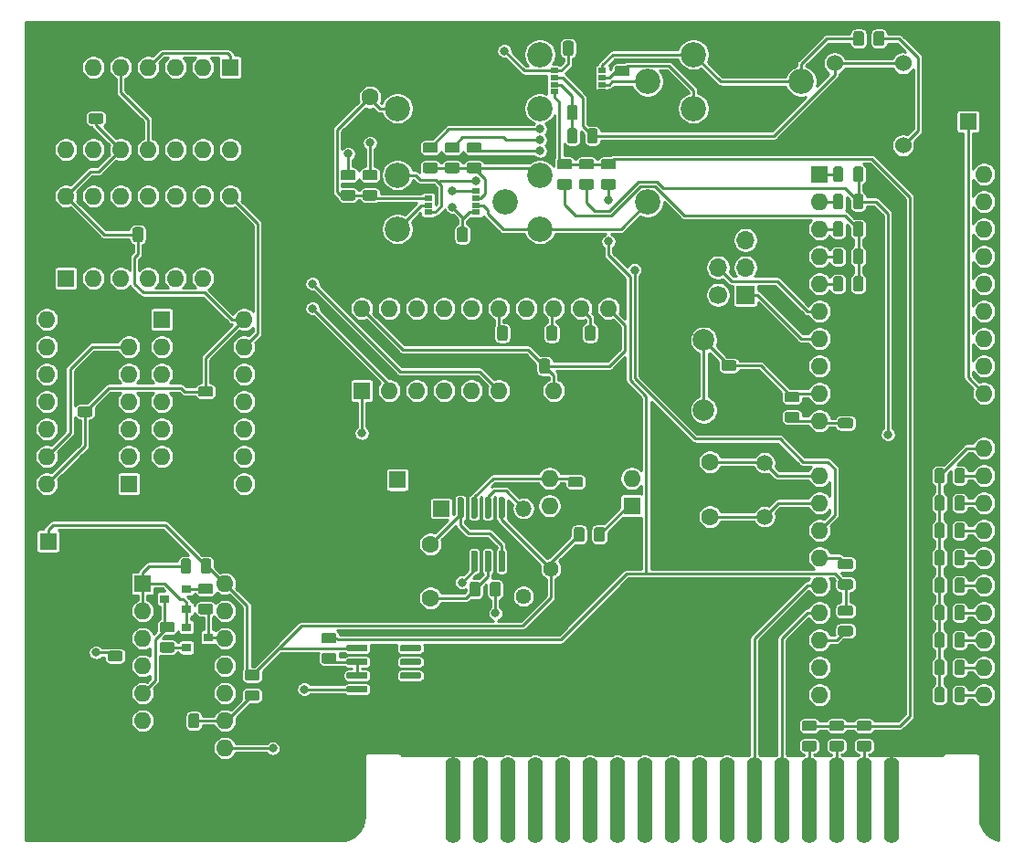
<source format=gbl>
G04 #@! TF.GenerationSoftware,KiCad,Pcbnew,5.1.5+dfsg1-2build2*
G04 #@! TF.CreationDate,2021-07-08T11:40:41+02:00*
G04 #@! TF.ProjectId,GraphixCard,47726170-6869-4784-9361-72642e6b6963,rev?*
G04 #@! TF.SameCoordinates,Original*
G04 #@! TF.FileFunction,Copper,L2,Bot*
G04 #@! TF.FilePolarity,Positive*
%FSLAX46Y46*%
G04 Gerber Fmt 4.6, Leading zero omitted, Abs format (unit mm)*
G04 Created by KiCad (PCBNEW 5.1.5+dfsg1-2build2) date 2021-07-08 11:40:41*
%MOMM*%
%LPD*%
G04 APERTURE LIST*
%ADD10C,1.524000*%
%ADD11C,6.000000*%
%ADD12R,1.600000X1.600000*%
%ADD13O,1.600000X1.600000*%
%ADD14O,1.400000X8.000000*%
%ADD15R,1.500000X1.500000*%
%ADD16O,1.500000X1.500000*%
%ADD17R,0.900000X0.800000*%
%ADD18C,0.100000*%
%ADD19R,0.800000X0.480000*%
%ADD20C,1.500000*%
%ADD21C,2.340000*%
%ADD22C,1.600000*%
%ADD23O,1.700000X1.700000*%
%ADD24R,1.700000X1.700000*%
%ADD25C,1.700000*%
%ADD26C,1.440000*%
%ADD27C,2.000000*%
%ADD28C,0.800000*%
%ADD29C,0.250000*%
%ADD30C,0.254000*%
G04 APERTURE END LIST*
D10*
X136652000Y-59436000D03*
X143002000Y-59436000D03*
X137287000Y-67056000D03*
X143002000Y-67056000D03*
D11*
X148844000Y-58610500D03*
X64706500Y-128460500D03*
D12*
X71247000Y-98425000D03*
D13*
X63627000Y-83185000D03*
X71247000Y-95885000D03*
X63627000Y-85725000D03*
X71247000Y-93345000D03*
X63627000Y-88265000D03*
X71247000Y-90805000D03*
X63627000Y-90805000D03*
X71247000Y-88265000D03*
X63627000Y-93345000D03*
X71247000Y-85725000D03*
X63627000Y-95885000D03*
X71247000Y-83185000D03*
X63627000Y-98425000D03*
D14*
X101282500Y-127762000D03*
X103822500Y-127762000D03*
X106362500Y-127762000D03*
X108902500Y-127762000D03*
X111442500Y-127762000D03*
X113982500Y-127762000D03*
X116522500Y-127762000D03*
X119062500Y-127762000D03*
X121602500Y-127762000D03*
X124142500Y-127762000D03*
X126682500Y-127762000D03*
X129222500Y-127762000D03*
X131762500Y-127762000D03*
X134302500Y-127762000D03*
X136842500Y-127762000D03*
X139382500Y-127762000D03*
X141922500Y-127762000D03*
D12*
X135255000Y-69723000D03*
D13*
X150495000Y-117983000D03*
X135255000Y-72263000D03*
X150495000Y-115443000D03*
X135255000Y-74803000D03*
X150495000Y-112903000D03*
X135255000Y-77343000D03*
X150495000Y-110363000D03*
X135255000Y-79883000D03*
X150495000Y-107823000D03*
X135255000Y-82423000D03*
X150495000Y-105283000D03*
X135255000Y-84963000D03*
X150495000Y-102743000D03*
X135255000Y-87503000D03*
X150495000Y-100203000D03*
X135255000Y-90043000D03*
X150495000Y-97663000D03*
X135255000Y-92583000D03*
X150495000Y-95123000D03*
X135255000Y-95123000D03*
X150495000Y-92583000D03*
X135255000Y-97663000D03*
X150495000Y-90043000D03*
X135255000Y-100203000D03*
X150495000Y-87503000D03*
X135255000Y-102743000D03*
X150495000Y-84963000D03*
X135255000Y-105283000D03*
X150495000Y-82423000D03*
X135255000Y-107823000D03*
X150495000Y-79883000D03*
X135255000Y-110363000D03*
X150495000Y-77343000D03*
X135255000Y-112903000D03*
X150495000Y-74803000D03*
X135255000Y-115443000D03*
X150495000Y-72263000D03*
X135255000Y-117983000D03*
X150495000Y-69723000D03*
D15*
X100203000Y-100711000D03*
D16*
X107823000Y-100711000D03*
D17*
X74565000Y-109093000D03*
X76565000Y-110043000D03*
X76565000Y-108143000D03*
X78597000Y-112649000D03*
X76597000Y-111699000D03*
X76597000Y-113599000D03*
G04 #@! TA.AperFunction,SMDPad,CuDef*
D18*
G36*
X105955703Y-104624722D02*
G01*
X105970264Y-104626882D01*
X105984543Y-104630459D01*
X105998403Y-104635418D01*
X106011710Y-104641712D01*
X106024336Y-104649280D01*
X106036159Y-104658048D01*
X106047066Y-104667934D01*
X106056952Y-104678841D01*
X106065720Y-104690664D01*
X106073288Y-104703290D01*
X106079582Y-104716597D01*
X106084541Y-104730457D01*
X106088118Y-104744736D01*
X106090278Y-104759297D01*
X106091000Y-104774000D01*
X106091000Y-106424000D01*
X106090278Y-106438703D01*
X106088118Y-106453264D01*
X106084541Y-106467543D01*
X106079582Y-106481403D01*
X106073288Y-106494710D01*
X106065720Y-106507336D01*
X106056952Y-106519159D01*
X106047066Y-106530066D01*
X106036159Y-106539952D01*
X106024336Y-106548720D01*
X106011710Y-106556288D01*
X105998403Y-106562582D01*
X105984543Y-106567541D01*
X105970264Y-106571118D01*
X105955703Y-106573278D01*
X105941000Y-106574000D01*
X105641000Y-106574000D01*
X105626297Y-106573278D01*
X105611736Y-106571118D01*
X105597457Y-106567541D01*
X105583597Y-106562582D01*
X105570290Y-106556288D01*
X105557664Y-106548720D01*
X105545841Y-106539952D01*
X105534934Y-106530066D01*
X105525048Y-106519159D01*
X105516280Y-106507336D01*
X105508712Y-106494710D01*
X105502418Y-106481403D01*
X105497459Y-106467543D01*
X105493882Y-106453264D01*
X105491722Y-106438703D01*
X105491000Y-106424000D01*
X105491000Y-104774000D01*
X105491722Y-104759297D01*
X105493882Y-104744736D01*
X105497459Y-104730457D01*
X105502418Y-104716597D01*
X105508712Y-104703290D01*
X105516280Y-104690664D01*
X105525048Y-104678841D01*
X105534934Y-104667934D01*
X105545841Y-104658048D01*
X105557664Y-104649280D01*
X105570290Y-104641712D01*
X105583597Y-104635418D01*
X105597457Y-104630459D01*
X105611736Y-104626882D01*
X105626297Y-104624722D01*
X105641000Y-104624000D01*
X105941000Y-104624000D01*
X105955703Y-104624722D01*
G37*
G04 #@! TD.AperFunction*
G04 #@! TA.AperFunction,SMDPad,CuDef*
G36*
X104685703Y-104624722D02*
G01*
X104700264Y-104626882D01*
X104714543Y-104630459D01*
X104728403Y-104635418D01*
X104741710Y-104641712D01*
X104754336Y-104649280D01*
X104766159Y-104658048D01*
X104777066Y-104667934D01*
X104786952Y-104678841D01*
X104795720Y-104690664D01*
X104803288Y-104703290D01*
X104809582Y-104716597D01*
X104814541Y-104730457D01*
X104818118Y-104744736D01*
X104820278Y-104759297D01*
X104821000Y-104774000D01*
X104821000Y-106424000D01*
X104820278Y-106438703D01*
X104818118Y-106453264D01*
X104814541Y-106467543D01*
X104809582Y-106481403D01*
X104803288Y-106494710D01*
X104795720Y-106507336D01*
X104786952Y-106519159D01*
X104777066Y-106530066D01*
X104766159Y-106539952D01*
X104754336Y-106548720D01*
X104741710Y-106556288D01*
X104728403Y-106562582D01*
X104714543Y-106567541D01*
X104700264Y-106571118D01*
X104685703Y-106573278D01*
X104671000Y-106574000D01*
X104371000Y-106574000D01*
X104356297Y-106573278D01*
X104341736Y-106571118D01*
X104327457Y-106567541D01*
X104313597Y-106562582D01*
X104300290Y-106556288D01*
X104287664Y-106548720D01*
X104275841Y-106539952D01*
X104264934Y-106530066D01*
X104255048Y-106519159D01*
X104246280Y-106507336D01*
X104238712Y-106494710D01*
X104232418Y-106481403D01*
X104227459Y-106467543D01*
X104223882Y-106453264D01*
X104221722Y-106438703D01*
X104221000Y-106424000D01*
X104221000Y-104774000D01*
X104221722Y-104759297D01*
X104223882Y-104744736D01*
X104227459Y-104730457D01*
X104232418Y-104716597D01*
X104238712Y-104703290D01*
X104246280Y-104690664D01*
X104255048Y-104678841D01*
X104264934Y-104667934D01*
X104275841Y-104658048D01*
X104287664Y-104649280D01*
X104300290Y-104641712D01*
X104313597Y-104635418D01*
X104327457Y-104630459D01*
X104341736Y-104626882D01*
X104356297Y-104624722D01*
X104371000Y-104624000D01*
X104671000Y-104624000D01*
X104685703Y-104624722D01*
G37*
G04 #@! TD.AperFunction*
G04 #@! TA.AperFunction,SMDPad,CuDef*
G36*
X103415703Y-104624722D02*
G01*
X103430264Y-104626882D01*
X103444543Y-104630459D01*
X103458403Y-104635418D01*
X103471710Y-104641712D01*
X103484336Y-104649280D01*
X103496159Y-104658048D01*
X103507066Y-104667934D01*
X103516952Y-104678841D01*
X103525720Y-104690664D01*
X103533288Y-104703290D01*
X103539582Y-104716597D01*
X103544541Y-104730457D01*
X103548118Y-104744736D01*
X103550278Y-104759297D01*
X103551000Y-104774000D01*
X103551000Y-106424000D01*
X103550278Y-106438703D01*
X103548118Y-106453264D01*
X103544541Y-106467543D01*
X103539582Y-106481403D01*
X103533288Y-106494710D01*
X103525720Y-106507336D01*
X103516952Y-106519159D01*
X103507066Y-106530066D01*
X103496159Y-106539952D01*
X103484336Y-106548720D01*
X103471710Y-106556288D01*
X103458403Y-106562582D01*
X103444543Y-106567541D01*
X103430264Y-106571118D01*
X103415703Y-106573278D01*
X103401000Y-106574000D01*
X103101000Y-106574000D01*
X103086297Y-106573278D01*
X103071736Y-106571118D01*
X103057457Y-106567541D01*
X103043597Y-106562582D01*
X103030290Y-106556288D01*
X103017664Y-106548720D01*
X103005841Y-106539952D01*
X102994934Y-106530066D01*
X102985048Y-106519159D01*
X102976280Y-106507336D01*
X102968712Y-106494710D01*
X102962418Y-106481403D01*
X102957459Y-106467543D01*
X102953882Y-106453264D01*
X102951722Y-106438703D01*
X102951000Y-106424000D01*
X102951000Y-104774000D01*
X102951722Y-104759297D01*
X102953882Y-104744736D01*
X102957459Y-104730457D01*
X102962418Y-104716597D01*
X102968712Y-104703290D01*
X102976280Y-104690664D01*
X102985048Y-104678841D01*
X102994934Y-104667934D01*
X103005841Y-104658048D01*
X103017664Y-104649280D01*
X103030290Y-104641712D01*
X103043597Y-104635418D01*
X103057457Y-104630459D01*
X103071736Y-104626882D01*
X103086297Y-104624722D01*
X103101000Y-104624000D01*
X103401000Y-104624000D01*
X103415703Y-104624722D01*
G37*
G04 #@! TD.AperFunction*
G04 #@! TA.AperFunction,SMDPad,CuDef*
G36*
X102145703Y-104624722D02*
G01*
X102160264Y-104626882D01*
X102174543Y-104630459D01*
X102188403Y-104635418D01*
X102201710Y-104641712D01*
X102214336Y-104649280D01*
X102226159Y-104658048D01*
X102237066Y-104667934D01*
X102246952Y-104678841D01*
X102255720Y-104690664D01*
X102263288Y-104703290D01*
X102269582Y-104716597D01*
X102274541Y-104730457D01*
X102278118Y-104744736D01*
X102280278Y-104759297D01*
X102281000Y-104774000D01*
X102281000Y-106424000D01*
X102280278Y-106438703D01*
X102278118Y-106453264D01*
X102274541Y-106467543D01*
X102269582Y-106481403D01*
X102263288Y-106494710D01*
X102255720Y-106507336D01*
X102246952Y-106519159D01*
X102237066Y-106530066D01*
X102226159Y-106539952D01*
X102214336Y-106548720D01*
X102201710Y-106556288D01*
X102188403Y-106562582D01*
X102174543Y-106567541D01*
X102160264Y-106571118D01*
X102145703Y-106573278D01*
X102131000Y-106574000D01*
X101831000Y-106574000D01*
X101816297Y-106573278D01*
X101801736Y-106571118D01*
X101787457Y-106567541D01*
X101773597Y-106562582D01*
X101760290Y-106556288D01*
X101747664Y-106548720D01*
X101735841Y-106539952D01*
X101724934Y-106530066D01*
X101715048Y-106519159D01*
X101706280Y-106507336D01*
X101698712Y-106494710D01*
X101692418Y-106481403D01*
X101687459Y-106467543D01*
X101683882Y-106453264D01*
X101681722Y-106438703D01*
X101681000Y-106424000D01*
X101681000Y-104774000D01*
X101681722Y-104759297D01*
X101683882Y-104744736D01*
X101687459Y-104730457D01*
X101692418Y-104716597D01*
X101698712Y-104703290D01*
X101706280Y-104690664D01*
X101715048Y-104678841D01*
X101724934Y-104667934D01*
X101735841Y-104658048D01*
X101747664Y-104649280D01*
X101760290Y-104641712D01*
X101773597Y-104635418D01*
X101787457Y-104630459D01*
X101801736Y-104626882D01*
X101816297Y-104624722D01*
X101831000Y-104624000D01*
X102131000Y-104624000D01*
X102145703Y-104624722D01*
G37*
G04 #@! TD.AperFunction*
G04 #@! TA.AperFunction,SMDPad,CuDef*
G36*
X102145703Y-99674722D02*
G01*
X102160264Y-99676882D01*
X102174543Y-99680459D01*
X102188403Y-99685418D01*
X102201710Y-99691712D01*
X102214336Y-99699280D01*
X102226159Y-99708048D01*
X102237066Y-99717934D01*
X102246952Y-99728841D01*
X102255720Y-99740664D01*
X102263288Y-99753290D01*
X102269582Y-99766597D01*
X102274541Y-99780457D01*
X102278118Y-99794736D01*
X102280278Y-99809297D01*
X102281000Y-99824000D01*
X102281000Y-101474000D01*
X102280278Y-101488703D01*
X102278118Y-101503264D01*
X102274541Y-101517543D01*
X102269582Y-101531403D01*
X102263288Y-101544710D01*
X102255720Y-101557336D01*
X102246952Y-101569159D01*
X102237066Y-101580066D01*
X102226159Y-101589952D01*
X102214336Y-101598720D01*
X102201710Y-101606288D01*
X102188403Y-101612582D01*
X102174543Y-101617541D01*
X102160264Y-101621118D01*
X102145703Y-101623278D01*
X102131000Y-101624000D01*
X101831000Y-101624000D01*
X101816297Y-101623278D01*
X101801736Y-101621118D01*
X101787457Y-101617541D01*
X101773597Y-101612582D01*
X101760290Y-101606288D01*
X101747664Y-101598720D01*
X101735841Y-101589952D01*
X101724934Y-101580066D01*
X101715048Y-101569159D01*
X101706280Y-101557336D01*
X101698712Y-101544710D01*
X101692418Y-101531403D01*
X101687459Y-101517543D01*
X101683882Y-101503264D01*
X101681722Y-101488703D01*
X101681000Y-101474000D01*
X101681000Y-99824000D01*
X101681722Y-99809297D01*
X101683882Y-99794736D01*
X101687459Y-99780457D01*
X101692418Y-99766597D01*
X101698712Y-99753290D01*
X101706280Y-99740664D01*
X101715048Y-99728841D01*
X101724934Y-99717934D01*
X101735841Y-99708048D01*
X101747664Y-99699280D01*
X101760290Y-99691712D01*
X101773597Y-99685418D01*
X101787457Y-99680459D01*
X101801736Y-99676882D01*
X101816297Y-99674722D01*
X101831000Y-99674000D01*
X102131000Y-99674000D01*
X102145703Y-99674722D01*
G37*
G04 #@! TD.AperFunction*
G04 #@! TA.AperFunction,SMDPad,CuDef*
G36*
X103415703Y-99674722D02*
G01*
X103430264Y-99676882D01*
X103444543Y-99680459D01*
X103458403Y-99685418D01*
X103471710Y-99691712D01*
X103484336Y-99699280D01*
X103496159Y-99708048D01*
X103507066Y-99717934D01*
X103516952Y-99728841D01*
X103525720Y-99740664D01*
X103533288Y-99753290D01*
X103539582Y-99766597D01*
X103544541Y-99780457D01*
X103548118Y-99794736D01*
X103550278Y-99809297D01*
X103551000Y-99824000D01*
X103551000Y-101474000D01*
X103550278Y-101488703D01*
X103548118Y-101503264D01*
X103544541Y-101517543D01*
X103539582Y-101531403D01*
X103533288Y-101544710D01*
X103525720Y-101557336D01*
X103516952Y-101569159D01*
X103507066Y-101580066D01*
X103496159Y-101589952D01*
X103484336Y-101598720D01*
X103471710Y-101606288D01*
X103458403Y-101612582D01*
X103444543Y-101617541D01*
X103430264Y-101621118D01*
X103415703Y-101623278D01*
X103401000Y-101624000D01*
X103101000Y-101624000D01*
X103086297Y-101623278D01*
X103071736Y-101621118D01*
X103057457Y-101617541D01*
X103043597Y-101612582D01*
X103030290Y-101606288D01*
X103017664Y-101598720D01*
X103005841Y-101589952D01*
X102994934Y-101580066D01*
X102985048Y-101569159D01*
X102976280Y-101557336D01*
X102968712Y-101544710D01*
X102962418Y-101531403D01*
X102957459Y-101517543D01*
X102953882Y-101503264D01*
X102951722Y-101488703D01*
X102951000Y-101474000D01*
X102951000Y-99824000D01*
X102951722Y-99809297D01*
X102953882Y-99794736D01*
X102957459Y-99780457D01*
X102962418Y-99766597D01*
X102968712Y-99753290D01*
X102976280Y-99740664D01*
X102985048Y-99728841D01*
X102994934Y-99717934D01*
X103005841Y-99708048D01*
X103017664Y-99699280D01*
X103030290Y-99691712D01*
X103043597Y-99685418D01*
X103057457Y-99680459D01*
X103071736Y-99676882D01*
X103086297Y-99674722D01*
X103101000Y-99674000D01*
X103401000Y-99674000D01*
X103415703Y-99674722D01*
G37*
G04 #@! TD.AperFunction*
G04 #@! TA.AperFunction,SMDPad,CuDef*
G36*
X104685703Y-99674722D02*
G01*
X104700264Y-99676882D01*
X104714543Y-99680459D01*
X104728403Y-99685418D01*
X104741710Y-99691712D01*
X104754336Y-99699280D01*
X104766159Y-99708048D01*
X104777066Y-99717934D01*
X104786952Y-99728841D01*
X104795720Y-99740664D01*
X104803288Y-99753290D01*
X104809582Y-99766597D01*
X104814541Y-99780457D01*
X104818118Y-99794736D01*
X104820278Y-99809297D01*
X104821000Y-99824000D01*
X104821000Y-101474000D01*
X104820278Y-101488703D01*
X104818118Y-101503264D01*
X104814541Y-101517543D01*
X104809582Y-101531403D01*
X104803288Y-101544710D01*
X104795720Y-101557336D01*
X104786952Y-101569159D01*
X104777066Y-101580066D01*
X104766159Y-101589952D01*
X104754336Y-101598720D01*
X104741710Y-101606288D01*
X104728403Y-101612582D01*
X104714543Y-101617541D01*
X104700264Y-101621118D01*
X104685703Y-101623278D01*
X104671000Y-101624000D01*
X104371000Y-101624000D01*
X104356297Y-101623278D01*
X104341736Y-101621118D01*
X104327457Y-101617541D01*
X104313597Y-101612582D01*
X104300290Y-101606288D01*
X104287664Y-101598720D01*
X104275841Y-101589952D01*
X104264934Y-101580066D01*
X104255048Y-101569159D01*
X104246280Y-101557336D01*
X104238712Y-101544710D01*
X104232418Y-101531403D01*
X104227459Y-101517543D01*
X104223882Y-101503264D01*
X104221722Y-101488703D01*
X104221000Y-101474000D01*
X104221000Y-99824000D01*
X104221722Y-99809297D01*
X104223882Y-99794736D01*
X104227459Y-99780457D01*
X104232418Y-99766597D01*
X104238712Y-99753290D01*
X104246280Y-99740664D01*
X104255048Y-99728841D01*
X104264934Y-99717934D01*
X104275841Y-99708048D01*
X104287664Y-99699280D01*
X104300290Y-99691712D01*
X104313597Y-99685418D01*
X104327457Y-99680459D01*
X104341736Y-99676882D01*
X104356297Y-99674722D01*
X104371000Y-99674000D01*
X104671000Y-99674000D01*
X104685703Y-99674722D01*
G37*
G04 #@! TD.AperFunction*
G04 #@! TA.AperFunction,SMDPad,CuDef*
G36*
X105955703Y-99674722D02*
G01*
X105970264Y-99676882D01*
X105984543Y-99680459D01*
X105998403Y-99685418D01*
X106011710Y-99691712D01*
X106024336Y-99699280D01*
X106036159Y-99708048D01*
X106047066Y-99717934D01*
X106056952Y-99728841D01*
X106065720Y-99740664D01*
X106073288Y-99753290D01*
X106079582Y-99766597D01*
X106084541Y-99780457D01*
X106088118Y-99794736D01*
X106090278Y-99809297D01*
X106091000Y-99824000D01*
X106091000Y-101474000D01*
X106090278Y-101488703D01*
X106088118Y-101503264D01*
X106084541Y-101517543D01*
X106079582Y-101531403D01*
X106073288Y-101544710D01*
X106065720Y-101557336D01*
X106056952Y-101569159D01*
X106047066Y-101580066D01*
X106036159Y-101589952D01*
X106024336Y-101598720D01*
X106011710Y-101606288D01*
X105998403Y-101612582D01*
X105984543Y-101617541D01*
X105970264Y-101621118D01*
X105955703Y-101623278D01*
X105941000Y-101624000D01*
X105641000Y-101624000D01*
X105626297Y-101623278D01*
X105611736Y-101621118D01*
X105597457Y-101617541D01*
X105583597Y-101612582D01*
X105570290Y-101606288D01*
X105557664Y-101598720D01*
X105545841Y-101589952D01*
X105534934Y-101580066D01*
X105525048Y-101569159D01*
X105516280Y-101557336D01*
X105508712Y-101544710D01*
X105502418Y-101531403D01*
X105497459Y-101517543D01*
X105493882Y-101503264D01*
X105491722Y-101488703D01*
X105491000Y-101474000D01*
X105491000Y-99824000D01*
X105491722Y-99809297D01*
X105493882Y-99794736D01*
X105497459Y-99780457D01*
X105502418Y-99766597D01*
X105508712Y-99753290D01*
X105516280Y-99740664D01*
X105525048Y-99728841D01*
X105534934Y-99717934D01*
X105545841Y-99708048D01*
X105557664Y-99699280D01*
X105570290Y-99691712D01*
X105583597Y-99685418D01*
X105597457Y-99680459D01*
X105611736Y-99676882D01*
X105626297Y-99674722D01*
X105641000Y-99674000D01*
X105941000Y-99674000D01*
X105955703Y-99674722D01*
G37*
G04 #@! TD.AperFunction*
G04 #@! TA.AperFunction,SMDPad,CuDef*
G36*
X93233703Y-113365722D02*
G01*
X93248264Y-113367882D01*
X93262543Y-113371459D01*
X93276403Y-113376418D01*
X93289710Y-113382712D01*
X93302336Y-113390280D01*
X93314159Y-113399048D01*
X93325066Y-113408934D01*
X93334952Y-113419841D01*
X93343720Y-113431664D01*
X93351288Y-113444290D01*
X93357582Y-113457597D01*
X93362541Y-113471457D01*
X93366118Y-113485736D01*
X93368278Y-113500297D01*
X93369000Y-113515000D01*
X93369000Y-113815000D01*
X93368278Y-113829703D01*
X93366118Y-113844264D01*
X93362541Y-113858543D01*
X93357582Y-113872403D01*
X93351288Y-113885710D01*
X93343720Y-113898336D01*
X93334952Y-113910159D01*
X93325066Y-113921066D01*
X93314159Y-113930952D01*
X93302336Y-113939720D01*
X93289710Y-113947288D01*
X93276403Y-113953582D01*
X93262543Y-113958541D01*
X93248264Y-113962118D01*
X93233703Y-113964278D01*
X93219000Y-113965000D01*
X91569000Y-113965000D01*
X91554297Y-113964278D01*
X91539736Y-113962118D01*
X91525457Y-113958541D01*
X91511597Y-113953582D01*
X91498290Y-113947288D01*
X91485664Y-113939720D01*
X91473841Y-113930952D01*
X91462934Y-113921066D01*
X91453048Y-113910159D01*
X91444280Y-113898336D01*
X91436712Y-113885710D01*
X91430418Y-113872403D01*
X91425459Y-113858543D01*
X91421882Y-113844264D01*
X91419722Y-113829703D01*
X91419000Y-113815000D01*
X91419000Y-113515000D01*
X91419722Y-113500297D01*
X91421882Y-113485736D01*
X91425459Y-113471457D01*
X91430418Y-113457597D01*
X91436712Y-113444290D01*
X91444280Y-113431664D01*
X91453048Y-113419841D01*
X91462934Y-113408934D01*
X91473841Y-113399048D01*
X91485664Y-113390280D01*
X91498290Y-113382712D01*
X91511597Y-113376418D01*
X91525457Y-113371459D01*
X91539736Y-113367882D01*
X91554297Y-113365722D01*
X91569000Y-113365000D01*
X93219000Y-113365000D01*
X93233703Y-113365722D01*
G37*
G04 #@! TD.AperFunction*
G04 #@! TA.AperFunction,SMDPad,CuDef*
G36*
X93233703Y-114635722D02*
G01*
X93248264Y-114637882D01*
X93262543Y-114641459D01*
X93276403Y-114646418D01*
X93289710Y-114652712D01*
X93302336Y-114660280D01*
X93314159Y-114669048D01*
X93325066Y-114678934D01*
X93334952Y-114689841D01*
X93343720Y-114701664D01*
X93351288Y-114714290D01*
X93357582Y-114727597D01*
X93362541Y-114741457D01*
X93366118Y-114755736D01*
X93368278Y-114770297D01*
X93369000Y-114785000D01*
X93369000Y-115085000D01*
X93368278Y-115099703D01*
X93366118Y-115114264D01*
X93362541Y-115128543D01*
X93357582Y-115142403D01*
X93351288Y-115155710D01*
X93343720Y-115168336D01*
X93334952Y-115180159D01*
X93325066Y-115191066D01*
X93314159Y-115200952D01*
X93302336Y-115209720D01*
X93289710Y-115217288D01*
X93276403Y-115223582D01*
X93262543Y-115228541D01*
X93248264Y-115232118D01*
X93233703Y-115234278D01*
X93219000Y-115235000D01*
X91569000Y-115235000D01*
X91554297Y-115234278D01*
X91539736Y-115232118D01*
X91525457Y-115228541D01*
X91511597Y-115223582D01*
X91498290Y-115217288D01*
X91485664Y-115209720D01*
X91473841Y-115200952D01*
X91462934Y-115191066D01*
X91453048Y-115180159D01*
X91444280Y-115168336D01*
X91436712Y-115155710D01*
X91430418Y-115142403D01*
X91425459Y-115128543D01*
X91421882Y-115114264D01*
X91419722Y-115099703D01*
X91419000Y-115085000D01*
X91419000Y-114785000D01*
X91419722Y-114770297D01*
X91421882Y-114755736D01*
X91425459Y-114741457D01*
X91430418Y-114727597D01*
X91436712Y-114714290D01*
X91444280Y-114701664D01*
X91453048Y-114689841D01*
X91462934Y-114678934D01*
X91473841Y-114669048D01*
X91485664Y-114660280D01*
X91498290Y-114652712D01*
X91511597Y-114646418D01*
X91525457Y-114641459D01*
X91539736Y-114637882D01*
X91554297Y-114635722D01*
X91569000Y-114635000D01*
X93219000Y-114635000D01*
X93233703Y-114635722D01*
G37*
G04 #@! TD.AperFunction*
G04 #@! TA.AperFunction,SMDPad,CuDef*
G36*
X93233703Y-115905722D02*
G01*
X93248264Y-115907882D01*
X93262543Y-115911459D01*
X93276403Y-115916418D01*
X93289710Y-115922712D01*
X93302336Y-115930280D01*
X93314159Y-115939048D01*
X93325066Y-115948934D01*
X93334952Y-115959841D01*
X93343720Y-115971664D01*
X93351288Y-115984290D01*
X93357582Y-115997597D01*
X93362541Y-116011457D01*
X93366118Y-116025736D01*
X93368278Y-116040297D01*
X93369000Y-116055000D01*
X93369000Y-116355000D01*
X93368278Y-116369703D01*
X93366118Y-116384264D01*
X93362541Y-116398543D01*
X93357582Y-116412403D01*
X93351288Y-116425710D01*
X93343720Y-116438336D01*
X93334952Y-116450159D01*
X93325066Y-116461066D01*
X93314159Y-116470952D01*
X93302336Y-116479720D01*
X93289710Y-116487288D01*
X93276403Y-116493582D01*
X93262543Y-116498541D01*
X93248264Y-116502118D01*
X93233703Y-116504278D01*
X93219000Y-116505000D01*
X91569000Y-116505000D01*
X91554297Y-116504278D01*
X91539736Y-116502118D01*
X91525457Y-116498541D01*
X91511597Y-116493582D01*
X91498290Y-116487288D01*
X91485664Y-116479720D01*
X91473841Y-116470952D01*
X91462934Y-116461066D01*
X91453048Y-116450159D01*
X91444280Y-116438336D01*
X91436712Y-116425710D01*
X91430418Y-116412403D01*
X91425459Y-116398543D01*
X91421882Y-116384264D01*
X91419722Y-116369703D01*
X91419000Y-116355000D01*
X91419000Y-116055000D01*
X91419722Y-116040297D01*
X91421882Y-116025736D01*
X91425459Y-116011457D01*
X91430418Y-115997597D01*
X91436712Y-115984290D01*
X91444280Y-115971664D01*
X91453048Y-115959841D01*
X91462934Y-115948934D01*
X91473841Y-115939048D01*
X91485664Y-115930280D01*
X91498290Y-115922712D01*
X91511597Y-115916418D01*
X91525457Y-115911459D01*
X91539736Y-115907882D01*
X91554297Y-115905722D01*
X91569000Y-115905000D01*
X93219000Y-115905000D01*
X93233703Y-115905722D01*
G37*
G04 #@! TD.AperFunction*
G04 #@! TA.AperFunction,SMDPad,CuDef*
G36*
X93233703Y-117175722D02*
G01*
X93248264Y-117177882D01*
X93262543Y-117181459D01*
X93276403Y-117186418D01*
X93289710Y-117192712D01*
X93302336Y-117200280D01*
X93314159Y-117209048D01*
X93325066Y-117218934D01*
X93334952Y-117229841D01*
X93343720Y-117241664D01*
X93351288Y-117254290D01*
X93357582Y-117267597D01*
X93362541Y-117281457D01*
X93366118Y-117295736D01*
X93368278Y-117310297D01*
X93369000Y-117325000D01*
X93369000Y-117625000D01*
X93368278Y-117639703D01*
X93366118Y-117654264D01*
X93362541Y-117668543D01*
X93357582Y-117682403D01*
X93351288Y-117695710D01*
X93343720Y-117708336D01*
X93334952Y-117720159D01*
X93325066Y-117731066D01*
X93314159Y-117740952D01*
X93302336Y-117749720D01*
X93289710Y-117757288D01*
X93276403Y-117763582D01*
X93262543Y-117768541D01*
X93248264Y-117772118D01*
X93233703Y-117774278D01*
X93219000Y-117775000D01*
X91569000Y-117775000D01*
X91554297Y-117774278D01*
X91539736Y-117772118D01*
X91525457Y-117768541D01*
X91511597Y-117763582D01*
X91498290Y-117757288D01*
X91485664Y-117749720D01*
X91473841Y-117740952D01*
X91462934Y-117731066D01*
X91453048Y-117720159D01*
X91444280Y-117708336D01*
X91436712Y-117695710D01*
X91430418Y-117682403D01*
X91425459Y-117668543D01*
X91421882Y-117654264D01*
X91419722Y-117639703D01*
X91419000Y-117625000D01*
X91419000Y-117325000D01*
X91419722Y-117310297D01*
X91421882Y-117295736D01*
X91425459Y-117281457D01*
X91430418Y-117267597D01*
X91436712Y-117254290D01*
X91444280Y-117241664D01*
X91453048Y-117229841D01*
X91462934Y-117218934D01*
X91473841Y-117209048D01*
X91485664Y-117200280D01*
X91498290Y-117192712D01*
X91511597Y-117186418D01*
X91525457Y-117181459D01*
X91539736Y-117177882D01*
X91554297Y-117175722D01*
X91569000Y-117175000D01*
X93219000Y-117175000D01*
X93233703Y-117175722D01*
G37*
G04 #@! TD.AperFunction*
G04 #@! TA.AperFunction,SMDPad,CuDef*
G36*
X98183703Y-117175722D02*
G01*
X98198264Y-117177882D01*
X98212543Y-117181459D01*
X98226403Y-117186418D01*
X98239710Y-117192712D01*
X98252336Y-117200280D01*
X98264159Y-117209048D01*
X98275066Y-117218934D01*
X98284952Y-117229841D01*
X98293720Y-117241664D01*
X98301288Y-117254290D01*
X98307582Y-117267597D01*
X98312541Y-117281457D01*
X98316118Y-117295736D01*
X98318278Y-117310297D01*
X98319000Y-117325000D01*
X98319000Y-117625000D01*
X98318278Y-117639703D01*
X98316118Y-117654264D01*
X98312541Y-117668543D01*
X98307582Y-117682403D01*
X98301288Y-117695710D01*
X98293720Y-117708336D01*
X98284952Y-117720159D01*
X98275066Y-117731066D01*
X98264159Y-117740952D01*
X98252336Y-117749720D01*
X98239710Y-117757288D01*
X98226403Y-117763582D01*
X98212543Y-117768541D01*
X98198264Y-117772118D01*
X98183703Y-117774278D01*
X98169000Y-117775000D01*
X96519000Y-117775000D01*
X96504297Y-117774278D01*
X96489736Y-117772118D01*
X96475457Y-117768541D01*
X96461597Y-117763582D01*
X96448290Y-117757288D01*
X96435664Y-117749720D01*
X96423841Y-117740952D01*
X96412934Y-117731066D01*
X96403048Y-117720159D01*
X96394280Y-117708336D01*
X96386712Y-117695710D01*
X96380418Y-117682403D01*
X96375459Y-117668543D01*
X96371882Y-117654264D01*
X96369722Y-117639703D01*
X96369000Y-117625000D01*
X96369000Y-117325000D01*
X96369722Y-117310297D01*
X96371882Y-117295736D01*
X96375459Y-117281457D01*
X96380418Y-117267597D01*
X96386712Y-117254290D01*
X96394280Y-117241664D01*
X96403048Y-117229841D01*
X96412934Y-117218934D01*
X96423841Y-117209048D01*
X96435664Y-117200280D01*
X96448290Y-117192712D01*
X96461597Y-117186418D01*
X96475457Y-117181459D01*
X96489736Y-117177882D01*
X96504297Y-117175722D01*
X96519000Y-117175000D01*
X98169000Y-117175000D01*
X98183703Y-117175722D01*
G37*
G04 #@! TD.AperFunction*
G04 #@! TA.AperFunction,SMDPad,CuDef*
G36*
X98183703Y-115905722D02*
G01*
X98198264Y-115907882D01*
X98212543Y-115911459D01*
X98226403Y-115916418D01*
X98239710Y-115922712D01*
X98252336Y-115930280D01*
X98264159Y-115939048D01*
X98275066Y-115948934D01*
X98284952Y-115959841D01*
X98293720Y-115971664D01*
X98301288Y-115984290D01*
X98307582Y-115997597D01*
X98312541Y-116011457D01*
X98316118Y-116025736D01*
X98318278Y-116040297D01*
X98319000Y-116055000D01*
X98319000Y-116355000D01*
X98318278Y-116369703D01*
X98316118Y-116384264D01*
X98312541Y-116398543D01*
X98307582Y-116412403D01*
X98301288Y-116425710D01*
X98293720Y-116438336D01*
X98284952Y-116450159D01*
X98275066Y-116461066D01*
X98264159Y-116470952D01*
X98252336Y-116479720D01*
X98239710Y-116487288D01*
X98226403Y-116493582D01*
X98212543Y-116498541D01*
X98198264Y-116502118D01*
X98183703Y-116504278D01*
X98169000Y-116505000D01*
X96519000Y-116505000D01*
X96504297Y-116504278D01*
X96489736Y-116502118D01*
X96475457Y-116498541D01*
X96461597Y-116493582D01*
X96448290Y-116487288D01*
X96435664Y-116479720D01*
X96423841Y-116470952D01*
X96412934Y-116461066D01*
X96403048Y-116450159D01*
X96394280Y-116438336D01*
X96386712Y-116425710D01*
X96380418Y-116412403D01*
X96375459Y-116398543D01*
X96371882Y-116384264D01*
X96369722Y-116369703D01*
X96369000Y-116355000D01*
X96369000Y-116055000D01*
X96369722Y-116040297D01*
X96371882Y-116025736D01*
X96375459Y-116011457D01*
X96380418Y-115997597D01*
X96386712Y-115984290D01*
X96394280Y-115971664D01*
X96403048Y-115959841D01*
X96412934Y-115948934D01*
X96423841Y-115939048D01*
X96435664Y-115930280D01*
X96448290Y-115922712D01*
X96461597Y-115916418D01*
X96475457Y-115911459D01*
X96489736Y-115907882D01*
X96504297Y-115905722D01*
X96519000Y-115905000D01*
X98169000Y-115905000D01*
X98183703Y-115905722D01*
G37*
G04 #@! TD.AperFunction*
G04 #@! TA.AperFunction,SMDPad,CuDef*
G36*
X98183703Y-114635722D02*
G01*
X98198264Y-114637882D01*
X98212543Y-114641459D01*
X98226403Y-114646418D01*
X98239710Y-114652712D01*
X98252336Y-114660280D01*
X98264159Y-114669048D01*
X98275066Y-114678934D01*
X98284952Y-114689841D01*
X98293720Y-114701664D01*
X98301288Y-114714290D01*
X98307582Y-114727597D01*
X98312541Y-114741457D01*
X98316118Y-114755736D01*
X98318278Y-114770297D01*
X98319000Y-114785000D01*
X98319000Y-115085000D01*
X98318278Y-115099703D01*
X98316118Y-115114264D01*
X98312541Y-115128543D01*
X98307582Y-115142403D01*
X98301288Y-115155710D01*
X98293720Y-115168336D01*
X98284952Y-115180159D01*
X98275066Y-115191066D01*
X98264159Y-115200952D01*
X98252336Y-115209720D01*
X98239710Y-115217288D01*
X98226403Y-115223582D01*
X98212543Y-115228541D01*
X98198264Y-115232118D01*
X98183703Y-115234278D01*
X98169000Y-115235000D01*
X96519000Y-115235000D01*
X96504297Y-115234278D01*
X96489736Y-115232118D01*
X96475457Y-115228541D01*
X96461597Y-115223582D01*
X96448290Y-115217288D01*
X96435664Y-115209720D01*
X96423841Y-115200952D01*
X96412934Y-115191066D01*
X96403048Y-115180159D01*
X96394280Y-115168336D01*
X96386712Y-115155710D01*
X96380418Y-115142403D01*
X96375459Y-115128543D01*
X96371882Y-115114264D01*
X96369722Y-115099703D01*
X96369000Y-115085000D01*
X96369000Y-114785000D01*
X96369722Y-114770297D01*
X96371882Y-114755736D01*
X96375459Y-114741457D01*
X96380418Y-114727597D01*
X96386712Y-114714290D01*
X96394280Y-114701664D01*
X96403048Y-114689841D01*
X96412934Y-114678934D01*
X96423841Y-114669048D01*
X96435664Y-114660280D01*
X96448290Y-114652712D01*
X96461597Y-114646418D01*
X96475457Y-114641459D01*
X96489736Y-114637882D01*
X96504297Y-114635722D01*
X96519000Y-114635000D01*
X98169000Y-114635000D01*
X98183703Y-114635722D01*
G37*
G04 #@! TD.AperFunction*
G04 #@! TA.AperFunction,SMDPad,CuDef*
G36*
X98183703Y-113365722D02*
G01*
X98198264Y-113367882D01*
X98212543Y-113371459D01*
X98226403Y-113376418D01*
X98239710Y-113382712D01*
X98252336Y-113390280D01*
X98264159Y-113399048D01*
X98275066Y-113408934D01*
X98284952Y-113419841D01*
X98293720Y-113431664D01*
X98301288Y-113444290D01*
X98307582Y-113457597D01*
X98312541Y-113471457D01*
X98316118Y-113485736D01*
X98318278Y-113500297D01*
X98319000Y-113515000D01*
X98319000Y-113815000D01*
X98318278Y-113829703D01*
X98316118Y-113844264D01*
X98312541Y-113858543D01*
X98307582Y-113872403D01*
X98301288Y-113885710D01*
X98293720Y-113898336D01*
X98284952Y-113910159D01*
X98275066Y-113921066D01*
X98264159Y-113930952D01*
X98252336Y-113939720D01*
X98239710Y-113947288D01*
X98226403Y-113953582D01*
X98212543Y-113958541D01*
X98198264Y-113962118D01*
X98183703Y-113964278D01*
X98169000Y-113965000D01*
X96519000Y-113965000D01*
X96504297Y-113964278D01*
X96489736Y-113962118D01*
X96475457Y-113958541D01*
X96461597Y-113953582D01*
X96448290Y-113947288D01*
X96435664Y-113939720D01*
X96423841Y-113930952D01*
X96412934Y-113921066D01*
X96403048Y-113910159D01*
X96394280Y-113898336D01*
X96386712Y-113885710D01*
X96380418Y-113872403D01*
X96375459Y-113858543D01*
X96371882Y-113844264D01*
X96369722Y-113829703D01*
X96369000Y-113815000D01*
X96369000Y-113515000D01*
X96369722Y-113500297D01*
X96371882Y-113485736D01*
X96375459Y-113471457D01*
X96380418Y-113457597D01*
X96386712Y-113444290D01*
X96394280Y-113431664D01*
X96403048Y-113419841D01*
X96412934Y-113408934D01*
X96423841Y-113399048D01*
X96435664Y-113390280D01*
X96448290Y-113382712D01*
X96461597Y-113376418D01*
X96475457Y-113371459D01*
X96489736Y-113367882D01*
X96504297Y-113365722D01*
X96519000Y-113365000D01*
X98169000Y-113365000D01*
X98183703Y-113365722D01*
G37*
G04 #@! TD.AperFunction*
G04 #@! TA.AperFunction,SMDPad,CuDef*
G36*
X148525142Y-107124174D02*
G01*
X148548803Y-107127684D01*
X148572007Y-107133496D01*
X148594529Y-107141554D01*
X148616153Y-107151782D01*
X148636670Y-107164079D01*
X148655883Y-107178329D01*
X148673607Y-107194393D01*
X148689671Y-107212117D01*
X148703921Y-107231330D01*
X148716218Y-107251847D01*
X148726446Y-107273471D01*
X148734504Y-107295993D01*
X148740316Y-107319197D01*
X148743826Y-107342858D01*
X148745000Y-107366750D01*
X148745000Y-108279250D01*
X148743826Y-108303142D01*
X148740316Y-108326803D01*
X148734504Y-108350007D01*
X148726446Y-108372529D01*
X148716218Y-108394153D01*
X148703921Y-108414670D01*
X148689671Y-108433883D01*
X148673607Y-108451607D01*
X148655883Y-108467671D01*
X148636670Y-108481921D01*
X148616153Y-108494218D01*
X148594529Y-108504446D01*
X148572007Y-108512504D01*
X148548803Y-108518316D01*
X148525142Y-108521826D01*
X148501250Y-108523000D01*
X148013750Y-108523000D01*
X147989858Y-108521826D01*
X147966197Y-108518316D01*
X147942993Y-108512504D01*
X147920471Y-108504446D01*
X147898847Y-108494218D01*
X147878330Y-108481921D01*
X147859117Y-108467671D01*
X147841393Y-108451607D01*
X147825329Y-108433883D01*
X147811079Y-108414670D01*
X147798782Y-108394153D01*
X147788554Y-108372529D01*
X147780496Y-108350007D01*
X147774684Y-108326803D01*
X147771174Y-108303142D01*
X147770000Y-108279250D01*
X147770000Y-107366750D01*
X147771174Y-107342858D01*
X147774684Y-107319197D01*
X147780496Y-107295993D01*
X147788554Y-107273471D01*
X147798782Y-107251847D01*
X147811079Y-107231330D01*
X147825329Y-107212117D01*
X147841393Y-107194393D01*
X147859117Y-107178329D01*
X147878330Y-107164079D01*
X147898847Y-107151782D01*
X147920471Y-107141554D01*
X147942993Y-107133496D01*
X147966197Y-107127684D01*
X147989858Y-107124174D01*
X148013750Y-107123000D01*
X148501250Y-107123000D01*
X148525142Y-107124174D01*
G37*
G04 #@! TD.AperFunction*
G04 #@! TA.AperFunction,SMDPad,CuDef*
G36*
X146650142Y-107124174D02*
G01*
X146673803Y-107127684D01*
X146697007Y-107133496D01*
X146719529Y-107141554D01*
X146741153Y-107151782D01*
X146761670Y-107164079D01*
X146780883Y-107178329D01*
X146798607Y-107194393D01*
X146814671Y-107212117D01*
X146828921Y-107231330D01*
X146841218Y-107251847D01*
X146851446Y-107273471D01*
X146859504Y-107295993D01*
X146865316Y-107319197D01*
X146868826Y-107342858D01*
X146870000Y-107366750D01*
X146870000Y-108279250D01*
X146868826Y-108303142D01*
X146865316Y-108326803D01*
X146859504Y-108350007D01*
X146851446Y-108372529D01*
X146841218Y-108394153D01*
X146828921Y-108414670D01*
X146814671Y-108433883D01*
X146798607Y-108451607D01*
X146780883Y-108467671D01*
X146761670Y-108481921D01*
X146741153Y-108494218D01*
X146719529Y-108504446D01*
X146697007Y-108512504D01*
X146673803Y-108518316D01*
X146650142Y-108521826D01*
X146626250Y-108523000D01*
X146138750Y-108523000D01*
X146114858Y-108521826D01*
X146091197Y-108518316D01*
X146067993Y-108512504D01*
X146045471Y-108504446D01*
X146023847Y-108494218D01*
X146003330Y-108481921D01*
X145984117Y-108467671D01*
X145966393Y-108451607D01*
X145950329Y-108433883D01*
X145936079Y-108414670D01*
X145923782Y-108394153D01*
X145913554Y-108372529D01*
X145905496Y-108350007D01*
X145899684Y-108326803D01*
X145896174Y-108303142D01*
X145895000Y-108279250D01*
X145895000Y-107366750D01*
X145896174Y-107342858D01*
X145899684Y-107319197D01*
X145905496Y-107295993D01*
X145913554Y-107273471D01*
X145923782Y-107251847D01*
X145936079Y-107231330D01*
X145950329Y-107212117D01*
X145966393Y-107194393D01*
X145984117Y-107178329D01*
X146003330Y-107164079D01*
X146023847Y-107151782D01*
X146045471Y-107141554D01*
X146067993Y-107133496D01*
X146091197Y-107127684D01*
X146114858Y-107124174D01*
X146138750Y-107123000D01*
X146626250Y-107123000D01*
X146650142Y-107124174D01*
G37*
G04 #@! TD.AperFunction*
G04 #@! TA.AperFunction,SMDPad,CuDef*
G36*
X148525142Y-109664174D02*
G01*
X148548803Y-109667684D01*
X148572007Y-109673496D01*
X148594529Y-109681554D01*
X148616153Y-109691782D01*
X148636670Y-109704079D01*
X148655883Y-109718329D01*
X148673607Y-109734393D01*
X148689671Y-109752117D01*
X148703921Y-109771330D01*
X148716218Y-109791847D01*
X148726446Y-109813471D01*
X148734504Y-109835993D01*
X148740316Y-109859197D01*
X148743826Y-109882858D01*
X148745000Y-109906750D01*
X148745000Y-110819250D01*
X148743826Y-110843142D01*
X148740316Y-110866803D01*
X148734504Y-110890007D01*
X148726446Y-110912529D01*
X148716218Y-110934153D01*
X148703921Y-110954670D01*
X148689671Y-110973883D01*
X148673607Y-110991607D01*
X148655883Y-111007671D01*
X148636670Y-111021921D01*
X148616153Y-111034218D01*
X148594529Y-111044446D01*
X148572007Y-111052504D01*
X148548803Y-111058316D01*
X148525142Y-111061826D01*
X148501250Y-111063000D01*
X148013750Y-111063000D01*
X147989858Y-111061826D01*
X147966197Y-111058316D01*
X147942993Y-111052504D01*
X147920471Y-111044446D01*
X147898847Y-111034218D01*
X147878330Y-111021921D01*
X147859117Y-111007671D01*
X147841393Y-110991607D01*
X147825329Y-110973883D01*
X147811079Y-110954670D01*
X147798782Y-110934153D01*
X147788554Y-110912529D01*
X147780496Y-110890007D01*
X147774684Y-110866803D01*
X147771174Y-110843142D01*
X147770000Y-110819250D01*
X147770000Y-109906750D01*
X147771174Y-109882858D01*
X147774684Y-109859197D01*
X147780496Y-109835993D01*
X147788554Y-109813471D01*
X147798782Y-109791847D01*
X147811079Y-109771330D01*
X147825329Y-109752117D01*
X147841393Y-109734393D01*
X147859117Y-109718329D01*
X147878330Y-109704079D01*
X147898847Y-109691782D01*
X147920471Y-109681554D01*
X147942993Y-109673496D01*
X147966197Y-109667684D01*
X147989858Y-109664174D01*
X148013750Y-109663000D01*
X148501250Y-109663000D01*
X148525142Y-109664174D01*
G37*
G04 #@! TD.AperFunction*
G04 #@! TA.AperFunction,SMDPad,CuDef*
G36*
X146650142Y-109664174D02*
G01*
X146673803Y-109667684D01*
X146697007Y-109673496D01*
X146719529Y-109681554D01*
X146741153Y-109691782D01*
X146761670Y-109704079D01*
X146780883Y-109718329D01*
X146798607Y-109734393D01*
X146814671Y-109752117D01*
X146828921Y-109771330D01*
X146841218Y-109791847D01*
X146851446Y-109813471D01*
X146859504Y-109835993D01*
X146865316Y-109859197D01*
X146868826Y-109882858D01*
X146870000Y-109906750D01*
X146870000Y-110819250D01*
X146868826Y-110843142D01*
X146865316Y-110866803D01*
X146859504Y-110890007D01*
X146851446Y-110912529D01*
X146841218Y-110934153D01*
X146828921Y-110954670D01*
X146814671Y-110973883D01*
X146798607Y-110991607D01*
X146780883Y-111007671D01*
X146761670Y-111021921D01*
X146741153Y-111034218D01*
X146719529Y-111044446D01*
X146697007Y-111052504D01*
X146673803Y-111058316D01*
X146650142Y-111061826D01*
X146626250Y-111063000D01*
X146138750Y-111063000D01*
X146114858Y-111061826D01*
X146091197Y-111058316D01*
X146067993Y-111052504D01*
X146045471Y-111044446D01*
X146023847Y-111034218D01*
X146003330Y-111021921D01*
X145984117Y-111007671D01*
X145966393Y-110991607D01*
X145950329Y-110973883D01*
X145936079Y-110954670D01*
X145923782Y-110934153D01*
X145913554Y-110912529D01*
X145905496Y-110890007D01*
X145899684Y-110866803D01*
X145896174Y-110843142D01*
X145895000Y-110819250D01*
X145895000Y-109906750D01*
X145896174Y-109882858D01*
X145899684Y-109859197D01*
X145905496Y-109835993D01*
X145913554Y-109813471D01*
X145923782Y-109791847D01*
X145936079Y-109771330D01*
X145950329Y-109752117D01*
X145966393Y-109734393D01*
X145984117Y-109718329D01*
X146003330Y-109704079D01*
X146023847Y-109691782D01*
X146045471Y-109681554D01*
X146067993Y-109673496D01*
X146091197Y-109667684D01*
X146114858Y-109664174D01*
X146138750Y-109663000D01*
X146626250Y-109663000D01*
X146650142Y-109664174D01*
G37*
G04 #@! TD.AperFunction*
G04 #@! TA.AperFunction,SMDPad,CuDef*
G36*
X138148142Y-107258174D02*
G01*
X138171803Y-107261684D01*
X138195007Y-107267496D01*
X138217529Y-107275554D01*
X138239153Y-107285782D01*
X138259670Y-107298079D01*
X138278883Y-107312329D01*
X138296607Y-107328393D01*
X138312671Y-107346117D01*
X138326921Y-107365330D01*
X138339218Y-107385847D01*
X138349446Y-107407471D01*
X138357504Y-107429993D01*
X138363316Y-107453197D01*
X138366826Y-107476858D01*
X138368000Y-107500750D01*
X138368000Y-107988250D01*
X138366826Y-108012142D01*
X138363316Y-108035803D01*
X138357504Y-108059007D01*
X138349446Y-108081529D01*
X138339218Y-108103153D01*
X138326921Y-108123670D01*
X138312671Y-108142883D01*
X138296607Y-108160607D01*
X138278883Y-108176671D01*
X138259670Y-108190921D01*
X138239153Y-108203218D01*
X138217529Y-108213446D01*
X138195007Y-108221504D01*
X138171803Y-108227316D01*
X138148142Y-108230826D01*
X138124250Y-108232000D01*
X137211750Y-108232000D01*
X137187858Y-108230826D01*
X137164197Y-108227316D01*
X137140993Y-108221504D01*
X137118471Y-108213446D01*
X137096847Y-108203218D01*
X137076330Y-108190921D01*
X137057117Y-108176671D01*
X137039393Y-108160607D01*
X137023329Y-108142883D01*
X137009079Y-108123670D01*
X136996782Y-108103153D01*
X136986554Y-108081529D01*
X136978496Y-108059007D01*
X136972684Y-108035803D01*
X136969174Y-108012142D01*
X136968000Y-107988250D01*
X136968000Y-107500750D01*
X136969174Y-107476858D01*
X136972684Y-107453197D01*
X136978496Y-107429993D01*
X136986554Y-107407471D01*
X136996782Y-107385847D01*
X137009079Y-107365330D01*
X137023329Y-107346117D01*
X137039393Y-107328393D01*
X137057117Y-107312329D01*
X137076330Y-107298079D01*
X137096847Y-107285782D01*
X137118471Y-107275554D01*
X137140993Y-107267496D01*
X137164197Y-107261684D01*
X137187858Y-107258174D01*
X137211750Y-107257000D01*
X138124250Y-107257000D01*
X138148142Y-107258174D01*
G37*
G04 #@! TD.AperFunction*
G04 #@! TA.AperFunction,SMDPad,CuDef*
G36*
X138148142Y-105383174D02*
G01*
X138171803Y-105386684D01*
X138195007Y-105392496D01*
X138217529Y-105400554D01*
X138239153Y-105410782D01*
X138259670Y-105423079D01*
X138278883Y-105437329D01*
X138296607Y-105453393D01*
X138312671Y-105471117D01*
X138326921Y-105490330D01*
X138339218Y-105510847D01*
X138349446Y-105532471D01*
X138357504Y-105554993D01*
X138363316Y-105578197D01*
X138366826Y-105601858D01*
X138368000Y-105625750D01*
X138368000Y-106113250D01*
X138366826Y-106137142D01*
X138363316Y-106160803D01*
X138357504Y-106184007D01*
X138349446Y-106206529D01*
X138339218Y-106228153D01*
X138326921Y-106248670D01*
X138312671Y-106267883D01*
X138296607Y-106285607D01*
X138278883Y-106301671D01*
X138259670Y-106315921D01*
X138239153Y-106328218D01*
X138217529Y-106338446D01*
X138195007Y-106346504D01*
X138171803Y-106352316D01*
X138148142Y-106355826D01*
X138124250Y-106357000D01*
X137211750Y-106357000D01*
X137187858Y-106355826D01*
X137164197Y-106352316D01*
X137140993Y-106346504D01*
X137118471Y-106338446D01*
X137096847Y-106328218D01*
X137076330Y-106315921D01*
X137057117Y-106301671D01*
X137039393Y-106285607D01*
X137023329Y-106267883D01*
X137009079Y-106248670D01*
X136996782Y-106228153D01*
X136986554Y-106206529D01*
X136978496Y-106184007D01*
X136972684Y-106160803D01*
X136969174Y-106137142D01*
X136968000Y-106113250D01*
X136968000Y-105625750D01*
X136969174Y-105601858D01*
X136972684Y-105578197D01*
X136978496Y-105554993D01*
X136986554Y-105532471D01*
X136996782Y-105510847D01*
X137009079Y-105490330D01*
X137023329Y-105471117D01*
X137039393Y-105453393D01*
X137057117Y-105437329D01*
X137076330Y-105423079D01*
X137096847Y-105410782D01*
X137118471Y-105400554D01*
X137140993Y-105392496D01*
X137164197Y-105386684D01*
X137187858Y-105383174D01*
X137211750Y-105382000D01*
X138124250Y-105382000D01*
X138148142Y-105383174D01*
G37*
G04 #@! TD.AperFunction*
G04 #@! TA.AperFunction,SMDPad,CuDef*
G36*
X137252142Y-76644174D02*
G01*
X137275803Y-76647684D01*
X137299007Y-76653496D01*
X137321529Y-76661554D01*
X137343153Y-76671782D01*
X137363670Y-76684079D01*
X137382883Y-76698329D01*
X137400607Y-76714393D01*
X137416671Y-76732117D01*
X137430921Y-76751330D01*
X137443218Y-76771847D01*
X137453446Y-76793471D01*
X137461504Y-76815993D01*
X137467316Y-76839197D01*
X137470826Y-76862858D01*
X137472000Y-76886750D01*
X137472000Y-77799250D01*
X137470826Y-77823142D01*
X137467316Y-77846803D01*
X137461504Y-77870007D01*
X137453446Y-77892529D01*
X137443218Y-77914153D01*
X137430921Y-77934670D01*
X137416671Y-77953883D01*
X137400607Y-77971607D01*
X137382883Y-77987671D01*
X137363670Y-78001921D01*
X137343153Y-78014218D01*
X137321529Y-78024446D01*
X137299007Y-78032504D01*
X137275803Y-78038316D01*
X137252142Y-78041826D01*
X137228250Y-78043000D01*
X136740750Y-78043000D01*
X136716858Y-78041826D01*
X136693197Y-78038316D01*
X136669993Y-78032504D01*
X136647471Y-78024446D01*
X136625847Y-78014218D01*
X136605330Y-78001921D01*
X136586117Y-77987671D01*
X136568393Y-77971607D01*
X136552329Y-77953883D01*
X136538079Y-77934670D01*
X136525782Y-77914153D01*
X136515554Y-77892529D01*
X136507496Y-77870007D01*
X136501684Y-77846803D01*
X136498174Y-77823142D01*
X136497000Y-77799250D01*
X136497000Y-76886750D01*
X136498174Y-76862858D01*
X136501684Y-76839197D01*
X136507496Y-76815993D01*
X136515554Y-76793471D01*
X136525782Y-76771847D01*
X136538079Y-76751330D01*
X136552329Y-76732117D01*
X136568393Y-76714393D01*
X136586117Y-76698329D01*
X136605330Y-76684079D01*
X136625847Y-76671782D01*
X136647471Y-76661554D01*
X136669993Y-76653496D01*
X136693197Y-76647684D01*
X136716858Y-76644174D01*
X136740750Y-76643000D01*
X137228250Y-76643000D01*
X137252142Y-76644174D01*
G37*
G04 #@! TD.AperFunction*
G04 #@! TA.AperFunction,SMDPad,CuDef*
G36*
X139127142Y-76644174D02*
G01*
X139150803Y-76647684D01*
X139174007Y-76653496D01*
X139196529Y-76661554D01*
X139218153Y-76671782D01*
X139238670Y-76684079D01*
X139257883Y-76698329D01*
X139275607Y-76714393D01*
X139291671Y-76732117D01*
X139305921Y-76751330D01*
X139318218Y-76771847D01*
X139328446Y-76793471D01*
X139336504Y-76815993D01*
X139342316Y-76839197D01*
X139345826Y-76862858D01*
X139347000Y-76886750D01*
X139347000Y-77799250D01*
X139345826Y-77823142D01*
X139342316Y-77846803D01*
X139336504Y-77870007D01*
X139328446Y-77892529D01*
X139318218Y-77914153D01*
X139305921Y-77934670D01*
X139291671Y-77953883D01*
X139275607Y-77971607D01*
X139257883Y-77987671D01*
X139238670Y-78001921D01*
X139218153Y-78014218D01*
X139196529Y-78024446D01*
X139174007Y-78032504D01*
X139150803Y-78038316D01*
X139127142Y-78041826D01*
X139103250Y-78043000D01*
X138615750Y-78043000D01*
X138591858Y-78041826D01*
X138568197Y-78038316D01*
X138544993Y-78032504D01*
X138522471Y-78024446D01*
X138500847Y-78014218D01*
X138480330Y-78001921D01*
X138461117Y-77987671D01*
X138443393Y-77971607D01*
X138427329Y-77953883D01*
X138413079Y-77934670D01*
X138400782Y-77914153D01*
X138390554Y-77892529D01*
X138382496Y-77870007D01*
X138376684Y-77846803D01*
X138373174Y-77823142D01*
X138372000Y-77799250D01*
X138372000Y-76886750D01*
X138373174Y-76862858D01*
X138376684Y-76839197D01*
X138382496Y-76815993D01*
X138390554Y-76793471D01*
X138400782Y-76771847D01*
X138413079Y-76751330D01*
X138427329Y-76732117D01*
X138443393Y-76714393D01*
X138461117Y-76698329D01*
X138480330Y-76684079D01*
X138500847Y-76671782D01*
X138522471Y-76661554D01*
X138544993Y-76653496D01*
X138568197Y-76647684D01*
X138591858Y-76644174D01*
X138615750Y-76643000D01*
X139103250Y-76643000D01*
X139127142Y-76644174D01*
G37*
G04 #@! TD.AperFunction*
G04 #@! TA.AperFunction,SMDPad,CuDef*
G36*
X78675142Y-105346174D02*
G01*
X78698803Y-105349684D01*
X78722007Y-105355496D01*
X78744529Y-105363554D01*
X78766153Y-105373782D01*
X78786670Y-105386079D01*
X78805883Y-105400329D01*
X78823607Y-105416393D01*
X78839671Y-105434117D01*
X78853921Y-105453330D01*
X78866218Y-105473847D01*
X78876446Y-105495471D01*
X78884504Y-105517993D01*
X78890316Y-105541197D01*
X78893826Y-105564858D01*
X78895000Y-105588750D01*
X78895000Y-106501250D01*
X78893826Y-106525142D01*
X78890316Y-106548803D01*
X78884504Y-106572007D01*
X78876446Y-106594529D01*
X78866218Y-106616153D01*
X78853921Y-106636670D01*
X78839671Y-106655883D01*
X78823607Y-106673607D01*
X78805883Y-106689671D01*
X78786670Y-106703921D01*
X78766153Y-106716218D01*
X78744529Y-106726446D01*
X78722007Y-106734504D01*
X78698803Y-106740316D01*
X78675142Y-106743826D01*
X78651250Y-106745000D01*
X78163750Y-106745000D01*
X78139858Y-106743826D01*
X78116197Y-106740316D01*
X78092993Y-106734504D01*
X78070471Y-106726446D01*
X78048847Y-106716218D01*
X78028330Y-106703921D01*
X78009117Y-106689671D01*
X77991393Y-106673607D01*
X77975329Y-106655883D01*
X77961079Y-106636670D01*
X77948782Y-106616153D01*
X77938554Y-106594529D01*
X77930496Y-106572007D01*
X77924684Y-106548803D01*
X77921174Y-106525142D01*
X77920000Y-106501250D01*
X77920000Y-105588750D01*
X77921174Y-105564858D01*
X77924684Y-105541197D01*
X77930496Y-105517993D01*
X77938554Y-105495471D01*
X77948782Y-105473847D01*
X77961079Y-105453330D01*
X77975329Y-105434117D01*
X77991393Y-105416393D01*
X78009117Y-105400329D01*
X78028330Y-105386079D01*
X78048847Y-105373782D01*
X78070471Y-105363554D01*
X78092993Y-105355496D01*
X78116197Y-105349684D01*
X78139858Y-105346174D01*
X78163750Y-105345000D01*
X78651250Y-105345000D01*
X78675142Y-105346174D01*
G37*
G04 #@! TD.AperFunction*
G04 #@! TA.AperFunction,SMDPad,CuDef*
G36*
X76800142Y-105346174D02*
G01*
X76823803Y-105349684D01*
X76847007Y-105355496D01*
X76869529Y-105363554D01*
X76891153Y-105373782D01*
X76911670Y-105386079D01*
X76930883Y-105400329D01*
X76948607Y-105416393D01*
X76964671Y-105434117D01*
X76978921Y-105453330D01*
X76991218Y-105473847D01*
X77001446Y-105495471D01*
X77009504Y-105517993D01*
X77015316Y-105541197D01*
X77018826Y-105564858D01*
X77020000Y-105588750D01*
X77020000Y-106501250D01*
X77018826Y-106525142D01*
X77015316Y-106548803D01*
X77009504Y-106572007D01*
X77001446Y-106594529D01*
X76991218Y-106616153D01*
X76978921Y-106636670D01*
X76964671Y-106655883D01*
X76948607Y-106673607D01*
X76930883Y-106689671D01*
X76911670Y-106703921D01*
X76891153Y-106716218D01*
X76869529Y-106726446D01*
X76847007Y-106734504D01*
X76823803Y-106740316D01*
X76800142Y-106743826D01*
X76776250Y-106745000D01*
X76288750Y-106745000D01*
X76264858Y-106743826D01*
X76241197Y-106740316D01*
X76217993Y-106734504D01*
X76195471Y-106726446D01*
X76173847Y-106716218D01*
X76153330Y-106703921D01*
X76134117Y-106689671D01*
X76116393Y-106673607D01*
X76100329Y-106655883D01*
X76086079Y-106636670D01*
X76073782Y-106616153D01*
X76063554Y-106594529D01*
X76055496Y-106572007D01*
X76049684Y-106548803D01*
X76046174Y-106525142D01*
X76045000Y-106501250D01*
X76045000Y-105588750D01*
X76046174Y-105564858D01*
X76049684Y-105541197D01*
X76055496Y-105517993D01*
X76063554Y-105495471D01*
X76073782Y-105473847D01*
X76086079Y-105453330D01*
X76100329Y-105434117D01*
X76116393Y-105416393D01*
X76134117Y-105400329D01*
X76153330Y-105386079D01*
X76173847Y-105373782D01*
X76195471Y-105363554D01*
X76217993Y-105355496D01*
X76241197Y-105349684D01*
X76264858Y-105346174D01*
X76288750Y-105345000D01*
X76776250Y-105345000D01*
X76800142Y-105346174D01*
G37*
G04 #@! TD.AperFunction*
G04 #@! TA.AperFunction,SMDPad,CuDef*
G36*
X78839142Y-89381174D02*
G01*
X78862803Y-89384684D01*
X78886007Y-89390496D01*
X78908529Y-89398554D01*
X78930153Y-89408782D01*
X78950670Y-89421079D01*
X78969883Y-89435329D01*
X78987607Y-89451393D01*
X79003671Y-89469117D01*
X79017921Y-89488330D01*
X79030218Y-89508847D01*
X79040446Y-89530471D01*
X79048504Y-89552993D01*
X79054316Y-89576197D01*
X79057826Y-89599858D01*
X79059000Y-89623750D01*
X79059000Y-90111250D01*
X79057826Y-90135142D01*
X79054316Y-90158803D01*
X79048504Y-90182007D01*
X79040446Y-90204529D01*
X79030218Y-90226153D01*
X79017921Y-90246670D01*
X79003671Y-90265883D01*
X78987607Y-90283607D01*
X78969883Y-90299671D01*
X78950670Y-90313921D01*
X78930153Y-90326218D01*
X78908529Y-90336446D01*
X78886007Y-90344504D01*
X78862803Y-90350316D01*
X78839142Y-90353826D01*
X78815250Y-90355000D01*
X77902750Y-90355000D01*
X77878858Y-90353826D01*
X77855197Y-90350316D01*
X77831993Y-90344504D01*
X77809471Y-90336446D01*
X77787847Y-90326218D01*
X77767330Y-90313921D01*
X77748117Y-90299671D01*
X77730393Y-90283607D01*
X77714329Y-90265883D01*
X77700079Y-90246670D01*
X77687782Y-90226153D01*
X77677554Y-90204529D01*
X77669496Y-90182007D01*
X77663684Y-90158803D01*
X77660174Y-90135142D01*
X77659000Y-90111250D01*
X77659000Y-89623750D01*
X77660174Y-89599858D01*
X77663684Y-89576197D01*
X77669496Y-89552993D01*
X77677554Y-89530471D01*
X77687782Y-89508847D01*
X77700079Y-89488330D01*
X77714329Y-89469117D01*
X77730393Y-89451393D01*
X77748117Y-89435329D01*
X77767330Y-89421079D01*
X77787847Y-89408782D01*
X77809471Y-89398554D01*
X77831993Y-89390496D01*
X77855197Y-89384684D01*
X77878858Y-89381174D01*
X77902750Y-89380000D01*
X78815250Y-89380000D01*
X78839142Y-89381174D01*
G37*
G04 #@! TD.AperFunction*
G04 #@! TA.AperFunction,SMDPad,CuDef*
G36*
X78839142Y-91256174D02*
G01*
X78862803Y-91259684D01*
X78886007Y-91265496D01*
X78908529Y-91273554D01*
X78930153Y-91283782D01*
X78950670Y-91296079D01*
X78969883Y-91310329D01*
X78987607Y-91326393D01*
X79003671Y-91344117D01*
X79017921Y-91363330D01*
X79030218Y-91383847D01*
X79040446Y-91405471D01*
X79048504Y-91427993D01*
X79054316Y-91451197D01*
X79057826Y-91474858D01*
X79059000Y-91498750D01*
X79059000Y-91986250D01*
X79057826Y-92010142D01*
X79054316Y-92033803D01*
X79048504Y-92057007D01*
X79040446Y-92079529D01*
X79030218Y-92101153D01*
X79017921Y-92121670D01*
X79003671Y-92140883D01*
X78987607Y-92158607D01*
X78969883Y-92174671D01*
X78950670Y-92188921D01*
X78930153Y-92201218D01*
X78908529Y-92211446D01*
X78886007Y-92219504D01*
X78862803Y-92225316D01*
X78839142Y-92228826D01*
X78815250Y-92230000D01*
X77902750Y-92230000D01*
X77878858Y-92228826D01*
X77855197Y-92225316D01*
X77831993Y-92219504D01*
X77809471Y-92211446D01*
X77787847Y-92201218D01*
X77767330Y-92188921D01*
X77748117Y-92174671D01*
X77730393Y-92158607D01*
X77714329Y-92140883D01*
X77700079Y-92121670D01*
X77687782Y-92101153D01*
X77677554Y-92079529D01*
X77669496Y-92057007D01*
X77663684Y-92033803D01*
X77660174Y-92010142D01*
X77659000Y-91986250D01*
X77659000Y-91498750D01*
X77660174Y-91474858D01*
X77663684Y-91451197D01*
X77669496Y-91427993D01*
X77677554Y-91405471D01*
X77687782Y-91383847D01*
X77700079Y-91363330D01*
X77714329Y-91344117D01*
X77730393Y-91326393D01*
X77748117Y-91310329D01*
X77767330Y-91296079D01*
X77787847Y-91283782D01*
X77809471Y-91273554D01*
X77831993Y-91265496D01*
X77855197Y-91259684D01*
X77878858Y-91256174D01*
X77902750Y-91255000D01*
X78815250Y-91255000D01*
X78839142Y-91256174D01*
G37*
G04 #@! TD.AperFunction*
G04 #@! TA.AperFunction,SMDPad,CuDef*
G36*
X139127142Y-79184174D02*
G01*
X139150803Y-79187684D01*
X139174007Y-79193496D01*
X139196529Y-79201554D01*
X139218153Y-79211782D01*
X139238670Y-79224079D01*
X139257883Y-79238329D01*
X139275607Y-79254393D01*
X139291671Y-79272117D01*
X139305921Y-79291330D01*
X139318218Y-79311847D01*
X139328446Y-79333471D01*
X139336504Y-79355993D01*
X139342316Y-79379197D01*
X139345826Y-79402858D01*
X139347000Y-79426750D01*
X139347000Y-80339250D01*
X139345826Y-80363142D01*
X139342316Y-80386803D01*
X139336504Y-80410007D01*
X139328446Y-80432529D01*
X139318218Y-80454153D01*
X139305921Y-80474670D01*
X139291671Y-80493883D01*
X139275607Y-80511607D01*
X139257883Y-80527671D01*
X139238670Y-80541921D01*
X139218153Y-80554218D01*
X139196529Y-80564446D01*
X139174007Y-80572504D01*
X139150803Y-80578316D01*
X139127142Y-80581826D01*
X139103250Y-80583000D01*
X138615750Y-80583000D01*
X138591858Y-80581826D01*
X138568197Y-80578316D01*
X138544993Y-80572504D01*
X138522471Y-80564446D01*
X138500847Y-80554218D01*
X138480330Y-80541921D01*
X138461117Y-80527671D01*
X138443393Y-80511607D01*
X138427329Y-80493883D01*
X138413079Y-80474670D01*
X138400782Y-80454153D01*
X138390554Y-80432529D01*
X138382496Y-80410007D01*
X138376684Y-80386803D01*
X138373174Y-80363142D01*
X138372000Y-80339250D01*
X138372000Y-79426750D01*
X138373174Y-79402858D01*
X138376684Y-79379197D01*
X138382496Y-79355993D01*
X138390554Y-79333471D01*
X138400782Y-79311847D01*
X138413079Y-79291330D01*
X138427329Y-79272117D01*
X138443393Y-79254393D01*
X138461117Y-79238329D01*
X138480330Y-79224079D01*
X138500847Y-79211782D01*
X138522471Y-79201554D01*
X138544993Y-79193496D01*
X138568197Y-79187684D01*
X138591858Y-79184174D01*
X138615750Y-79183000D01*
X139103250Y-79183000D01*
X139127142Y-79184174D01*
G37*
G04 #@! TD.AperFunction*
G04 #@! TA.AperFunction,SMDPad,CuDef*
G36*
X137252142Y-79184174D02*
G01*
X137275803Y-79187684D01*
X137299007Y-79193496D01*
X137321529Y-79201554D01*
X137343153Y-79211782D01*
X137363670Y-79224079D01*
X137382883Y-79238329D01*
X137400607Y-79254393D01*
X137416671Y-79272117D01*
X137430921Y-79291330D01*
X137443218Y-79311847D01*
X137453446Y-79333471D01*
X137461504Y-79355993D01*
X137467316Y-79379197D01*
X137470826Y-79402858D01*
X137472000Y-79426750D01*
X137472000Y-80339250D01*
X137470826Y-80363142D01*
X137467316Y-80386803D01*
X137461504Y-80410007D01*
X137453446Y-80432529D01*
X137443218Y-80454153D01*
X137430921Y-80474670D01*
X137416671Y-80493883D01*
X137400607Y-80511607D01*
X137382883Y-80527671D01*
X137363670Y-80541921D01*
X137343153Y-80554218D01*
X137321529Y-80564446D01*
X137299007Y-80572504D01*
X137275803Y-80578316D01*
X137252142Y-80581826D01*
X137228250Y-80583000D01*
X136740750Y-80583000D01*
X136716858Y-80581826D01*
X136693197Y-80578316D01*
X136669993Y-80572504D01*
X136647471Y-80564446D01*
X136625847Y-80554218D01*
X136605330Y-80541921D01*
X136586117Y-80527671D01*
X136568393Y-80511607D01*
X136552329Y-80493883D01*
X136538079Y-80474670D01*
X136525782Y-80454153D01*
X136515554Y-80432529D01*
X136507496Y-80410007D01*
X136501684Y-80386803D01*
X136498174Y-80363142D01*
X136497000Y-80339250D01*
X136497000Y-79426750D01*
X136498174Y-79402858D01*
X136501684Y-79379197D01*
X136507496Y-79355993D01*
X136515554Y-79333471D01*
X136525782Y-79311847D01*
X136538079Y-79291330D01*
X136552329Y-79272117D01*
X136568393Y-79254393D01*
X136586117Y-79238329D01*
X136605330Y-79224079D01*
X136625847Y-79211782D01*
X136647471Y-79201554D01*
X136669993Y-79193496D01*
X136693197Y-79187684D01*
X136716858Y-79184174D01*
X136740750Y-79183000D01*
X137228250Y-79183000D01*
X137252142Y-79184174D01*
G37*
G04 #@! TD.AperFunction*
G04 #@! TA.AperFunction,SMDPad,CuDef*
G36*
X133195142Y-89889174D02*
G01*
X133218803Y-89892684D01*
X133242007Y-89898496D01*
X133264529Y-89906554D01*
X133286153Y-89916782D01*
X133306670Y-89929079D01*
X133325883Y-89943329D01*
X133343607Y-89959393D01*
X133359671Y-89977117D01*
X133373921Y-89996330D01*
X133386218Y-90016847D01*
X133396446Y-90038471D01*
X133404504Y-90060993D01*
X133410316Y-90084197D01*
X133413826Y-90107858D01*
X133415000Y-90131750D01*
X133415000Y-90619250D01*
X133413826Y-90643142D01*
X133410316Y-90666803D01*
X133404504Y-90690007D01*
X133396446Y-90712529D01*
X133386218Y-90734153D01*
X133373921Y-90754670D01*
X133359671Y-90773883D01*
X133343607Y-90791607D01*
X133325883Y-90807671D01*
X133306670Y-90821921D01*
X133286153Y-90834218D01*
X133264529Y-90844446D01*
X133242007Y-90852504D01*
X133218803Y-90858316D01*
X133195142Y-90861826D01*
X133171250Y-90863000D01*
X132258750Y-90863000D01*
X132234858Y-90861826D01*
X132211197Y-90858316D01*
X132187993Y-90852504D01*
X132165471Y-90844446D01*
X132143847Y-90834218D01*
X132123330Y-90821921D01*
X132104117Y-90807671D01*
X132086393Y-90791607D01*
X132070329Y-90773883D01*
X132056079Y-90754670D01*
X132043782Y-90734153D01*
X132033554Y-90712529D01*
X132025496Y-90690007D01*
X132019684Y-90666803D01*
X132016174Y-90643142D01*
X132015000Y-90619250D01*
X132015000Y-90131750D01*
X132016174Y-90107858D01*
X132019684Y-90084197D01*
X132025496Y-90060993D01*
X132033554Y-90038471D01*
X132043782Y-90016847D01*
X132056079Y-89996330D01*
X132070329Y-89977117D01*
X132086393Y-89959393D01*
X132104117Y-89943329D01*
X132123330Y-89929079D01*
X132143847Y-89916782D01*
X132165471Y-89906554D01*
X132187993Y-89898496D01*
X132211197Y-89892684D01*
X132234858Y-89889174D01*
X132258750Y-89888000D01*
X133171250Y-89888000D01*
X133195142Y-89889174D01*
G37*
G04 #@! TD.AperFunction*
G04 #@! TA.AperFunction,SMDPad,CuDef*
G36*
X133195142Y-91764174D02*
G01*
X133218803Y-91767684D01*
X133242007Y-91773496D01*
X133264529Y-91781554D01*
X133286153Y-91791782D01*
X133306670Y-91804079D01*
X133325883Y-91818329D01*
X133343607Y-91834393D01*
X133359671Y-91852117D01*
X133373921Y-91871330D01*
X133386218Y-91891847D01*
X133396446Y-91913471D01*
X133404504Y-91935993D01*
X133410316Y-91959197D01*
X133413826Y-91982858D01*
X133415000Y-92006750D01*
X133415000Y-92494250D01*
X133413826Y-92518142D01*
X133410316Y-92541803D01*
X133404504Y-92565007D01*
X133396446Y-92587529D01*
X133386218Y-92609153D01*
X133373921Y-92629670D01*
X133359671Y-92648883D01*
X133343607Y-92666607D01*
X133325883Y-92682671D01*
X133306670Y-92696921D01*
X133286153Y-92709218D01*
X133264529Y-92719446D01*
X133242007Y-92727504D01*
X133218803Y-92733316D01*
X133195142Y-92736826D01*
X133171250Y-92738000D01*
X132258750Y-92738000D01*
X132234858Y-92736826D01*
X132211197Y-92733316D01*
X132187993Y-92727504D01*
X132165471Y-92719446D01*
X132143847Y-92709218D01*
X132123330Y-92696921D01*
X132104117Y-92682671D01*
X132086393Y-92666607D01*
X132070329Y-92648883D01*
X132056079Y-92629670D01*
X132043782Y-92609153D01*
X132033554Y-92587529D01*
X132025496Y-92565007D01*
X132019684Y-92541803D01*
X132016174Y-92518142D01*
X132015000Y-92494250D01*
X132015000Y-92006750D01*
X132016174Y-91982858D01*
X132019684Y-91959197D01*
X132025496Y-91935993D01*
X132033554Y-91913471D01*
X132043782Y-91891847D01*
X132056079Y-91871330D01*
X132070329Y-91852117D01*
X132086393Y-91834393D01*
X132104117Y-91818329D01*
X132123330Y-91804079D01*
X132143847Y-91791782D01*
X132165471Y-91781554D01*
X132187993Y-91773496D01*
X132211197Y-91767684D01*
X132234858Y-91764174D01*
X132258750Y-91763000D01*
X133171250Y-91763000D01*
X133195142Y-91764174D01*
G37*
G04 #@! TD.AperFunction*
G04 #@! TA.AperFunction,SMDPad,CuDef*
G36*
X139127142Y-69024174D02*
G01*
X139150803Y-69027684D01*
X139174007Y-69033496D01*
X139196529Y-69041554D01*
X139218153Y-69051782D01*
X139238670Y-69064079D01*
X139257883Y-69078329D01*
X139275607Y-69094393D01*
X139291671Y-69112117D01*
X139305921Y-69131330D01*
X139318218Y-69151847D01*
X139328446Y-69173471D01*
X139336504Y-69195993D01*
X139342316Y-69219197D01*
X139345826Y-69242858D01*
X139347000Y-69266750D01*
X139347000Y-70179250D01*
X139345826Y-70203142D01*
X139342316Y-70226803D01*
X139336504Y-70250007D01*
X139328446Y-70272529D01*
X139318218Y-70294153D01*
X139305921Y-70314670D01*
X139291671Y-70333883D01*
X139275607Y-70351607D01*
X139257883Y-70367671D01*
X139238670Y-70381921D01*
X139218153Y-70394218D01*
X139196529Y-70404446D01*
X139174007Y-70412504D01*
X139150803Y-70418316D01*
X139127142Y-70421826D01*
X139103250Y-70423000D01*
X138615750Y-70423000D01*
X138591858Y-70421826D01*
X138568197Y-70418316D01*
X138544993Y-70412504D01*
X138522471Y-70404446D01*
X138500847Y-70394218D01*
X138480330Y-70381921D01*
X138461117Y-70367671D01*
X138443393Y-70351607D01*
X138427329Y-70333883D01*
X138413079Y-70314670D01*
X138400782Y-70294153D01*
X138390554Y-70272529D01*
X138382496Y-70250007D01*
X138376684Y-70226803D01*
X138373174Y-70203142D01*
X138372000Y-70179250D01*
X138372000Y-69266750D01*
X138373174Y-69242858D01*
X138376684Y-69219197D01*
X138382496Y-69195993D01*
X138390554Y-69173471D01*
X138400782Y-69151847D01*
X138413079Y-69131330D01*
X138427329Y-69112117D01*
X138443393Y-69094393D01*
X138461117Y-69078329D01*
X138480330Y-69064079D01*
X138500847Y-69051782D01*
X138522471Y-69041554D01*
X138544993Y-69033496D01*
X138568197Y-69027684D01*
X138591858Y-69024174D01*
X138615750Y-69023000D01*
X139103250Y-69023000D01*
X139127142Y-69024174D01*
G37*
G04 #@! TD.AperFunction*
G04 #@! TA.AperFunction,SMDPad,CuDef*
G36*
X137252142Y-69024174D02*
G01*
X137275803Y-69027684D01*
X137299007Y-69033496D01*
X137321529Y-69041554D01*
X137343153Y-69051782D01*
X137363670Y-69064079D01*
X137382883Y-69078329D01*
X137400607Y-69094393D01*
X137416671Y-69112117D01*
X137430921Y-69131330D01*
X137443218Y-69151847D01*
X137453446Y-69173471D01*
X137461504Y-69195993D01*
X137467316Y-69219197D01*
X137470826Y-69242858D01*
X137472000Y-69266750D01*
X137472000Y-70179250D01*
X137470826Y-70203142D01*
X137467316Y-70226803D01*
X137461504Y-70250007D01*
X137453446Y-70272529D01*
X137443218Y-70294153D01*
X137430921Y-70314670D01*
X137416671Y-70333883D01*
X137400607Y-70351607D01*
X137382883Y-70367671D01*
X137363670Y-70381921D01*
X137343153Y-70394218D01*
X137321529Y-70404446D01*
X137299007Y-70412504D01*
X137275803Y-70418316D01*
X137252142Y-70421826D01*
X137228250Y-70423000D01*
X136740750Y-70423000D01*
X136716858Y-70421826D01*
X136693197Y-70418316D01*
X136669993Y-70412504D01*
X136647471Y-70404446D01*
X136625847Y-70394218D01*
X136605330Y-70381921D01*
X136586117Y-70367671D01*
X136568393Y-70351607D01*
X136552329Y-70333883D01*
X136538079Y-70314670D01*
X136525782Y-70294153D01*
X136515554Y-70272529D01*
X136507496Y-70250007D01*
X136501684Y-70226803D01*
X136498174Y-70203142D01*
X136497000Y-70179250D01*
X136497000Y-69266750D01*
X136498174Y-69242858D01*
X136501684Y-69219197D01*
X136507496Y-69195993D01*
X136515554Y-69173471D01*
X136525782Y-69151847D01*
X136538079Y-69131330D01*
X136552329Y-69112117D01*
X136568393Y-69094393D01*
X136586117Y-69078329D01*
X136605330Y-69064079D01*
X136625847Y-69051782D01*
X136647471Y-69041554D01*
X136669993Y-69033496D01*
X136693197Y-69027684D01*
X136716858Y-69024174D01*
X136740750Y-69023000D01*
X137228250Y-69023000D01*
X137252142Y-69024174D01*
G37*
G04 #@! TD.AperFunction*
G04 #@! TA.AperFunction,SMDPad,CuDef*
G36*
X148525142Y-117284174D02*
G01*
X148548803Y-117287684D01*
X148572007Y-117293496D01*
X148594529Y-117301554D01*
X148616153Y-117311782D01*
X148636670Y-117324079D01*
X148655883Y-117338329D01*
X148673607Y-117354393D01*
X148689671Y-117372117D01*
X148703921Y-117391330D01*
X148716218Y-117411847D01*
X148726446Y-117433471D01*
X148734504Y-117455993D01*
X148740316Y-117479197D01*
X148743826Y-117502858D01*
X148745000Y-117526750D01*
X148745000Y-118439250D01*
X148743826Y-118463142D01*
X148740316Y-118486803D01*
X148734504Y-118510007D01*
X148726446Y-118532529D01*
X148716218Y-118554153D01*
X148703921Y-118574670D01*
X148689671Y-118593883D01*
X148673607Y-118611607D01*
X148655883Y-118627671D01*
X148636670Y-118641921D01*
X148616153Y-118654218D01*
X148594529Y-118664446D01*
X148572007Y-118672504D01*
X148548803Y-118678316D01*
X148525142Y-118681826D01*
X148501250Y-118683000D01*
X148013750Y-118683000D01*
X147989858Y-118681826D01*
X147966197Y-118678316D01*
X147942993Y-118672504D01*
X147920471Y-118664446D01*
X147898847Y-118654218D01*
X147878330Y-118641921D01*
X147859117Y-118627671D01*
X147841393Y-118611607D01*
X147825329Y-118593883D01*
X147811079Y-118574670D01*
X147798782Y-118554153D01*
X147788554Y-118532529D01*
X147780496Y-118510007D01*
X147774684Y-118486803D01*
X147771174Y-118463142D01*
X147770000Y-118439250D01*
X147770000Y-117526750D01*
X147771174Y-117502858D01*
X147774684Y-117479197D01*
X147780496Y-117455993D01*
X147788554Y-117433471D01*
X147798782Y-117411847D01*
X147811079Y-117391330D01*
X147825329Y-117372117D01*
X147841393Y-117354393D01*
X147859117Y-117338329D01*
X147878330Y-117324079D01*
X147898847Y-117311782D01*
X147920471Y-117301554D01*
X147942993Y-117293496D01*
X147966197Y-117287684D01*
X147989858Y-117284174D01*
X148013750Y-117283000D01*
X148501250Y-117283000D01*
X148525142Y-117284174D01*
G37*
G04 #@! TD.AperFunction*
G04 #@! TA.AperFunction,SMDPad,CuDef*
G36*
X146650142Y-117284174D02*
G01*
X146673803Y-117287684D01*
X146697007Y-117293496D01*
X146719529Y-117301554D01*
X146741153Y-117311782D01*
X146761670Y-117324079D01*
X146780883Y-117338329D01*
X146798607Y-117354393D01*
X146814671Y-117372117D01*
X146828921Y-117391330D01*
X146841218Y-117411847D01*
X146851446Y-117433471D01*
X146859504Y-117455993D01*
X146865316Y-117479197D01*
X146868826Y-117502858D01*
X146870000Y-117526750D01*
X146870000Y-118439250D01*
X146868826Y-118463142D01*
X146865316Y-118486803D01*
X146859504Y-118510007D01*
X146851446Y-118532529D01*
X146841218Y-118554153D01*
X146828921Y-118574670D01*
X146814671Y-118593883D01*
X146798607Y-118611607D01*
X146780883Y-118627671D01*
X146761670Y-118641921D01*
X146741153Y-118654218D01*
X146719529Y-118664446D01*
X146697007Y-118672504D01*
X146673803Y-118678316D01*
X146650142Y-118681826D01*
X146626250Y-118683000D01*
X146138750Y-118683000D01*
X146114858Y-118681826D01*
X146091197Y-118678316D01*
X146067993Y-118672504D01*
X146045471Y-118664446D01*
X146023847Y-118654218D01*
X146003330Y-118641921D01*
X145984117Y-118627671D01*
X145966393Y-118611607D01*
X145950329Y-118593883D01*
X145936079Y-118574670D01*
X145923782Y-118554153D01*
X145913554Y-118532529D01*
X145905496Y-118510007D01*
X145899684Y-118486803D01*
X145896174Y-118463142D01*
X145895000Y-118439250D01*
X145895000Y-117526750D01*
X145896174Y-117502858D01*
X145899684Y-117479197D01*
X145905496Y-117455993D01*
X145913554Y-117433471D01*
X145923782Y-117411847D01*
X145936079Y-117391330D01*
X145950329Y-117372117D01*
X145966393Y-117354393D01*
X145984117Y-117338329D01*
X146003330Y-117324079D01*
X146023847Y-117311782D01*
X146045471Y-117301554D01*
X146067993Y-117293496D01*
X146091197Y-117287684D01*
X146114858Y-117284174D01*
X146138750Y-117283000D01*
X146626250Y-117283000D01*
X146650142Y-117284174D01*
G37*
G04 #@! TD.AperFunction*
G04 #@! TA.AperFunction,SMDPad,CuDef*
G36*
X148525142Y-96964174D02*
G01*
X148548803Y-96967684D01*
X148572007Y-96973496D01*
X148594529Y-96981554D01*
X148616153Y-96991782D01*
X148636670Y-97004079D01*
X148655883Y-97018329D01*
X148673607Y-97034393D01*
X148689671Y-97052117D01*
X148703921Y-97071330D01*
X148716218Y-97091847D01*
X148726446Y-97113471D01*
X148734504Y-97135993D01*
X148740316Y-97159197D01*
X148743826Y-97182858D01*
X148745000Y-97206750D01*
X148745000Y-98119250D01*
X148743826Y-98143142D01*
X148740316Y-98166803D01*
X148734504Y-98190007D01*
X148726446Y-98212529D01*
X148716218Y-98234153D01*
X148703921Y-98254670D01*
X148689671Y-98273883D01*
X148673607Y-98291607D01*
X148655883Y-98307671D01*
X148636670Y-98321921D01*
X148616153Y-98334218D01*
X148594529Y-98344446D01*
X148572007Y-98352504D01*
X148548803Y-98358316D01*
X148525142Y-98361826D01*
X148501250Y-98363000D01*
X148013750Y-98363000D01*
X147989858Y-98361826D01*
X147966197Y-98358316D01*
X147942993Y-98352504D01*
X147920471Y-98344446D01*
X147898847Y-98334218D01*
X147878330Y-98321921D01*
X147859117Y-98307671D01*
X147841393Y-98291607D01*
X147825329Y-98273883D01*
X147811079Y-98254670D01*
X147798782Y-98234153D01*
X147788554Y-98212529D01*
X147780496Y-98190007D01*
X147774684Y-98166803D01*
X147771174Y-98143142D01*
X147770000Y-98119250D01*
X147770000Y-97206750D01*
X147771174Y-97182858D01*
X147774684Y-97159197D01*
X147780496Y-97135993D01*
X147788554Y-97113471D01*
X147798782Y-97091847D01*
X147811079Y-97071330D01*
X147825329Y-97052117D01*
X147841393Y-97034393D01*
X147859117Y-97018329D01*
X147878330Y-97004079D01*
X147898847Y-96991782D01*
X147920471Y-96981554D01*
X147942993Y-96973496D01*
X147966197Y-96967684D01*
X147989858Y-96964174D01*
X148013750Y-96963000D01*
X148501250Y-96963000D01*
X148525142Y-96964174D01*
G37*
G04 #@! TD.AperFunction*
G04 #@! TA.AperFunction,SMDPad,CuDef*
G36*
X146650142Y-96964174D02*
G01*
X146673803Y-96967684D01*
X146697007Y-96973496D01*
X146719529Y-96981554D01*
X146741153Y-96991782D01*
X146761670Y-97004079D01*
X146780883Y-97018329D01*
X146798607Y-97034393D01*
X146814671Y-97052117D01*
X146828921Y-97071330D01*
X146841218Y-97091847D01*
X146851446Y-97113471D01*
X146859504Y-97135993D01*
X146865316Y-97159197D01*
X146868826Y-97182858D01*
X146870000Y-97206750D01*
X146870000Y-98119250D01*
X146868826Y-98143142D01*
X146865316Y-98166803D01*
X146859504Y-98190007D01*
X146851446Y-98212529D01*
X146841218Y-98234153D01*
X146828921Y-98254670D01*
X146814671Y-98273883D01*
X146798607Y-98291607D01*
X146780883Y-98307671D01*
X146761670Y-98321921D01*
X146741153Y-98334218D01*
X146719529Y-98344446D01*
X146697007Y-98352504D01*
X146673803Y-98358316D01*
X146650142Y-98361826D01*
X146626250Y-98363000D01*
X146138750Y-98363000D01*
X146114858Y-98361826D01*
X146091197Y-98358316D01*
X146067993Y-98352504D01*
X146045471Y-98344446D01*
X146023847Y-98334218D01*
X146003330Y-98321921D01*
X145984117Y-98307671D01*
X145966393Y-98291607D01*
X145950329Y-98273883D01*
X145936079Y-98254670D01*
X145923782Y-98234153D01*
X145913554Y-98212529D01*
X145905496Y-98190007D01*
X145899684Y-98166803D01*
X145896174Y-98143142D01*
X145895000Y-98119250D01*
X145895000Y-97206750D01*
X145896174Y-97182858D01*
X145899684Y-97159197D01*
X145905496Y-97135993D01*
X145913554Y-97113471D01*
X145923782Y-97091847D01*
X145936079Y-97071330D01*
X145950329Y-97052117D01*
X145966393Y-97034393D01*
X145984117Y-97018329D01*
X146003330Y-97004079D01*
X146023847Y-96991782D01*
X146045471Y-96981554D01*
X146067993Y-96973496D01*
X146091197Y-96967684D01*
X146114858Y-96964174D01*
X146138750Y-96963000D01*
X146626250Y-96963000D01*
X146650142Y-96964174D01*
G37*
G04 #@! TD.AperFunction*
G04 #@! TA.AperFunction,SMDPad,CuDef*
G36*
X141032142Y-56451174D02*
G01*
X141055803Y-56454684D01*
X141079007Y-56460496D01*
X141101529Y-56468554D01*
X141123153Y-56478782D01*
X141143670Y-56491079D01*
X141162883Y-56505329D01*
X141180607Y-56521393D01*
X141196671Y-56539117D01*
X141210921Y-56558330D01*
X141223218Y-56578847D01*
X141233446Y-56600471D01*
X141241504Y-56622993D01*
X141247316Y-56646197D01*
X141250826Y-56669858D01*
X141252000Y-56693750D01*
X141252000Y-57606250D01*
X141250826Y-57630142D01*
X141247316Y-57653803D01*
X141241504Y-57677007D01*
X141233446Y-57699529D01*
X141223218Y-57721153D01*
X141210921Y-57741670D01*
X141196671Y-57760883D01*
X141180607Y-57778607D01*
X141162883Y-57794671D01*
X141143670Y-57808921D01*
X141123153Y-57821218D01*
X141101529Y-57831446D01*
X141079007Y-57839504D01*
X141055803Y-57845316D01*
X141032142Y-57848826D01*
X141008250Y-57850000D01*
X140520750Y-57850000D01*
X140496858Y-57848826D01*
X140473197Y-57845316D01*
X140449993Y-57839504D01*
X140427471Y-57831446D01*
X140405847Y-57821218D01*
X140385330Y-57808921D01*
X140366117Y-57794671D01*
X140348393Y-57778607D01*
X140332329Y-57760883D01*
X140318079Y-57741670D01*
X140305782Y-57721153D01*
X140295554Y-57699529D01*
X140287496Y-57677007D01*
X140281684Y-57653803D01*
X140278174Y-57630142D01*
X140277000Y-57606250D01*
X140277000Y-56693750D01*
X140278174Y-56669858D01*
X140281684Y-56646197D01*
X140287496Y-56622993D01*
X140295554Y-56600471D01*
X140305782Y-56578847D01*
X140318079Y-56558330D01*
X140332329Y-56539117D01*
X140348393Y-56521393D01*
X140366117Y-56505329D01*
X140385330Y-56491079D01*
X140405847Y-56478782D01*
X140427471Y-56468554D01*
X140449993Y-56460496D01*
X140473197Y-56454684D01*
X140496858Y-56451174D01*
X140520750Y-56450000D01*
X141008250Y-56450000D01*
X141032142Y-56451174D01*
G37*
G04 #@! TD.AperFunction*
G04 #@! TA.AperFunction,SMDPad,CuDef*
G36*
X139157142Y-56451174D02*
G01*
X139180803Y-56454684D01*
X139204007Y-56460496D01*
X139226529Y-56468554D01*
X139248153Y-56478782D01*
X139268670Y-56491079D01*
X139287883Y-56505329D01*
X139305607Y-56521393D01*
X139321671Y-56539117D01*
X139335921Y-56558330D01*
X139348218Y-56578847D01*
X139358446Y-56600471D01*
X139366504Y-56622993D01*
X139372316Y-56646197D01*
X139375826Y-56669858D01*
X139377000Y-56693750D01*
X139377000Y-57606250D01*
X139375826Y-57630142D01*
X139372316Y-57653803D01*
X139366504Y-57677007D01*
X139358446Y-57699529D01*
X139348218Y-57721153D01*
X139335921Y-57741670D01*
X139321671Y-57760883D01*
X139305607Y-57778607D01*
X139287883Y-57794671D01*
X139268670Y-57808921D01*
X139248153Y-57821218D01*
X139226529Y-57831446D01*
X139204007Y-57839504D01*
X139180803Y-57845316D01*
X139157142Y-57848826D01*
X139133250Y-57850000D01*
X138645750Y-57850000D01*
X138621858Y-57848826D01*
X138598197Y-57845316D01*
X138574993Y-57839504D01*
X138552471Y-57831446D01*
X138530847Y-57821218D01*
X138510330Y-57808921D01*
X138491117Y-57794671D01*
X138473393Y-57778607D01*
X138457329Y-57760883D01*
X138443079Y-57741670D01*
X138430782Y-57721153D01*
X138420554Y-57699529D01*
X138412496Y-57677007D01*
X138406684Y-57653803D01*
X138403174Y-57630142D01*
X138402000Y-57606250D01*
X138402000Y-56693750D01*
X138403174Y-56669858D01*
X138406684Y-56646197D01*
X138412496Y-56622993D01*
X138420554Y-56600471D01*
X138430782Y-56578847D01*
X138443079Y-56558330D01*
X138457329Y-56539117D01*
X138473393Y-56521393D01*
X138491117Y-56505329D01*
X138510330Y-56491079D01*
X138530847Y-56478782D01*
X138552471Y-56468554D01*
X138574993Y-56460496D01*
X138598197Y-56454684D01*
X138621858Y-56451174D01*
X138645750Y-56450000D01*
X139133250Y-56450000D01*
X139157142Y-56451174D01*
G37*
G04 #@! TD.AperFunction*
D19*
X115128000Y-60112000D03*
X115128000Y-60762000D03*
X115128000Y-61412000D03*
X115128000Y-62062000D03*
X110678000Y-62062000D03*
X110678000Y-61412000D03*
X110678000Y-60762000D03*
X110678000Y-60112000D03*
X98994000Y-73238000D03*
X98994000Y-72588000D03*
X98994000Y-71938000D03*
X98994000Y-71288000D03*
X103444000Y-71288000D03*
X103444000Y-71938000D03*
X103444000Y-72588000D03*
X103444000Y-73238000D03*
G04 #@! TA.AperFunction,SMDPad,CuDef*
D18*
G36*
X70457142Y-113892174D02*
G01*
X70480803Y-113895684D01*
X70504007Y-113901496D01*
X70526529Y-113909554D01*
X70548153Y-113919782D01*
X70568670Y-113932079D01*
X70587883Y-113946329D01*
X70605607Y-113962393D01*
X70621671Y-113980117D01*
X70635921Y-113999330D01*
X70648218Y-114019847D01*
X70658446Y-114041471D01*
X70666504Y-114063993D01*
X70672316Y-114087197D01*
X70675826Y-114110858D01*
X70677000Y-114134750D01*
X70677000Y-114622250D01*
X70675826Y-114646142D01*
X70672316Y-114669803D01*
X70666504Y-114693007D01*
X70658446Y-114715529D01*
X70648218Y-114737153D01*
X70635921Y-114757670D01*
X70621671Y-114776883D01*
X70605607Y-114794607D01*
X70587883Y-114810671D01*
X70568670Y-114824921D01*
X70548153Y-114837218D01*
X70526529Y-114847446D01*
X70504007Y-114855504D01*
X70480803Y-114861316D01*
X70457142Y-114864826D01*
X70433250Y-114866000D01*
X69520750Y-114866000D01*
X69496858Y-114864826D01*
X69473197Y-114861316D01*
X69449993Y-114855504D01*
X69427471Y-114847446D01*
X69405847Y-114837218D01*
X69385330Y-114824921D01*
X69366117Y-114810671D01*
X69348393Y-114794607D01*
X69332329Y-114776883D01*
X69318079Y-114757670D01*
X69305782Y-114737153D01*
X69295554Y-114715529D01*
X69287496Y-114693007D01*
X69281684Y-114669803D01*
X69278174Y-114646142D01*
X69277000Y-114622250D01*
X69277000Y-114134750D01*
X69278174Y-114110858D01*
X69281684Y-114087197D01*
X69287496Y-114063993D01*
X69295554Y-114041471D01*
X69305782Y-114019847D01*
X69318079Y-113999330D01*
X69332329Y-113980117D01*
X69348393Y-113962393D01*
X69366117Y-113946329D01*
X69385330Y-113932079D01*
X69405847Y-113919782D01*
X69427471Y-113909554D01*
X69449993Y-113901496D01*
X69473197Y-113895684D01*
X69496858Y-113892174D01*
X69520750Y-113891000D01*
X70433250Y-113891000D01*
X70457142Y-113892174D01*
G37*
G04 #@! TD.AperFunction*
G04 #@! TA.AperFunction,SMDPad,CuDef*
G36*
X70457142Y-115767174D02*
G01*
X70480803Y-115770684D01*
X70504007Y-115776496D01*
X70526529Y-115784554D01*
X70548153Y-115794782D01*
X70568670Y-115807079D01*
X70587883Y-115821329D01*
X70605607Y-115837393D01*
X70621671Y-115855117D01*
X70635921Y-115874330D01*
X70648218Y-115894847D01*
X70658446Y-115916471D01*
X70666504Y-115938993D01*
X70672316Y-115962197D01*
X70675826Y-115985858D01*
X70677000Y-116009750D01*
X70677000Y-116497250D01*
X70675826Y-116521142D01*
X70672316Y-116544803D01*
X70666504Y-116568007D01*
X70658446Y-116590529D01*
X70648218Y-116612153D01*
X70635921Y-116632670D01*
X70621671Y-116651883D01*
X70605607Y-116669607D01*
X70587883Y-116685671D01*
X70568670Y-116699921D01*
X70548153Y-116712218D01*
X70526529Y-116722446D01*
X70504007Y-116730504D01*
X70480803Y-116736316D01*
X70457142Y-116739826D01*
X70433250Y-116741000D01*
X69520750Y-116741000D01*
X69496858Y-116739826D01*
X69473197Y-116736316D01*
X69449993Y-116730504D01*
X69427471Y-116722446D01*
X69405847Y-116712218D01*
X69385330Y-116699921D01*
X69366117Y-116685671D01*
X69348393Y-116669607D01*
X69332329Y-116651883D01*
X69318079Y-116632670D01*
X69305782Y-116612153D01*
X69295554Y-116590529D01*
X69287496Y-116568007D01*
X69281684Y-116544803D01*
X69278174Y-116521142D01*
X69277000Y-116497250D01*
X69277000Y-116009750D01*
X69278174Y-115985858D01*
X69281684Y-115962197D01*
X69287496Y-115938993D01*
X69295554Y-115916471D01*
X69305782Y-115894847D01*
X69318079Y-115874330D01*
X69332329Y-115855117D01*
X69348393Y-115837393D01*
X69366117Y-115821329D01*
X69385330Y-115807079D01*
X69405847Y-115794782D01*
X69427471Y-115784554D01*
X69449993Y-115776496D01*
X69473197Y-115770684D01*
X69496858Y-115767174D01*
X69520750Y-115766000D01*
X70433250Y-115766000D01*
X70457142Y-115767174D01*
G37*
G04 #@! TD.AperFunction*
G04 #@! TA.AperFunction,SMDPad,CuDef*
G36*
X113249142Y-102425174D02*
G01*
X113272803Y-102428684D01*
X113296007Y-102434496D01*
X113318529Y-102442554D01*
X113340153Y-102452782D01*
X113360670Y-102465079D01*
X113379883Y-102479329D01*
X113397607Y-102495393D01*
X113413671Y-102513117D01*
X113427921Y-102532330D01*
X113440218Y-102552847D01*
X113450446Y-102574471D01*
X113458504Y-102596993D01*
X113464316Y-102620197D01*
X113467826Y-102643858D01*
X113469000Y-102667750D01*
X113469000Y-103580250D01*
X113467826Y-103604142D01*
X113464316Y-103627803D01*
X113458504Y-103651007D01*
X113450446Y-103673529D01*
X113440218Y-103695153D01*
X113427921Y-103715670D01*
X113413671Y-103734883D01*
X113397607Y-103752607D01*
X113379883Y-103768671D01*
X113360670Y-103782921D01*
X113340153Y-103795218D01*
X113318529Y-103805446D01*
X113296007Y-103813504D01*
X113272803Y-103819316D01*
X113249142Y-103822826D01*
X113225250Y-103824000D01*
X112737750Y-103824000D01*
X112713858Y-103822826D01*
X112690197Y-103819316D01*
X112666993Y-103813504D01*
X112644471Y-103805446D01*
X112622847Y-103795218D01*
X112602330Y-103782921D01*
X112583117Y-103768671D01*
X112565393Y-103752607D01*
X112549329Y-103734883D01*
X112535079Y-103715670D01*
X112522782Y-103695153D01*
X112512554Y-103673529D01*
X112504496Y-103651007D01*
X112498684Y-103627803D01*
X112495174Y-103604142D01*
X112494000Y-103580250D01*
X112494000Y-102667750D01*
X112495174Y-102643858D01*
X112498684Y-102620197D01*
X112504496Y-102596993D01*
X112512554Y-102574471D01*
X112522782Y-102552847D01*
X112535079Y-102532330D01*
X112549329Y-102513117D01*
X112565393Y-102495393D01*
X112583117Y-102479329D01*
X112602330Y-102465079D01*
X112622847Y-102452782D01*
X112644471Y-102442554D01*
X112666993Y-102434496D01*
X112690197Y-102428684D01*
X112713858Y-102425174D01*
X112737750Y-102424000D01*
X113225250Y-102424000D01*
X113249142Y-102425174D01*
G37*
G04 #@! TD.AperFunction*
G04 #@! TA.AperFunction,SMDPad,CuDef*
G36*
X115124142Y-102425174D02*
G01*
X115147803Y-102428684D01*
X115171007Y-102434496D01*
X115193529Y-102442554D01*
X115215153Y-102452782D01*
X115235670Y-102465079D01*
X115254883Y-102479329D01*
X115272607Y-102495393D01*
X115288671Y-102513117D01*
X115302921Y-102532330D01*
X115315218Y-102552847D01*
X115325446Y-102574471D01*
X115333504Y-102596993D01*
X115339316Y-102620197D01*
X115342826Y-102643858D01*
X115344000Y-102667750D01*
X115344000Y-103580250D01*
X115342826Y-103604142D01*
X115339316Y-103627803D01*
X115333504Y-103651007D01*
X115325446Y-103673529D01*
X115315218Y-103695153D01*
X115302921Y-103715670D01*
X115288671Y-103734883D01*
X115272607Y-103752607D01*
X115254883Y-103768671D01*
X115235670Y-103782921D01*
X115215153Y-103795218D01*
X115193529Y-103805446D01*
X115171007Y-103813504D01*
X115147803Y-103819316D01*
X115124142Y-103822826D01*
X115100250Y-103824000D01*
X114612750Y-103824000D01*
X114588858Y-103822826D01*
X114565197Y-103819316D01*
X114541993Y-103813504D01*
X114519471Y-103805446D01*
X114497847Y-103795218D01*
X114477330Y-103782921D01*
X114458117Y-103768671D01*
X114440393Y-103752607D01*
X114424329Y-103734883D01*
X114410079Y-103715670D01*
X114397782Y-103695153D01*
X114387554Y-103673529D01*
X114379496Y-103651007D01*
X114373684Y-103627803D01*
X114370174Y-103604142D01*
X114369000Y-103580250D01*
X114369000Y-102667750D01*
X114370174Y-102643858D01*
X114373684Y-102620197D01*
X114379496Y-102596993D01*
X114387554Y-102574471D01*
X114397782Y-102552847D01*
X114410079Y-102532330D01*
X114424329Y-102513117D01*
X114440393Y-102495393D01*
X114458117Y-102479329D01*
X114477330Y-102465079D01*
X114497847Y-102452782D01*
X114519471Y-102442554D01*
X114541993Y-102434496D01*
X114565197Y-102428684D01*
X114588858Y-102425174D01*
X114612750Y-102424000D01*
X115100250Y-102424000D01*
X115124142Y-102425174D01*
G37*
G04 #@! TD.AperFunction*
D12*
X117856000Y-100457000D03*
D13*
X110236000Y-97917000D03*
X117856000Y-97917000D03*
X110236000Y-100457000D03*
G04 #@! TA.AperFunction,SMDPad,CuDef*
D18*
G36*
X101699142Y-68650174D02*
G01*
X101722803Y-68653684D01*
X101746007Y-68659496D01*
X101768529Y-68667554D01*
X101790153Y-68677782D01*
X101810670Y-68690079D01*
X101829883Y-68704329D01*
X101847607Y-68720393D01*
X101863671Y-68738117D01*
X101877921Y-68757330D01*
X101890218Y-68777847D01*
X101900446Y-68799471D01*
X101908504Y-68821993D01*
X101914316Y-68845197D01*
X101917826Y-68868858D01*
X101919000Y-68892750D01*
X101919000Y-69380250D01*
X101917826Y-69404142D01*
X101914316Y-69427803D01*
X101908504Y-69451007D01*
X101900446Y-69473529D01*
X101890218Y-69495153D01*
X101877921Y-69515670D01*
X101863671Y-69534883D01*
X101847607Y-69552607D01*
X101829883Y-69568671D01*
X101810670Y-69582921D01*
X101790153Y-69595218D01*
X101768529Y-69605446D01*
X101746007Y-69613504D01*
X101722803Y-69619316D01*
X101699142Y-69622826D01*
X101675250Y-69624000D01*
X100762750Y-69624000D01*
X100738858Y-69622826D01*
X100715197Y-69619316D01*
X100691993Y-69613504D01*
X100669471Y-69605446D01*
X100647847Y-69595218D01*
X100627330Y-69582921D01*
X100608117Y-69568671D01*
X100590393Y-69552607D01*
X100574329Y-69534883D01*
X100560079Y-69515670D01*
X100547782Y-69495153D01*
X100537554Y-69473529D01*
X100529496Y-69451007D01*
X100523684Y-69427803D01*
X100520174Y-69404142D01*
X100519000Y-69380250D01*
X100519000Y-68892750D01*
X100520174Y-68868858D01*
X100523684Y-68845197D01*
X100529496Y-68821993D01*
X100537554Y-68799471D01*
X100547782Y-68777847D01*
X100560079Y-68757330D01*
X100574329Y-68738117D01*
X100590393Y-68720393D01*
X100608117Y-68704329D01*
X100627330Y-68690079D01*
X100647847Y-68677782D01*
X100669471Y-68667554D01*
X100691993Y-68659496D01*
X100715197Y-68653684D01*
X100738858Y-68650174D01*
X100762750Y-68649000D01*
X101675250Y-68649000D01*
X101699142Y-68650174D01*
G37*
G04 #@! TD.AperFunction*
G04 #@! TA.AperFunction,SMDPad,CuDef*
G36*
X101699142Y-66775174D02*
G01*
X101722803Y-66778684D01*
X101746007Y-66784496D01*
X101768529Y-66792554D01*
X101790153Y-66802782D01*
X101810670Y-66815079D01*
X101829883Y-66829329D01*
X101847607Y-66845393D01*
X101863671Y-66863117D01*
X101877921Y-66882330D01*
X101890218Y-66902847D01*
X101900446Y-66924471D01*
X101908504Y-66946993D01*
X101914316Y-66970197D01*
X101917826Y-66993858D01*
X101919000Y-67017750D01*
X101919000Y-67505250D01*
X101917826Y-67529142D01*
X101914316Y-67552803D01*
X101908504Y-67576007D01*
X101900446Y-67598529D01*
X101890218Y-67620153D01*
X101877921Y-67640670D01*
X101863671Y-67659883D01*
X101847607Y-67677607D01*
X101829883Y-67693671D01*
X101810670Y-67707921D01*
X101790153Y-67720218D01*
X101768529Y-67730446D01*
X101746007Y-67738504D01*
X101722803Y-67744316D01*
X101699142Y-67747826D01*
X101675250Y-67749000D01*
X100762750Y-67749000D01*
X100738858Y-67747826D01*
X100715197Y-67744316D01*
X100691993Y-67738504D01*
X100669471Y-67730446D01*
X100647847Y-67720218D01*
X100627330Y-67707921D01*
X100608117Y-67693671D01*
X100590393Y-67677607D01*
X100574329Y-67659883D01*
X100560079Y-67640670D01*
X100547782Y-67620153D01*
X100537554Y-67598529D01*
X100529496Y-67576007D01*
X100523684Y-67552803D01*
X100520174Y-67529142D01*
X100519000Y-67505250D01*
X100519000Y-67017750D01*
X100520174Y-66993858D01*
X100523684Y-66970197D01*
X100529496Y-66946993D01*
X100537554Y-66924471D01*
X100547782Y-66902847D01*
X100560079Y-66882330D01*
X100574329Y-66863117D01*
X100590393Y-66845393D01*
X100608117Y-66829329D01*
X100627330Y-66815079D01*
X100647847Y-66802782D01*
X100669471Y-66792554D01*
X100691993Y-66784496D01*
X100715197Y-66778684D01*
X100738858Y-66775174D01*
X100762750Y-66774000D01*
X101675250Y-66774000D01*
X101699142Y-66775174D01*
G37*
G04 #@! TD.AperFunction*
G04 #@! TA.AperFunction,SMDPad,CuDef*
G36*
X102424142Y-74612174D02*
G01*
X102447803Y-74615684D01*
X102471007Y-74621496D01*
X102493529Y-74629554D01*
X102515153Y-74639782D01*
X102535670Y-74652079D01*
X102554883Y-74666329D01*
X102572607Y-74682393D01*
X102588671Y-74700117D01*
X102602921Y-74719330D01*
X102615218Y-74739847D01*
X102625446Y-74761471D01*
X102633504Y-74783993D01*
X102639316Y-74807197D01*
X102642826Y-74830858D01*
X102644000Y-74854750D01*
X102644000Y-75767250D01*
X102642826Y-75791142D01*
X102639316Y-75814803D01*
X102633504Y-75838007D01*
X102625446Y-75860529D01*
X102615218Y-75882153D01*
X102602921Y-75902670D01*
X102588671Y-75921883D01*
X102572607Y-75939607D01*
X102554883Y-75955671D01*
X102535670Y-75969921D01*
X102515153Y-75982218D01*
X102493529Y-75992446D01*
X102471007Y-76000504D01*
X102447803Y-76006316D01*
X102424142Y-76009826D01*
X102400250Y-76011000D01*
X101912750Y-76011000D01*
X101888858Y-76009826D01*
X101865197Y-76006316D01*
X101841993Y-76000504D01*
X101819471Y-75992446D01*
X101797847Y-75982218D01*
X101777330Y-75969921D01*
X101758117Y-75955671D01*
X101740393Y-75939607D01*
X101724329Y-75921883D01*
X101710079Y-75902670D01*
X101697782Y-75882153D01*
X101687554Y-75860529D01*
X101679496Y-75838007D01*
X101673684Y-75814803D01*
X101670174Y-75791142D01*
X101669000Y-75767250D01*
X101669000Y-74854750D01*
X101670174Y-74830858D01*
X101673684Y-74807197D01*
X101679496Y-74783993D01*
X101687554Y-74761471D01*
X101697782Y-74739847D01*
X101710079Y-74719330D01*
X101724329Y-74700117D01*
X101740393Y-74682393D01*
X101758117Y-74666329D01*
X101777330Y-74652079D01*
X101797847Y-74639782D01*
X101819471Y-74629554D01*
X101841993Y-74621496D01*
X101865197Y-74615684D01*
X101888858Y-74612174D01*
X101912750Y-74611000D01*
X102400250Y-74611000D01*
X102424142Y-74612174D01*
G37*
G04 #@! TD.AperFunction*
G04 #@! TA.AperFunction,SMDPad,CuDef*
G36*
X100549142Y-74612174D02*
G01*
X100572803Y-74615684D01*
X100596007Y-74621496D01*
X100618529Y-74629554D01*
X100640153Y-74639782D01*
X100660670Y-74652079D01*
X100679883Y-74666329D01*
X100697607Y-74682393D01*
X100713671Y-74700117D01*
X100727921Y-74719330D01*
X100740218Y-74739847D01*
X100750446Y-74761471D01*
X100758504Y-74783993D01*
X100764316Y-74807197D01*
X100767826Y-74830858D01*
X100769000Y-74854750D01*
X100769000Y-75767250D01*
X100767826Y-75791142D01*
X100764316Y-75814803D01*
X100758504Y-75838007D01*
X100750446Y-75860529D01*
X100740218Y-75882153D01*
X100727921Y-75902670D01*
X100713671Y-75921883D01*
X100697607Y-75939607D01*
X100679883Y-75955671D01*
X100660670Y-75969921D01*
X100640153Y-75982218D01*
X100618529Y-75992446D01*
X100596007Y-76000504D01*
X100572803Y-76006316D01*
X100549142Y-76009826D01*
X100525250Y-76011000D01*
X100037750Y-76011000D01*
X100013858Y-76009826D01*
X99990197Y-76006316D01*
X99966993Y-76000504D01*
X99944471Y-75992446D01*
X99922847Y-75982218D01*
X99902330Y-75969921D01*
X99883117Y-75955671D01*
X99865393Y-75939607D01*
X99849329Y-75921883D01*
X99835079Y-75902670D01*
X99822782Y-75882153D01*
X99812554Y-75860529D01*
X99804496Y-75838007D01*
X99798684Y-75814803D01*
X99795174Y-75791142D01*
X99794000Y-75767250D01*
X99794000Y-74854750D01*
X99795174Y-74830858D01*
X99798684Y-74807197D01*
X99804496Y-74783993D01*
X99812554Y-74761471D01*
X99822782Y-74739847D01*
X99835079Y-74719330D01*
X99849329Y-74700117D01*
X99865393Y-74682393D01*
X99883117Y-74666329D01*
X99902330Y-74652079D01*
X99922847Y-74639782D01*
X99944471Y-74629554D01*
X99966993Y-74621496D01*
X99990197Y-74615684D01*
X100013858Y-74612174D01*
X100037750Y-74611000D01*
X100525250Y-74611000D01*
X100549142Y-74612174D01*
G37*
G04 #@! TD.AperFunction*
D13*
X80137000Y-107673000D03*
X72517000Y-122913000D03*
X80137000Y-110213000D03*
X72517000Y-120373000D03*
X80137000Y-112753000D03*
X72517000Y-117833000D03*
X80137000Y-115293000D03*
X72517000Y-115293000D03*
X80137000Y-117833000D03*
X72517000Y-112753000D03*
X80137000Y-120373000D03*
X72517000Y-110213000D03*
X80137000Y-122913000D03*
D12*
X72517000Y-107673000D03*
G04 #@! TA.AperFunction,SMDPad,CuDef*
D18*
G36*
X94079142Y-71190174D02*
G01*
X94102803Y-71193684D01*
X94126007Y-71199496D01*
X94148529Y-71207554D01*
X94170153Y-71217782D01*
X94190670Y-71230079D01*
X94209883Y-71244329D01*
X94227607Y-71260393D01*
X94243671Y-71278117D01*
X94257921Y-71297330D01*
X94270218Y-71317847D01*
X94280446Y-71339471D01*
X94288504Y-71361993D01*
X94294316Y-71385197D01*
X94297826Y-71408858D01*
X94299000Y-71432750D01*
X94299000Y-71920250D01*
X94297826Y-71944142D01*
X94294316Y-71967803D01*
X94288504Y-71991007D01*
X94280446Y-72013529D01*
X94270218Y-72035153D01*
X94257921Y-72055670D01*
X94243671Y-72074883D01*
X94227607Y-72092607D01*
X94209883Y-72108671D01*
X94190670Y-72122921D01*
X94170153Y-72135218D01*
X94148529Y-72145446D01*
X94126007Y-72153504D01*
X94102803Y-72159316D01*
X94079142Y-72162826D01*
X94055250Y-72164000D01*
X93142750Y-72164000D01*
X93118858Y-72162826D01*
X93095197Y-72159316D01*
X93071993Y-72153504D01*
X93049471Y-72145446D01*
X93027847Y-72135218D01*
X93007330Y-72122921D01*
X92988117Y-72108671D01*
X92970393Y-72092607D01*
X92954329Y-72074883D01*
X92940079Y-72055670D01*
X92927782Y-72035153D01*
X92917554Y-72013529D01*
X92909496Y-71991007D01*
X92903684Y-71967803D01*
X92900174Y-71944142D01*
X92899000Y-71920250D01*
X92899000Y-71432750D01*
X92900174Y-71408858D01*
X92903684Y-71385197D01*
X92909496Y-71361993D01*
X92917554Y-71339471D01*
X92927782Y-71317847D01*
X92940079Y-71297330D01*
X92954329Y-71278117D01*
X92970393Y-71260393D01*
X92988117Y-71244329D01*
X93007330Y-71230079D01*
X93027847Y-71217782D01*
X93049471Y-71207554D01*
X93071993Y-71199496D01*
X93095197Y-71193684D01*
X93118858Y-71190174D01*
X93142750Y-71189000D01*
X94055250Y-71189000D01*
X94079142Y-71190174D01*
G37*
G04 #@! TD.AperFunction*
G04 #@! TA.AperFunction,SMDPad,CuDef*
G36*
X94079142Y-69315174D02*
G01*
X94102803Y-69318684D01*
X94126007Y-69324496D01*
X94148529Y-69332554D01*
X94170153Y-69342782D01*
X94190670Y-69355079D01*
X94209883Y-69369329D01*
X94227607Y-69385393D01*
X94243671Y-69403117D01*
X94257921Y-69422330D01*
X94270218Y-69442847D01*
X94280446Y-69464471D01*
X94288504Y-69486993D01*
X94294316Y-69510197D01*
X94297826Y-69533858D01*
X94299000Y-69557750D01*
X94299000Y-70045250D01*
X94297826Y-70069142D01*
X94294316Y-70092803D01*
X94288504Y-70116007D01*
X94280446Y-70138529D01*
X94270218Y-70160153D01*
X94257921Y-70180670D01*
X94243671Y-70199883D01*
X94227607Y-70217607D01*
X94209883Y-70233671D01*
X94190670Y-70247921D01*
X94170153Y-70260218D01*
X94148529Y-70270446D01*
X94126007Y-70278504D01*
X94102803Y-70284316D01*
X94079142Y-70287826D01*
X94055250Y-70289000D01*
X93142750Y-70289000D01*
X93118858Y-70287826D01*
X93095197Y-70284316D01*
X93071993Y-70278504D01*
X93049471Y-70270446D01*
X93027847Y-70260218D01*
X93007330Y-70247921D01*
X92988117Y-70233671D01*
X92970393Y-70217607D01*
X92954329Y-70199883D01*
X92940079Y-70180670D01*
X92927782Y-70160153D01*
X92917554Y-70138529D01*
X92909496Y-70116007D01*
X92903684Y-70092803D01*
X92900174Y-70069142D01*
X92899000Y-70045250D01*
X92899000Y-69557750D01*
X92900174Y-69533858D01*
X92903684Y-69510197D01*
X92909496Y-69486993D01*
X92917554Y-69464471D01*
X92927782Y-69442847D01*
X92940079Y-69422330D01*
X92954329Y-69403117D01*
X92970393Y-69385393D01*
X92988117Y-69369329D01*
X93007330Y-69355079D01*
X93027847Y-69342782D01*
X93049471Y-69332554D01*
X93071993Y-69324496D01*
X93095197Y-69318684D01*
X93118858Y-69315174D01*
X93142750Y-69314000D01*
X94055250Y-69314000D01*
X94079142Y-69315174D01*
G37*
G04 #@! TD.AperFunction*
G04 #@! TA.AperFunction,SMDPad,CuDef*
G36*
X137322642Y-122244174D02*
G01*
X137346303Y-122247684D01*
X137369507Y-122253496D01*
X137392029Y-122261554D01*
X137413653Y-122271782D01*
X137434170Y-122284079D01*
X137453383Y-122298329D01*
X137471107Y-122314393D01*
X137487171Y-122332117D01*
X137501421Y-122351330D01*
X137513718Y-122371847D01*
X137523946Y-122393471D01*
X137532004Y-122415993D01*
X137537816Y-122439197D01*
X137541326Y-122462858D01*
X137542500Y-122486750D01*
X137542500Y-122974250D01*
X137541326Y-122998142D01*
X137537816Y-123021803D01*
X137532004Y-123045007D01*
X137523946Y-123067529D01*
X137513718Y-123089153D01*
X137501421Y-123109670D01*
X137487171Y-123128883D01*
X137471107Y-123146607D01*
X137453383Y-123162671D01*
X137434170Y-123176921D01*
X137413653Y-123189218D01*
X137392029Y-123199446D01*
X137369507Y-123207504D01*
X137346303Y-123213316D01*
X137322642Y-123216826D01*
X137298750Y-123218000D01*
X136386250Y-123218000D01*
X136362358Y-123216826D01*
X136338697Y-123213316D01*
X136315493Y-123207504D01*
X136292971Y-123199446D01*
X136271347Y-123189218D01*
X136250830Y-123176921D01*
X136231617Y-123162671D01*
X136213893Y-123146607D01*
X136197829Y-123128883D01*
X136183579Y-123109670D01*
X136171282Y-123089153D01*
X136161054Y-123067529D01*
X136152996Y-123045007D01*
X136147184Y-123021803D01*
X136143674Y-122998142D01*
X136142500Y-122974250D01*
X136142500Y-122486750D01*
X136143674Y-122462858D01*
X136147184Y-122439197D01*
X136152996Y-122415993D01*
X136161054Y-122393471D01*
X136171282Y-122371847D01*
X136183579Y-122351330D01*
X136197829Y-122332117D01*
X136213893Y-122314393D01*
X136231617Y-122298329D01*
X136250830Y-122284079D01*
X136271347Y-122271782D01*
X136292971Y-122261554D01*
X136315493Y-122253496D01*
X136338697Y-122247684D01*
X136362358Y-122244174D01*
X136386250Y-122243000D01*
X137298750Y-122243000D01*
X137322642Y-122244174D01*
G37*
G04 #@! TD.AperFunction*
G04 #@! TA.AperFunction,SMDPad,CuDef*
G36*
X137322642Y-120369174D02*
G01*
X137346303Y-120372684D01*
X137369507Y-120378496D01*
X137392029Y-120386554D01*
X137413653Y-120396782D01*
X137434170Y-120409079D01*
X137453383Y-120423329D01*
X137471107Y-120439393D01*
X137487171Y-120457117D01*
X137501421Y-120476330D01*
X137513718Y-120496847D01*
X137523946Y-120518471D01*
X137532004Y-120540993D01*
X137537816Y-120564197D01*
X137541326Y-120587858D01*
X137542500Y-120611750D01*
X137542500Y-121099250D01*
X137541326Y-121123142D01*
X137537816Y-121146803D01*
X137532004Y-121170007D01*
X137523946Y-121192529D01*
X137513718Y-121214153D01*
X137501421Y-121234670D01*
X137487171Y-121253883D01*
X137471107Y-121271607D01*
X137453383Y-121287671D01*
X137434170Y-121301921D01*
X137413653Y-121314218D01*
X137392029Y-121324446D01*
X137369507Y-121332504D01*
X137346303Y-121338316D01*
X137322642Y-121341826D01*
X137298750Y-121343000D01*
X136386250Y-121343000D01*
X136362358Y-121341826D01*
X136338697Y-121338316D01*
X136315493Y-121332504D01*
X136292971Y-121324446D01*
X136271347Y-121314218D01*
X136250830Y-121301921D01*
X136231617Y-121287671D01*
X136213893Y-121271607D01*
X136197829Y-121253883D01*
X136183579Y-121234670D01*
X136171282Y-121214153D01*
X136161054Y-121192529D01*
X136152996Y-121170007D01*
X136147184Y-121146803D01*
X136143674Y-121123142D01*
X136142500Y-121099250D01*
X136142500Y-120611750D01*
X136143674Y-120587858D01*
X136147184Y-120564197D01*
X136152996Y-120540993D01*
X136161054Y-120518471D01*
X136171282Y-120496847D01*
X136183579Y-120476330D01*
X136197829Y-120457117D01*
X136213893Y-120439393D01*
X136231617Y-120423329D01*
X136250830Y-120409079D01*
X136271347Y-120396782D01*
X136292971Y-120386554D01*
X136315493Y-120378496D01*
X136338697Y-120372684D01*
X136362358Y-120369174D01*
X136386250Y-120368000D01*
X137298750Y-120368000D01*
X137322642Y-120369174D01*
G37*
G04 #@! TD.AperFunction*
D20*
X130175000Y-96473000D03*
X130175000Y-101473000D03*
G04 #@! TA.AperFunction,SMDPad,CuDef*
D18*
G36*
X114265142Y-83756174D02*
G01*
X114288803Y-83759684D01*
X114312007Y-83765496D01*
X114334529Y-83773554D01*
X114356153Y-83783782D01*
X114376670Y-83796079D01*
X114395883Y-83810329D01*
X114413607Y-83826393D01*
X114429671Y-83844117D01*
X114443921Y-83863330D01*
X114456218Y-83883847D01*
X114466446Y-83905471D01*
X114474504Y-83927993D01*
X114480316Y-83951197D01*
X114483826Y-83974858D01*
X114485000Y-83998750D01*
X114485000Y-84911250D01*
X114483826Y-84935142D01*
X114480316Y-84958803D01*
X114474504Y-84982007D01*
X114466446Y-85004529D01*
X114456218Y-85026153D01*
X114443921Y-85046670D01*
X114429671Y-85065883D01*
X114413607Y-85083607D01*
X114395883Y-85099671D01*
X114376670Y-85113921D01*
X114356153Y-85126218D01*
X114334529Y-85136446D01*
X114312007Y-85144504D01*
X114288803Y-85150316D01*
X114265142Y-85153826D01*
X114241250Y-85155000D01*
X113753750Y-85155000D01*
X113729858Y-85153826D01*
X113706197Y-85150316D01*
X113682993Y-85144504D01*
X113660471Y-85136446D01*
X113638847Y-85126218D01*
X113618330Y-85113921D01*
X113599117Y-85099671D01*
X113581393Y-85083607D01*
X113565329Y-85065883D01*
X113551079Y-85046670D01*
X113538782Y-85026153D01*
X113528554Y-85004529D01*
X113520496Y-84982007D01*
X113514684Y-84958803D01*
X113511174Y-84935142D01*
X113510000Y-84911250D01*
X113510000Y-83998750D01*
X113511174Y-83974858D01*
X113514684Y-83951197D01*
X113520496Y-83927993D01*
X113528554Y-83905471D01*
X113538782Y-83883847D01*
X113551079Y-83863330D01*
X113565329Y-83844117D01*
X113581393Y-83826393D01*
X113599117Y-83810329D01*
X113618330Y-83796079D01*
X113638847Y-83783782D01*
X113660471Y-83773554D01*
X113682993Y-83765496D01*
X113706197Y-83759684D01*
X113729858Y-83756174D01*
X113753750Y-83755000D01*
X114241250Y-83755000D01*
X114265142Y-83756174D01*
G37*
G04 #@! TD.AperFunction*
G04 #@! TA.AperFunction,SMDPad,CuDef*
G36*
X116140142Y-83756174D02*
G01*
X116163803Y-83759684D01*
X116187007Y-83765496D01*
X116209529Y-83773554D01*
X116231153Y-83783782D01*
X116251670Y-83796079D01*
X116270883Y-83810329D01*
X116288607Y-83826393D01*
X116304671Y-83844117D01*
X116318921Y-83863330D01*
X116331218Y-83883847D01*
X116341446Y-83905471D01*
X116349504Y-83927993D01*
X116355316Y-83951197D01*
X116358826Y-83974858D01*
X116360000Y-83998750D01*
X116360000Y-84911250D01*
X116358826Y-84935142D01*
X116355316Y-84958803D01*
X116349504Y-84982007D01*
X116341446Y-85004529D01*
X116331218Y-85026153D01*
X116318921Y-85046670D01*
X116304671Y-85065883D01*
X116288607Y-85083607D01*
X116270883Y-85099671D01*
X116251670Y-85113921D01*
X116231153Y-85126218D01*
X116209529Y-85136446D01*
X116187007Y-85144504D01*
X116163803Y-85150316D01*
X116140142Y-85153826D01*
X116116250Y-85155000D01*
X115628750Y-85155000D01*
X115604858Y-85153826D01*
X115581197Y-85150316D01*
X115557993Y-85144504D01*
X115535471Y-85136446D01*
X115513847Y-85126218D01*
X115493330Y-85113921D01*
X115474117Y-85099671D01*
X115456393Y-85083607D01*
X115440329Y-85065883D01*
X115426079Y-85046670D01*
X115413782Y-85026153D01*
X115403554Y-85004529D01*
X115395496Y-84982007D01*
X115389684Y-84958803D01*
X115386174Y-84935142D01*
X115385000Y-84911250D01*
X115385000Y-83998750D01*
X115386174Y-83974858D01*
X115389684Y-83951197D01*
X115395496Y-83927993D01*
X115403554Y-83905471D01*
X115413782Y-83883847D01*
X115426079Y-83863330D01*
X115440329Y-83844117D01*
X115456393Y-83826393D01*
X115474117Y-83810329D01*
X115493330Y-83796079D01*
X115513847Y-83783782D01*
X115535471Y-83773554D01*
X115557993Y-83765496D01*
X115581197Y-83759684D01*
X115604858Y-83756174D01*
X115628750Y-83755000D01*
X116116250Y-83755000D01*
X116140142Y-83756174D01*
G37*
G04 #@! TD.AperFunction*
D21*
X109347000Y-58627000D03*
X119347000Y-61127000D03*
X109347000Y-63627000D03*
G04 #@! TA.AperFunction,SMDPad,CuDef*
D18*
G36*
X72355142Y-74612174D02*
G01*
X72378803Y-74615684D01*
X72402007Y-74621496D01*
X72424529Y-74629554D01*
X72446153Y-74639782D01*
X72466670Y-74652079D01*
X72485883Y-74666329D01*
X72503607Y-74682393D01*
X72519671Y-74700117D01*
X72533921Y-74719330D01*
X72546218Y-74739847D01*
X72556446Y-74761471D01*
X72564504Y-74783993D01*
X72570316Y-74807197D01*
X72573826Y-74830858D01*
X72575000Y-74854750D01*
X72575000Y-75767250D01*
X72573826Y-75791142D01*
X72570316Y-75814803D01*
X72564504Y-75838007D01*
X72556446Y-75860529D01*
X72546218Y-75882153D01*
X72533921Y-75902670D01*
X72519671Y-75921883D01*
X72503607Y-75939607D01*
X72485883Y-75955671D01*
X72466670Y-75969921D01*
X72446153Y-75982218D01*
X72424529Y-75992446D01*
X72402007Y-76000504D01*
X72378803Y-76006316D01*
X72355142Y-76009826D01*
X72331250Y-76011000D01*
X71843750Y-76011000D01*
X71819858Y-76009826D01*
X71796197Y-76006316D01*
X71772993Y-76000504D01*
X71750471Y-75992446D01*
X71728847Y-75982218D01*
X71708330Y-75969921D01*
X71689117Y-75955671D01*
X71671393Y-75939607D01*
X71655329Y-75921883D01*
X71641079Y-75902670D01*
X71628782Y-75882153D01*
X71618554Y-75860529D01*
X71610496Y-75838007D01*
X71604684Y-75814803D01*
X71601174Y-75791142D01*
X71600000Y-75767250D01*
X71600000Y-74854750D01*
X71601174Y-74830858D01*
X71604684Y-74807197D01*
X71610496Y-74783993D01*
X71618554Y-74761471D01*
X71628782Y-74739847D01*
X71641079Y-74719330D01*
X71655329Y-74700117D01*
X71671393Y-74682393D01*
X71689117Y-74666329D01*
X71708330Y-74652079D01*
X71728847Y-74639782D01*
X71750471Y-74629554D01*
X71772993Y-74621496D01*
X71796197Y-74615684D01*
X71819858Y-74612174D01*
X71843750Y-74611000D01*
X72331250Y-74611000D01*
X72355142Y-74612174D01*
G37*
G04 #@! TD.AperFunction*
G04 #@! TA.AperFunction,SMDPad,CuDef*
G36*
X74230142Y-74612174D02*
G01*
X74253803Y-74615684D01*
X74277007Y-74621496D01*
X74299529Y-74629554D01*
X74321153Y-74639782D01*
X74341670Y-74652079D01*
X74360883Y-74666329D01*
X74378607Y-74682393D01*
X74394671Y-74700117D01*
X74408921Y-74719330D01*
X74421218Y-74739847D01*
X74431446Y-74761471D01*
X74439504Y-74783993D01*
X74445316Y-74807197D01*
X74448826Y-74830858D01*
X74450000Y-74854750D01*
X74450000Y-75767250D01*
X74448826Y-75791142D01*
X74445316Y-75814803D01*
X74439504Y-75838007D01*
X74431446Y-75860529D01*
X74421218Y-75882153D01*
X74408921Y-75902670D01*
X74394671Y-75921883D01*
X74378607Y-75939607D01*
X74360883Y-75955671D01*
X74341670Y-75969921D01*
X74321153Y-75982218D01*
X74299529Y-75992446D01*
X74277007Y-76000504D01*
X74253803Y-76006316D01*
X74230142Y-76009826D01*
X74206250Y-76011000D01*
X73718750Y-76011000D01*
X73694858Y-76009826D01*
X73671197Y-76006316D01*
X73647993Y-76000504D01*
X73625471Y-75992446D01*
X73603847Y-75982218D01*
X73583330Y-75969921D01*
X73564117Y-75955671D01*
X73546393Y-75939607D01*
X73530329Y-75921883D01*
X73516079Y-75902670D01*
X73503782Y-75882153D01*
X73493554Y-75860529D01*
X73485496Y-75838007D01*
X73479684Y-75814803D01*
X73476174Y-75791142D01*
X73475000Y-75767250D01*
X73475000Y-74854750D01*
X73476174Y-74830858D01*
X73479684Y-74807197D01*
X73485496Y-74783993D01*
X73493554Y-74761471D01*
X73503782Y-74739847D01*
X73516079Y-74719330D01*
X73530329Y-74700117D01*
X73546393Y-74682393D01*
X73564117Y-74666329D01*
X73583330Y-74652079D01*
X73603847Y-74639782D01*
X73625471Y-74629554D01*
X73647993Y-74621496D01*
X73671197Y-74615684D01*
X73694858Y-74612174D01*
X73718750Y-74611000D01*
X74206250Y-74611000D01*
X74230142Y-74612174D01*
G37*
G04 #@! TD.AperFunction*
D12*
X74295000Y-83185000D03*
D13*
X81915000Y-98425000D03*
X74295000Y-85725000D03*
X81915000Y-95885000D03*
X74295000Y-88265000D03*
X81915000Y-93345000D03*
X74295000Y-90805000D03*
X81915000Y-90805000D03*
X74295000Y-93345000D03*
X81915000Y-88265000D03*
X74295000Y-95885000D03*
X81915000Y-85725000D03*
X74295000Y-98425000D03*
X81915000Y-83185000D03*
D21*
X96139000Y-58627000D03*
X106139000Y-61127000D03*
X96139000Y-63627000D03*
G04 #@! TA.AperFunction,SMDPad,CuDef*
D18*
G36*
X148525142Y-112204174D02*
G01*
X148548803Y-112207684D01*
X148572007Y-112213496D01*
X148594529Y-112221554D01*
X148616153Y-112231782D01*
X148636670Y-112244079D01*
X148655883Y-112258329D01*
X148673607Y-112274393D01*
X148689671Y-112292117D01*
X148703921Y-112311330D01*
X148716218Y-112331847D01*
X148726446Y-112353471D01*
X148734504Y-112375993D01*
X148740316Y-112399197D01*
X148743826Y-112422858D01*
X148745000Y-112446750D01*
X148745000Y-113359250D01*
X148743826Y-113383142D01*
X148740316Y-113406803D01*
X148734504Y-113430007D01*
X148726446Y-113452529D01*
X148716218Y-113474153D01*
X148703921Y-113494670D01*
X148689671Y-113513883D01*
X148673607Y-113531607D01*
X148655883Y-113547671D01*
X148636670Y-113561921D01*
X148616153Y-113574218D01*
X148594529Y-113584446D01*
X148572007Y-113592504D01*
X148548803Y-113598316D01*
X148525142Y-113601826D01*
X148501250Y-113603000D01*
X148013750Y-113603000D01*
X147989858Y-113601826D01*
X147966197Y-113598316D01*
X147942993Y-113592504D01*
X147920471Y-113584446D01*
X147898847Y-113574218D01*
X147878330Y-113561921D01*
X147859117Y-113547671D01*
X147841393Y-113531607D01*
X147825329Y-113513883D01*
X147811079Y-113494670D01*
X147798782Y-113474153D01*
X147788554Y-113452529D01*
X147780496Y-113430007D01*
X147774684Y-113406803D01*
X147771174Y-113383142D01*
X147770000Y-113359250D01*
X147770000Y-112446750D01*
X147771174Y-112422858D01*
X147774684Y-112399197D01*
X147780496Y-112375993D01*
X147788554Y-112353471D01*
X147798782Y-112331847D01*
X147811079Y-112311330D01*
X147825329Y-112292117D01*
X147841393Y-112274393D01*
X147859117Y-112258329D01*
X147878330Y-112244079D01*
X147898847Y-112231782D01*
X147920471Y-112221554D01*
X147942993Y-112213496D01*
X147966197Y-112207684D01*
X147989858Y-112204174D01*
X148013750Y-112203000D01*
X148501250Y-112203000D01*
X148525142Y-112204174D01*
G37*
G04 #@! TD.AperFunction*
G04 #@! TA.AperFunction,SMDPad,CuDef*
G36*
X146650142Y-112204174D02*
G01*
X146673803Y-112207684D01*
X146697007Y-112213496D01*
X146719529Y-112221554D01*
X146741153Y-112231782D01*
X146761670Y-112244079D01*
X146780883Y-112258329D01*
X146798607Y-112274393D01*
X146814671Y-112292117D01*
X146828921Y-112311330D01*
X146841218Y-112331847D01*
X146851446Y-112353471D01*
X146859504Y-112375993D01*
X146865316Y-112399197D01*
X146868826Y-112422858D01*
X146870000Y-112446750D01*
X146870000Y-113359250D01*
X146868826Y-113383142D01*
X146865316Y-113406803D01*
X146859504Y-113430007D01*
X146851446Y-113452529D01*
X146841218Y-113474153D01*
X146828921Y-113494670D01*
X146814671Y-113513883D01*
X146798607Y-113531607D01*
X146780883Y-113547671D01*
X146761670Y-113561921D01*
X146741153Y-113574218D01*
X146719529Y-113584446D01*
X146697007Y-113592504D01*
X146673803Y-113598316D01*
X146650142Y-113601826D01*
X146626250Y-113603000D01*
X146138750Y-113603000D01*
X146114858Y-113601826D01*
X146091197Y-113598316D01*
X146067993Y-113592504D01*
X146045471Y-113584446D01*
X146023847Y-113574218D01*
X146003330Y-113561921D01*
X145984117Y-113547671D01*
X145966393Y-113531607D01*
X145950329Y-113513883D01*
X145936079Y-113494670D01*
X145923782Y-113474153D01*
X145913554Y-113452529D01*
X145905496Y-113430007D01*
X145899684Y-113406803D01*
X145896174Y-113383142D01*
X145895000Y-113359250D01*
X145895000Y-112446750D01*
X145896174Y-112422858D01*
X145899684Y-112399197D01*
X145905496Y-112375993D01*
X145913554Y-112353471D01*
X145923782Y-112331847D01*
X145936079Y-112311330D01*
X145950329Y-112292117D01*
X145966393Y-112274393D01*
X145984117Y-112258329D01*
X146003330Y-112244079D01*
X146023847Y-112231782D01*
X146045471Y-112221554D01*
X146067993Y-112213496D01*
X146091197Y-112207684D01*
X146114858Y-112204174D01*
X146138750Y-112203000D01*
X146626250Y-112203000D01*
X146650142Y-112204174D01*
G37*
G04 #@! TD.AperFunction*
G04 #@! TA.AperFunction,SMDPad,CuDef*
G36*
X148525142Y-114744174D02*
G01*
X148548803Y-114747684D01*
X148572007Y-114753496D01*
X148594529Y-114761554D01*
X148616153Y-114771782D01*
X148636670Y-114784079D01*
X148655883Y-114798329D01*
X148673607Y-114814393D01*
X148689671Y-114832117D01*
X148703921Y-114851330D01*
X148716218Y-114871847D01*
X148726446Y-114893471D01*
X148734504Y-114915993D01*
X148740316Y-114939197D01*
X148743826Y-114962858D01*
X148745000Y-114986750D01*
X148745000Y-115899250D01*
X148743826Y-115923142D01*
X148740316Y-115946803D01*
X148734504Y-115970007D01*
X148726446Y-115992529D01*
X148716218Y-116014153D01*
X148703921Y-116034670D01*
X148689671Y-116053883D01*
X148673607Y-116071607D01*
X148655883Y-116087671D01*
X148636670Y-116101921D01*
X148616153Y-116114218D01*
X148594529Y-116124446D01*
X148572007Y-116132504D01*
X148548803Y-116138316D01*
X148525142Y-116141826D01*
X148501250Y-116143000D01*
X148013750Y-116143000D01*
X147989858Y-116141826D01*
X147966197Y-116138316D01*
X147942993Y-116132504D01*
X147920471Y-116124446D01*
X147898847Y-116114218D01*
X147878330Y-116101921D01*
X147859117Y-116087671D01*
X147841393Y-116071607D01*
X147825329Y-116053883D01*
X147811079Y-116034670D01*
X147798782Y-116014153D01*
X147788554Y-115992529D01*
X147780496Y-115970007D01*
X147774684Y-115946803D01*
X147771174Y-115923142D01*
X147770000Y-115899250D01*
X147770000Y-114986750D01*
X147771174Y-114962858D01*
X147774684Y-114939197D01*
X147780496Y-114915993D01*
X147788554Y-114893471D01*
X147798782Y-114871847D01*
X147811079Y-114851330D01*
X147825329Y-114832117D01*
X147841393Y-114814393D01*
X147859117Y-114798329D01*
X147878330Y-114784079D01*
X147898847Y-114771782D01*
X147920471Y-114761554D01*
X147942993Y-114753496D01*
X147966197Y-114747684D01*
X147989858Y-114744174D01*
X148013750Y-114743000D01*
X148501250Y-114743000D01*
X148525142Y-114744174D01*
G37*
G04 #@! TD.AperFunction*
G04 #@! TA.AperFunction,SMDPad,CuDef*
G36*
X146650142Y-114744174D02*
G01*
X146673803Y-114747684D01*
X146697007Y-114753496D01*
X146719529Y-114761554D01*
X146741153Y-114771782D01*
X146761670Y-114784079D01*
X146780883Y-114798329D01*
X146798607Y-114814393D01*
X146814671Y-114832117D01*
X146828921Y-114851330D01*
X146841218Y-114871847D01*
X146851446Y-114893471D01*
X146859504Y-114915993D01*
X146865316Y-114939197D01*
X146868826Y-114962858D01*
X146870000Y-114986750D01*
X146870000Y-115899250D01*
X146868826Y-115923142D01*
X146865316Y-115946803D01*
X146859504Y-115970007D01*
X146851446Y-115992529D01*
X146841218Y-116014153D01*
X146828921Y-116034670D01*
X146814671Y-116053883D01*
X146798607Y-116071607D01*
X146780883Y-116087671D01*
X146761670Y-116101921D01*
X146741153Y-116114218D01*
X146719529Y-116124446D01*
X146697007Y-116132504D01*
X146673803Y-116138316D01*
X146650142Y-116141826D01*
X146626250Y-116143000D01*
X146138750Y-116143000D01*
X146114858Y-116141826D01*
X146091197Y-116138316D01*
X146067993Y-116132504D01*
X146045471Y-116124446D01*
X146023847Y-116114218D01*
X146003330Y-116101921D01*
X145984117Y-116087671D01*
X145966393Y-116071607D01*
X145950329Y-116053883D01*
X145936079Y-116034670D01*
X145923782Y-116014153D01*
X145913554Y-115992529D01*
X145905496Y-115970007D01*
X145899684Y-115946803D01*
X145896174Y-115923142D01*
X145895000Y-115899250D01*
X145895000Y-114986750D01*
X145896174Y-114962858D01*
X145899684Y-114939197D01*
X145905496Y-114915993D01*
X145913554Y-114893471D01*
X145923782Y-114871847D01*
X145936079Y-114851330D01*
X145950329Y-114832117D01*
X145966393Y-114814393D01*
X145984117Y-114798329D01*
X146003330Y-114784079D01*
X146023847Y-114771782D01*
X146045471Y-114761554D01*
X146067993Y-114753496D01*
X146091197Y-114747684D01*
X146114858Y-114744174D01*
X146138750Y-114743000D01*
X146626250Y-114743000D01*
X146650142Y-114744174D01*
G37*
G04 #@! TD.AperFunction*
G04 #@! TA.AperFunction,SMDPad,CuDef*
G36*
X113129142Y-99638174D02*
G01*
X113152803Y-99641684D01*
X113176007Y-99647496D01*
X113198529Y-99655554D01*
X113220153Y-99665782D01*
X113240670Y-99678079D01*
X113259883Y-99692329D01*
X113277607Y-99708393D01*
X113293671Y-99726117D01*
X113307921Y-99745330D01*
X113320218Y-99765847D01*
X113330446Y-99787471D01*
X113338504Y-99809993D01*
X113344316Y-99833197D01*
X113347826Y-99856858D01*
X113349000Y-99880750D01*
X113349000Y-100368250D01*
X113347826Y-100392142D01*
X113344316Y-100415803D01*
X113338504Y-100439007D01*
X113330446Y-100461529D01*
X113320218Y-100483153D01*
X113307921Y-100503670D01*
X113293671Y-100522883D01*
X113277607Y-100540607D01*
X113259883Y-100556671D01*
X113240670Y-100570921D01*
X113220153Y-100583218D01*
X113198529Y-100593446D01*
X113176007Y-100601504D01*
X113152803Y-100607316D01*
X113129142Y-100610826D01*
X113105250Y-100612000D01*
X112192750Y-100612000D01*
X112168858Y-100610826D01*
X112145197Y-100607316D01*
X112121993Y-100601504D01*
X112099471Y-100593446D01*
X112077847Y-100583218D01*
X112057330Y-100570921D01*
X112038117Y-100556671D01*
X112020393Y-100540607D01*
X112004329Y-100522883D01*
X111990079Y-100503670D01*
X111977782Y-100483153D01*
X111967554Y-100461529D01*
X111959496Y-100439007D01*
X111953684Y-100415803D01*
X111950174Y-100392142D01*
X111949000Y-100368250D01*
X111949000Y-99880750D01*
X111950174Y-99856858D01*
X111953684Y-99833197D01*
X111959496Y-99809993D01*
X111967554Y-99787471D01*
X111977782Y-99765847D01*
X111990079Y-99745330D01*
X112004329Y-99726117D01*
X112020393Y-99708393D01*
X112038117Y-99692329D01*
X112057330Y-99678079D01*
X112077847Y-99665782D01*
X112099471Y-99655554D01*
X112121993Y-99647496D01*
X112145197Y-99641684D01*
X112168858Y-99638174D01*
X112192750Y-99637000D01*
X113105250Y-99637000D01*
X113129142Y-99638174D01*
G37*
G04 #@! TD.AperFunction*
G04 #@! TA.AperFunction,SMDPad,CuDef*
G36*
X113129142Y-97763174D02*
G01*
X113152803Y-97766684D01*
X113176007Y-97772496D01*
X113198529Y-97780554D01*
X113220153Y-97790782D01*
X113240670Y-97803079D01*
X113259883Y-97817329D01*
X113277607Y-97833393D01*
X113293671Y-97851117D01*
X113307921Y-97870330D01*
X113320218Y-97890847D01*
X113330446Y-97912471D01*
X113338504Y-97934993D01*
X113344316Y-97958197D01*
X113347826Y-97981858D01*
X113349000Y-98005750D01*
X113349000Y-98493250D01*
X113347826Y-98517142D01*
X113344316Y-98540803D01*
X113338504Y-98564007D01*
X113330446Y-98586529D01*
X113320218Y-98608153D01*
X113307921Y-98628670D01*
X113293671Y-98647883D01*
X113277607Y-98665607D01*
X113259883Y-98681671D01*
X113240670Y-98695921D01*
X113220153Y-98708218D01*
X113198529Y-98718446D01*
X113176007Y-98726504D01*
X113152803Y-98732316D01*
X113129142Y-98735826D01*
X113105250Y-98737000D01*
X112192750Y-98737000D01*
X112168858Y-98735826D01*
X112145197Y-98732316D01*
X112121993Y-98726504D01*
X112099471Y-98718446D01*
X112077847Y-98708218D01*
X112057330Y-98695921D01*
X112038117Y-98681671D01*
X112020393Y-98665607D01*
X112004329Y-98647883D01*
X111990079Y-98628670D01*
X111977782Y-98608153D01*
X111967554Y-98586529D01*
X111959496Y-98564007D01*
X111953684Y-98540803D01*
X111950174Y-98517142D01*
X111949000Y-98493250D01*
X111949000Y-98005750D01*
X111950174Y-97981858D01*
X111953684Y-97958197D01*
X111959496Y-97934993D01*
X111967554Y-97912471D01*
X111977782Y-97890847D01*
X111990079Y-97870330D01*
X112004329Y-97851117D01*
X112020393Y-97833393D01*
X112038117Y-97817329D01*
X112057330Y-97803079D01*
X112077847Y-97790782D01*
X112099471Y-97780554D01*
X112121993Y-97772496D01*
X112145197Y-97766684D01*
X112168858Y-97763174D01*
X112192750Y-97762000D01*
X113105250Y-97762000D01*
X113129142Y-97763174D01*
G37*
G04 #@! TD.AperFunction*
D21*
X123571000Y-58627000D03*
X133571000Y-61127000D03*
X123571000Y-63627000D03*
G04 #@! TA.AperFunction,SMDPad,CuDef*
D18*
G36*
X139127142Y-74104174D02*
G01*
X139150803Y-74107684D01*
X139174007Y-74113496D01*
X139196529Y-74121554D01*
X139218153Y-74131782D01*
X139238670Y-74144079D01*
X139257883Y-74158329D01*
X139275607Y-74174393D01*
X139291671Y-74192117D01*
X139305921Y-74211330D01*
X139318218Y-74231847D01*
X139328446Y-74253471D01*
X139336504Y-74275993D01*
X139342316Y-74299197D01*
X139345826Y-74322858D01*
X139347000Y-74346750D01*
X139347000Y-75259250D01*
X139345826Y-75283142D01*
X139342316Y-75306803D01*
X139336504Y-75330007D01*
X139328446Y-75352529D01*
X139318218Y-75374153D01*
X139305921Y-75394670D01*
X139291671Y-75413883D01*
X139275607Y-75431607D01*
X139257883Y-75447671D01*
X139238670Y-75461921D01*
X139218153Y-75474218D01*
X139196529Y-75484446D01*
X139174007Y-75492504D01*
X139150803Y-75498316D01*
X139127142Y-75501826D01*
X139103250Y-75503000D01*
X138615750Y-75503000D01*
X138591858Y-75501826D01*
X138568197Y-75498316D01*
X138544993Y-75492504D01*
X138522471Y-75484446D01*
X138500847Y-75474218D01*
X138480330Y-75461921D01*
X138461117Y-75447671D01*
X138443393Y-75431607D01*
X138427329Y-75413883D01*
X138413079Y-75394670D01*
X138400782Y-75374153D01*
X138390554Y-75352529D01*
X138382496Y-75330007D01*
X138376684Y-75306803D01*
X138373174Y-75283142D01*
X138372000Y-75259250D01*
X138372000Y-74346750D01*
X138373174Y-74322858D01*
X138376684Y-74299197D01*
X138382496Y-74275993D01*
X138390554Y-74253471D01*
X138400782Y-74231847D01*
X138413079Y-74211330D01*
X138427329Y-74192117D01*
X138443393Y-74174393D01*
X138461117Y-74158329D01*
X138480330Y-74144079D01*
X138500847Y-74131782D01*
X138522471Y-74121554D01*
X138544993Y-74113496D01*
X138568197Y-74107684D01*
X138591858Y-74104174D01*
X138615750Y-74103000D01*
X139103250Y-74103000D01*
X139127142Y-74104174D01*
G37*
G04 #@! TD.AperFunction*
G04 #@! TA.AperFunction,SMDPad,CuDef*
G36*
X137252142Y-74104174D02*
G01*
X137275803Y-74107684D01*
X137299007Y-74113496D01*
X137321529Y-74121554D01*
X137343153Y-74131782D01*
X137363670Y-74144079D01*
X137382883Y-74158329D01*
X137400607Y-74174393D01*
X137416671Y-74192117D01*
X137430921Y-74211330D01*
X137443218Y-74231847D01*
X137453446Y-74253471D01*
X137461504Y-74275993D01*
X137467316Y-74299197D01*
X137470826Y-74322858D01*
X137472000Y-74346750D01*
X137472000Y-75259250D01*
X137470826Y-75283142D01*
X137467316Y-75306803D01*
X137461504Y-75330007D01*
X137453446Y-75352529D01*
X137443218Y-75374153D01*
X137430921Y-75394670D01*
X137416671Y-75413883D01*
X137400607Y-75431607D01*
X137382883Y-75447671D01*
X137363670Y-75461921D01*
X137343153Y-75474218D01*
X137321529Y-75484446D01*
X137299007Y-75492504D01*
X137275803Y-75498316D01*
X137252142Y-75501826D01*
X137228250Y-75503000D01*
X136740750Y-75503000D01*
X136716858Y-75501826D01*
X136693197Y-75498316D01*
X136669993Y-75492504D01*
X136647471Y-75484446D01*
X136625847Y-75474218D01*
X136605330Y-75461921D01*
X136586117Y-75447671D01*
X136568393Y-75431607D01*
X136552329Y-75413883D01*
X136538079Y-75394670D01*
X136525782Y-75374153D01*
X136515554Y-75352529D01*
X136507496Y-75330007D01*
X136501684Y-75306803D01*
X136498174Y-75283142D01*
X136497000Y-75259250D01*
X136497000Y-74346750D01*
X136498174Y-74322858D01*
X136501684Y-74299197D01*
X136507496Y-74275993D01*
X136515554Y-74253471D01*
X136525782Y-74231847D01*
X136538079Y-74211330D01*
X136552329Y-74192117D01*
X136568393Y-74174393D01*
X136586117Y-74158329D01*
X136605330Y-74144079D01*
X136625847Y-74131782D01*
X136647471Y-74121554D01*
X136669993Y-74113496D01*
X136693197Y-74107684D01*
X136716858Y-74104174D01*
X136740750Y-74103000D01*
X137228250Y-74103000D01*
X137252142Y-74104174D01*
G37*
G04 #@! TD.AperFunction*
G04 #@! TA.AperFunction,SMDPad,CuDef*
G36*
X117447142Y-59663174D02*
G01*
X117470803Y-59666684D01*
X117494007Y-59672496D01*
X117516529Y-59680554D01*
X117538153Y-59690782D01*
X117558670Y-59703079D01*
X117577883Y-59717329D01*
X117595607Y-59733393D01*
X117611671Y-59751117D01*
X117625921Y-59770330D01*
X117638218Y-59790847D01*
X117648446Y-59812471D01*
X117656504Y-59834993D01*
X117662316Y-59858197D01*
X117665826Y-59881858D01*
X117667000Y-59905750D01*
X117667000Y-60393250D01*
X117665826Y-60417142D01*
X117662316Y-60440803D01*
X117656504Y-60464007D01*
X117648446Y-60486529D01*
X117638218Y-60508153D01*
X117625921Y-60528670D01*
X117611671Y-60547883D01*
X117595607Y-60565607D01*
X117577883Y-60581671D01*
X117558670Y-60595921D01*
X117538153Y-60608218D01*
X117516529Y-60618446D01*
X117494007Y-60626504D01*
X117470803Y-60632316D01*
X117447142Y-60635826D01*
X117423250Y-60637000D01*
X116510750Y-60637000D01*
X116486858Y-60635826D01*
X116463197Y-60632316D01*
X116439993Y-60626504D01*
X116417471Y-60618446D01*
X116395847Y-60608218D01*
X116375330Y-60595921D01*
X116356117Y-60581671D01*
X116338393Y-60565607D01*
X116322329Y-60547883D01*
X116308079Y-60528670D01*
X116295782Y-60508153D01*
X116285554Y-60486529D01*
X116277496Y-60464007D01*
X116271684Y-60440803D01*
X116268174Y-60417142D01*
X116267000Y-60393250D01*
X116267000Y-59905750D01*
X116268174Y-59881858D01*
X116271684Y-59858197D01*
X116277496Y-59834993D01*
X116285554Y-59812471D01*
X116295782Y-59790847D01*
X116308079Y-59770330D01*
X116322329Y-59751117D01*
X116338393Y-59733393D01*
X116356117Y-59717329D01*
X116375330Y-59703079D01*
X116395847Y-59690782D01*
X116417471Y-59680554D01*
X116439993Y-59672496D01*
X116463197Y-59666684D01*
X116486858Y-59663174D01*
X116510750Y-59662000D01*
X117423250Y-59662000D01*
X117447142Y-59663174D01*
G37*
G04 #@! TD.AperFunction*
G04 #@! TA.AperFunction,SMDPad,CuDef*
G36*
X117447142Y-61538174D02*
G01*
X117470803Y-61541684D01*
X117494007Y-61547496D01*
X117516529Y-61555554D01*
X117538153Y-61565782D01*
X117558670Y-61578079D01*
X117577883Y-61592329D01*
X117595607Y-61608393D01*
X117611671Y-61626117D01*
X117625921Y-61645330D01*
X117638218Y-61665847D01*
X117648446Y-61687471D01*
X117656504Y-61709993D01*
X117662316Y-61733197D01*
X117665826Y-61756858D01*
X117667000Y-61780750D01*
X117667000Y-62268250D01*
X117665826Y-62292142D01*
X117662316Y-62315803D01*
X117656504Y-62339007D01*
X117648446Y-62361529D01*
X117638218Y-62383153D01*
X117625921Y-62403670D01*
X117611671Y-62422883D01*
X117595607Y-62440607D01*
X117577883Y-62456671D01*
X117558670Y-62470921D01*
X117538153Y-62483218D01*
X117516529Y-62493446D01*
X117494007Y-62501504D01*
X117470803Y-62507316D01*
X117447142Y-62510826D01*
X117423250Y-62512000D01*
X116510750Y-62512000D01*
X116486858Y-62510826D01*
X116463197Y-62507316D01*
X116439993Y-62501504D01*
X116417471Y-62493446D01*
X116395847Y-62483218D01*
X116375330Y-62470921D01*
X116356117Y-62456671D01*
X116338393Y-62440607D01*
X116322329Y-62422883D01*
X116308079Y-62403670D01*
X116295782Y-62383153D01*
X116285554Y-62361529D01*
X116277496Y-62339007D01*
X116271684Y-62315803D01*
X116268174Y-62292142D01*
X116267000Y-62268250D01*
X116267000Y-61780750D01*
X116268174Y-61756858D01*
X116271684Y-61733197D01*
X116277496Y-61709993D01*
X116285554Y-61687471D01*
X116295782Y-61665847D01*
X116308079Y-61645330D01*
X116322329Y-61626117D01*
X116338393Y-61608393D01*
X116356117Y-61592329D01*
X116375330Y-61578079D01*
X116395847Y-61565782D01*
X116417471Y-61555554D01*
X116439993Y-61547496D01*
X116463197Y-61541684D01*
X116486858Y-61538174D01*
X116510750Y-61537000D01*
X117423250Y-61537000D01*
X117447142Y-61538174D01*
G37*
G04 #@! TD.AperFunction*
G04 #@! TA.AperFunction,SMDPad,CuDef*
G36*
X112233142Y-57340174D02*
G01*
X112256803Y-57343684D01*
X112280007Y-57349496D01*
X112302529Y-57357554D01*
X112324153Y-57367782D01*
X112344670Y-57380079D01*
X112363883Y-57394329D01*
X112381607Y-57410393D01*
X112397671Y-57428117D01*
X112411921Y-57447330D01*
X112424218Y-57467847D01*
X112434446Y-57489471D01*
X112442504Y-57511993D01*
X112448316Y-57535197D01*
X112451826Y-57558858D01*
X112453000Y-57582750D01*
X112453000Y-58495250D01*
X112451826Y-58519142D01*
X112448316Y-58542803D01*
X112442504Y-58566007D01*
X112434446Y-58588529D01*
X112424218Y-58610153D01*
X112411921Y-58630670D01*
X112397671Y-58649883D01*
X112381607Y-58667607D01*
X112363883Y-58683671D01*
X112344670Y-58697921D01*
X112324153Y-58710218D01*
X112302529Y-58720446D01*
X112280007Y-58728504D01*
X112256803Y-58734316D01*
X112233142Y-58737826D01*
X112209250Y-58739000D01*
X111721750Y-58739000D01*
X111697858Y-58737826D01*
X111674197Y-58734316D01*
X111650993Y-58728504D01*
X111628471Y-58720446D01*
X111606847Y-58710218D01*
X111586330Y-58697921D01*
X111567117Y-58683671D01*
X111549393Y-58667607D01*
X111533329Y-58649883D01*
X111519079Y-58630670D01*
X111506782Y-58610153D01*
X111496554Y-58588529D01*
X111488496Y-58566007D01*
X111482684Y-58542803D01*
X111479174Y-58519142D01*
X111478000Y-58495250D01*
X111478000Y-57582750D01*
X111479174Y-57558858D01*
X111482684Y-57535197D01*
X111488496Y-57511993D01*
X111496554Y-57489471D01*
X111506782Y-57467847D01*
X111519079Y-57447330D01*
X111533329Y-57428117D01*
X111549393Y-57410393D01*
X111567117Y-57394329D01*
X111586330Y-57380079D01*
X111606847Y-57367782D01*
X111628471Y-57357554D01*
X111650993Y-57349496D01*
X111674197Y-57343684D01*
X111697858Y-57340174D01*
X111721750Y-57339000D01*
X112209250Y-57339000D01*
X112233142Y-57340174D01*
G37*
G04 #@! TD.AperFunction*
G04 #@! TA.AperFunction,SMDPad,CuDef*
G36*
X114108142Y-57340174D02*
G01*
X114131803Y-57343684D01*
X114155007Y-57349496D01*
X114177529Y-57357554D01*
X114199153Y-57367782D01*
X114219670Y-57380079D01*
X114238883Y-57394329D01*
X114256607Y-57410393D01*
X114272671Y-57428117D01*
X114286921Y-57447330D01*
X114299218Y-57467847D01*
X114309446Y-57489471D01*
X114317504Y-57511993D01*
X114323316Y-57535197D01*
X114326826Y-57558858D01*
X114328000Y-57582750D01*
X114328000Y-58495250D01*
X114326826Y-58519142D01*
X114323316Y-58542803D01*
X114317504Y-58566007D01*
X114309446Y-58588529D01*
X114299218Y-58610153D01*
X114286921Y-58630670D01*
X114272671Y-58649883D01*
X114256607Y-58667607D01*
X114238883Y-58683671D01*
X114219670Y-58697921D01*
X114199153Y-58710218D01*
X114177529Y-58720446D01*
X114155007Y-58728504D01*
X114131803Y-58734316D01*
X114108142Y-58737826D01*
X114084250Y-58739000D01*
X113596750Y-58739000D01*
X113572858Y-58737826D01*
X113549197Y-58734316D01*
X113525993Y-58728504D01*
X113503471Y-58720446D01*
X113481847Y-58710218D01*
X113461330Y-58697921D01*
X113442117Y-58683671D01*
X113424393Y-58667607D01*
X113408329Y-58649883D01*
X113394079Y-58630670D01*
X113381782Y-58610153D01*
X113371554Y-58588529D01*
X113363496Y-58566007D01*
X113357684Y-58542803D01*
X113354174Y-58519142D01*
X113353000Y-58495250D01*
X113353000Y-57582750D01*
X113354174Y-57558858D01*
X113357684Y-57535197D01*
X113363496Y-57511993D01*
X113371554Y-57489471D01*
X113381782Y-57467847D01*
X113394079Y-57447330D01*
X113408329Y-57428117D01*
X113424393Y-57410393D01*
X113442117Y-57394329D01*
X113461330Y-57380079D01*
X113481847Y-57367782D01*
X113503471Y-57357554D01*
X113525993Y-57349496D01*
X113549197Y-57343684D01*
X113572858Y-57340174D01*
X113596750Y-57339000D01*
X114084250Y-57339000D01*
X114108142Y-57340174D01*
G37*
G04 #@! TD.AperFunction*
D22*
X65754000Y-103759000D03*
D12*
X63754000Y-103759000D03*
G04 #@! TA.AperFunction,SMDPad,CuDef*
D18*
G36*
X110709142Y-83756174D02*
G01*
X110732803Y-83759684D01*
X110756007Y-83765496D01*
X110778529Y-83773554D01*
X110800153Y-83783782D01*
X110820670Y-83796079D01*
X110839883Y-83810329D01*
X110857607Y-83826393D01*
X110873671Y-83844117D01*
X110887921Y-83863330D01*
X110900218Y-83883847D01*
X110910446Y-83905471D01*
X110918504Y-83927993D01*
X110924316Y-83951197D01*
X110927826Y-83974858D01*
X110929000Y-83998750D01*
X110929000Y-84911250D01*
X110927826Y-84935142D01*
X110924316Y-84958803D01*
X110918504Y-84982007D01*
X110910446Y-85004529D01*
X110900218Y-85026153D01*
X110887921Y-85046670D01*
X110873671Y-85065883D01*
X110857607Y-85083607D01*
X110839883Y-85099671D01*
X110820670Y-85113921D01*
X110800153Y-85126218D01*
X110778529Y-85136446D01*
X110756007Y-85144504D01*
X110732803Y-85150316D01*
X110709142Y-85153826D01*
X110685250Y-85155000D01*
X110197750Y-85155000D01*
X110173858Y-85153826D01*
X110150197Y-85150316D01*
X110126993Y-85144504D01*
X110104471Y-85136446D01*
X110082847Y-85126218D01*
X110062330Y-85113921D01*
X110043117Y-85099671D01*
X110025393Y-85083607D01*
X110009329Y-85065883D01*
X109995079Y-85046670D01*
X109982782Y-85026153D01*
X109972554Y-85004529D01*
X109964496Y-84982007D01*
X109958684Y-84958803D01*
X109955174Y-84935142D01*
X109954000Y-84911250D01*
X109954000Y-83998750D01*
X109955174Y-83974858D01*
X109958684Y-83951197D01*
X109964496Y-83927993D01*
X109972554Y-83905471D01*
X109982782Y-83883847D01*
X109995079Y-83863330D01*
X110009329Y-83844117D01*
X110025393Y-83826393D01*
X110043117Y-83810329D01*
X110062330Y-83796079D01*
X110082847Y-83783782D01*
X110104471Y-83773554D01*
X110126993Y-83765496D01*
X110150197Y-83759684D01*
X110173858Y-83756174D01*
X110197750Y-83755000D01*
X110685250Y-83755000D01*
X110709142Y-83756174D01*
G37*
G04 #@! TD.AperFunction*
G04 #@! TA.AperFunction,SMDPad,CuDef*
G36*
X112584142Y-83756174D02*
G01*
X112607803Y-83759684D01*
X112631007Y-83765496D01*
X112653529Y-83773554D01*
X112675153Y-83783782D01*
X112695670Y-83796079D01*
X112714883Y-83810329D01*
X112732607Y-83826393D01*
X112748671Y-83844117D01*
X112762921Y-83863330D01*
X112775218Y-83883847D01*
X112785446Y-83905471D01*
X112793504Y-83927993D01*
X112799316Y-83951197D01*
X112802826Y-83974858D01*
X112804000Y-83998750D01*
X112804000Y-84911250D01*
X112802826Y-84935142D01*
X112799316Y-84958803D01*
X112793504Y-84982007D01*
X112785446Y-85004529D01*
X112775218Y-85026153D01*
X112762921Y-85046670D01*
X112748671Y-85065883D01*
X112732607Y-85083607D01*
X112714883Y-85099671D01*
X112695670Y-85113921D01*
X112675153Y-85126218D01*
X112653529Y-85136446D01*
X112631007Y-85144504D01*
X112607803Y-85150316D01*
X112584142Y-85153826D01*
X112560250Y-85155000D01*
X112072750Y-85155000D01*
X112048858Y-85153826D01*
X112025197Y-85150316D01*
X112001993Y-85144504D01*
X111979471Y-85136446D01*
X111957847Y-85126218D01*
X111937330Y-85113921D01*
X111918117Y-85099671D01*
X111900393Y-85083607D01*
X111884329Y-85065883D01*
X111870079Y-85046670D01*
X111857782Y-85026153D01*
X111847554Y-85004529D01*
X111839496Y-84982007D01*
X111833684Y-84958803D01*
X111830174Y-84935142D01*
X111829000Y-84911250D01*
X111829000Y-83998750D01*
X111830174Y-83974858D01*
X111833684Y-83951197D01*
X111839496Y-83927993D01*
X111847554Y-83905471D01*
X111857782Y-83883847D01*
X111870079Y-83863330D01*
X111884329Y-83844117D01*
X111900393Y-83826393D01*
X111918117Y-83810329D01*
X111937330Y-83796079D01*
X111957847Y-83783782D01*
X111979471Y-83773554D01*
X112001993Y-83765496D01*
X112025197Y-83759684D01*
X112048858Y-83756174D01*
X112072750Y-83755000D01*
X112560250Y-83755000D01*
X112584142Y-83756174D01*
G37*
G04 #@! TD.AperFunction*
G04 #@! TA.AperFunction,SMDPad,CuDef*
G36*
X110044142Y-86804174D02*
G01*
X110067803Y-86807684D01*
X110091007Y-86813496D01*
X110113529Y-86821554D01*
X110135153Y-86831782D01*
X110155670Y-86844079D01*
X110174883Y-86858329D01*
X110192607Y-86874393D01*
X110208671Y-86892117D01*
X110222921Y-86911330D01*
X110235218Y-86931847D01*
X110245446Y-86953471D01*
X110253504Y-86975993D01*
X110259316Y-86999197D01*
X110262826Y-87022858D01*
X110264000Y-87046750D01*
X110264000Y-87959250D01*
X110262826Y-87983142D01*
X110259316Y-88006803D01*
X110253504Y-88030007D01*
X110245446Y-88052529D01*
X110235218Y-88074153D01*
X110222921Y-88094670D01*
X110208671Y-88113883D01*
X110192607Y-88131607D01*
X110174883Y-88147671D01*
X110155670Y-88161921D01*
X110135153Y-88174218D01*
X110113529Y-88184446D01*
X110091007Y-88192504D01*
X110067803Y-88198316D01*
X110044142Y-88201826D01*
X110020250Y-88203000D01*
X109532750Y-88203000D01*
X109508858Y-88201826D01*
X109485197Y-88198316D01*
X109461993Y-88192504D01*
X109439471Y-88184446D01*
X109417847Y-88174218D01*
X109397330Y-88161921D01*
X109378117Y-88147671D01*
X109360393Y-88131607D01*
X109344329Y-88113883D01*
X109330079Y-88094670D01*
X109317782Y-88074153D01*
X109307554Y-88052529D01*
X109299496Y-88030007D01*
X109293684Y-88006803D01*
X109290174Y-87983142D01*
X109289000Y-87959250D01*
X109289000Y-87046750D01*
X109290174Y-87022858D01*
X109293684Y-86999197D01*
X109299496Y-86975993D01*
X109307554Y-86953471D01*
X109317782Y-86931847D01*
X109330079Y-86911330D01*
X109344329Y-86892117D01*
X109360393Y-86874393D01*
X109378117Y-86858329D01*
X109397330Y-86844079D01*
X109417847Y-86831782D01*
X109439471Y-86821554D01*
X109461993Y-86813496D01*
X109485197Y-86807684D01*
X109508858Y-86804174D01*
X109532750Y-86803000D01*
X110020250Y-86803000D01*
X110044142Y-86804174D01*
G37*
G04 #@! TD.AperFunction*
G04 #@! TA.AperFunction,SMDPad,CuDef*
G36*
X108169142Y-86804174D02*
G01*
X108192803Y-86807684D01*
X108216007Y-86813496D01*
X108238529Y-86821554D01*
X108260153Y-86831782D01*
X108280670Y-86844079D01*
X108299883Y-86858329D01*
X108317607Y-86874393D01*
X108333671Y-86892117D01*
X108347921Y-86911330D01*
X108360218Y-86931847D01*
X108370446Y-86953471D01*
X108378504Y-86975993D01*
X108384316Y-86999197D01*
X108387826Y-87022858D01*
X108389000Y-87046750D01*
X108389000Y-87959250D01*
X108387826Y-87983142D01*
X108384316Y-88006803D01*
X108378504Y-88030007D01*
X108370446Y-88052529D01*
X108360218Y-88074153D01*
X108347921Y-88094670D01*
X108333671Y-88113883D01*
X108317607Y-88131607D01*
X108299883Y-88147671D01*
X108280670Y-88161921D01*
X108260153Y-88174218D01*
X108238529Y-88184446D01*
X108216007Y-88192504D01*
X108192803Y-88198316D01*
X108169142Y-88201826D01*
X108145250Y-88203000D01*
X107657750Y-88203000D01*
X107633858Y-88201826D01*
X107610197Y-88198316D01*
X107586993Y-88192504D01*
X107564471Y-88184446D01*
X107542847Y-88174218D01*
X107522330Y-88161921D01*
X107503117Y-88147671D01*
X107485393Y-88131607D01*
X107469329Y-88113883D01*
X107455079Y-88094670D01*
X107442782Y-88074153D01*
X107432554Y-88052529D01*
X107424496Y-88030007D01*
X107418684Y-88006803D01*
X107415174Y-87983142D01*
X107414000Y-87959250D01*
X107414000Y-87046750D01*
X107415174Y-87022858D01*
X107418684Y-86999197D01*
X107424496Y-86975993D01*
X107432554Y-86953471D01*
X107442782Y-86931847D01*
X107455079Y-86911330D01*
X107469329Y-86892117D01*
X107485393Y-86874393D01*
X107503117Y-86858329D01*
X107522330Y-86844079D01*
X107542847Y-86831782D01*
X107564471Y-86821554D01*
X107586993Y-86813496D01*
X107610197Y-86807684D01*
X107633858Y-86804174D01*
X107657750Y-86803000D01*
X108145250Y-86803000D01*
X108169142Y-86804174D01*
G37*
G04 #@! TD.AperFunction*
G04 #@! TA.AperFunction,SMDPad,CuDef*
G36*
X138148142Y-109701174D02*
G01*
X138171803Y-109704684D01*
X138195007Y-109710496D01*
X138217529Y-109718554D01*
X138239153Y-109728782D01*
X138259670Y-109741079D01*
X138278883Y-109755329D01*
X138296607Y-109771393D01*
X138312671Y-109789117D01*
X138326921Y-109808330D01*
X138339218Y-109828847D01*
X138349446Y-109850471D01*
X138357504Y-109872993D01*
X138363316Y-109896197D01*
X138366826Y-109919858D01*
X138368000Y-109943750D01*
X138368000Y-110431250D01*
X138366826Y-110455142D01*
X138363316Y-110478803D01*
X138357504Y-110502007D01*
X138349446Y-110524529D01*
X138339218Y-110546153D01*
X138326921Y-110566670D01*
X138312671Y-110585883D01*
X138296607Y-110603607D01*
X138278883Y-110619671D01*
X138259670Y-110633921D01*
X138239153Y-110646218D01*
X138217529Y-110656446D01*
X138195007Y-110664504D01*
X138171803Y-110670316D01*
X138148142Y-110673826D01*
X138124250Y-110675000D01*
X137211750Y-110675000D01*
X137187858Y-110673826D01*
X137164197Y-110670316D01*
X137140993Y-110664504D01*
X137118471Y-110656446D01*
X137096847Y-110646218D01*
X137076330Y-110633921D01*
X137057117Y-110619671D01*
X137039393Y-110603607D01*
X137023329Y-110585883D01*
X137009079Y-110566670D01*
X136996782Y-110546153D01*
X136986554Y-110524529D01*
X136978496Y-110502007D01*
X136972684Y-110478803D01*
X136969174Y-110455142D01*
X136968000Y-110431250D01*
X136968000Y-109943750D01*
X136969174Y-109919858D01*
X136972684Y-109896197D01*
X136978496Y-109872993D01*
X136986554Y-109850471D01*
X136996782Y-109828847D01*
X137009079Y-109808330D01*
X137023329Y-109789117D01*
X137039393Y-109771393D01*
X137057117Y-109755329D01*
X137076330Y-109741079D01*
X137096847Y-109728782D01*
X137118471Y-109718554D01*
X137140993Y-109710496D01*
X137164197Y-109704684D01*
X137187858Y-109701174D01*
X137211750Y-109700000D01*
X138124250Y-109700000D01*
X138148142Y-109701174D01*
G37*
G04 #@! TD.AperFunction*
G04 #@! TA.AperFunction,SMDPad,CuDef*
G36*
X138148142Y-111576174D02*
G01*
X138171803Y-111579684D01*
X138195007Y-111585496D01*
X138217529Y-111593554D01*
X138239153Y-111603782D01*
X138259670Y-111616079D01*
X138278883Y-111630329D01*
X138296607Y-111646393D01*
X138312671Y-111664117D01*
X138326921Y-111683330D01*
X138339218Y-111703847D01*
X138349446Y-111725471D01*
X138357504Y-111747993D01*
X138363316Y-111771197D01*
X138366826Y-111794858D01*
X138368000Y-111818750D01*
X138368000Y-112306250D01*
X138366826Y-112330142D01*
X138363316Y-112353803D01*
X138357504Y-112377007D01*
X138349446Y-112399529D01*
X138339218Y-112421153D01*
X138326921Y-112441670D01*
X138312671Y-112460883D01*
X138296607Y-112478607D01*
X138278883Y-112494671D01*
X138259670Y-112508921D01*
X138239153Y-112521218D01*
X138217529Y-112531446D01*
X138195007Y-112539504D01*
X138171803Y-112545316D01*
X138148142Y-112548826D01*
X138124250Y-112550000D01*
X137211750Y-112550000D01*
X137187858Y-112548826D01*
X137164197Y-112545316D01*
X137140993Y-112539504D01*
X137118471Y-112531446D01*
X137096847Y-112521218D01*
X137076330Y-112508921D01*
X137057117Y-112494671D01*
X137039393Y-112478607D01*
X137023329Y-112460883D01*
X137009079Y-112441670D01*
X136996782Y-112421153D01*
X136986554Y-112399529D01*
X136978496Y-112377007D01*
X136972684Y-112353803D01*
X136969174Y-112330142D01*
X136968000Y-112306250D01*
X136968000Y-111818750D01*
X136969174Y-111794858D01*
X136972684Y-111771197D01*
X136978496Y-111747993D01*
X136986554Y-111725471D01*
X136996782Y-111703847D01*
X137009079Y-111683330D01*
X137023329Y-111664117D01*
X137039393Y-111646393D01*
X137057117Y-111630329D01*
X137076330Y-111616079D01*
X137096847Y-111603782D01*
X137118471Y-111593554D01*
X137140993Y-111585496D01*
X137164197Y-111579684D01*
X137187858Y-111576174D01*
X137211750Y-111575000D01*
X138124250Y-111575000D01*
X138148142Y-111576174D01*
G37*
G04 #@! TD.AperFunction*
G04 #@! TA.AperFunction,SMDPad,CuDef*
G36*
X134782642Y-122244174D02*
G01*
X134806303Y-122247684D01*
X134829507Y-122253496D01*
X134852029Y-122261554D01*
X134873653Y-122271782D01*
X134894170Y-122284079D01*
X134913383Y-122298329D01*
X134931107Y-122314393D01*
X134947171Y-122332117D01*
X134961421Y-122351330D01*
X134973718Y-122371847D01*
X134983946Y-122393471D01*
X134992004Y-122415993D01*
X134997816Y-122439197D01*
X135001326Y-122462858D01*
X135002500Y-122486750D01*
X135002500Y-122974250D01*
X135001326Y-122998142D01*
X134997816Y-123021803D01*
X134992004Y-123045007D01*
X134983946Y-123067529D01*
X134973718Y-123089153D01*
X134961421Y-123109670D01*
X134947171Y-123128883D01*
X134931107Y-123146607D01*
X134913383Y-123162671D01*
X134894170Y-123176921D01*
X134873653Y-123189218D01*
X134852029Y-123199446D01*
X134829507Y-123207504D01*
X134806303Y-123213316D01*
X134782642Y-123216826D01*
X134758750Y-123218000D01*
X133846250Y-123218000D01*
X133822358Y-123216826D01*
X133798697Y-123213316D01*
X133775493Y-123207504D01*
X133752971Y-123199446D01*
X133731347Y-123189218D01*
X133710830Y-123176921D01*
X133691617Y-123162671D01*
X133673893Y-123146607D01*
X133657829Y-123128883D01*
X133643579Y-123109670D01*
X133631282Y-123089153D01*
X133621054Y-123067529D01*
X133612996Y-123045007D01*
X133607184Y-123021803D01*
X133603674Y-122998142D01*
X133602500Y-122974250D01*
X133602500Y-122486750D01*
X133603674Y-122462858D01*
X133607184Y-122439197D01*
X133612996Y-122415993D01*
X133621054Y-122393471D01*
X133631282Y-122371847D01*
X133643579Y-122351330D01*
X133657829Y-122332117D01*
X133673893Y-122314393D01*
X133691617Y-122298329D01*
X133710830Y-122284079D01*
X133731347Y-122271782D01*
X133752971Y-122261554D01*
X133775493Y-122253496D01*
X133798697Y-122247684D01*
X133822358Y-122244174D01*
X133846250Y-122243000D01*
X134758750Y-122243000D01*
X134782642Y-122244174D01*
G37*
G04 #@! TD.AperFunction*
G04 #@! TA.AperFunction,SMDPad,CuDef*
G36*
X134782642Y-120369174D02*
G01*
X134806303Y-120372684D01*
X134829507Y-120378496D01*
X134852029Y-120386554D01*
X134873653Y-120396782D01*
X134894170Y-120409079D01*
X134913383Y-120423329D01*
X134931107Y-120439393D01*
X134947171Y-120457117D01*
X134961421Y-120476330D01*
X134973718Y-120496847D01*
X134983946Y-120518471D01*
X134992004Y-120540993D01*
X134997816Y-120564197D01*
X135001326Y-120587858D01*
X135002500Y-120611750D01*
X135002500Y-121099250D01*
X135001326Y-121123142D01*
X134997816Y-121146803D01*
X134992004Y-121170007D01*
X134983946Y-121192529D01*
X134973718Y-121214153D01*
X134961421Y-121234670D01*
X134947171Y-121253883D01*
X134931107Y-121271607D01*
X134913383Y-121287671D01*
X134894170Y-121301921D01*
X134873653Y-121314218D01*
X134852029Y-121324446D01*
X134829507Y-121332504D01*
X134806303Y-121338316D01*
X134782642Y-121341826D01*
X134758750Y-121343000D01*
X133846250Y-121343000D01*
X133822358Y-121341826D01*
X133798697Y-121338316D01*
X133775493Y-121332504D01*
X133752971Y-121324446D01*
X133731347Y-121314218D01*
X133710830Y-121301921D01*
X133691617Y-121287671D01*
X133673893Y-121271607D01*
X133657829Y-121253883D01*
X133643579Y-121234670D01*
X133631282Y-121214153D01*
X133621054Y-121192529D01*
X133612996Y-121170007D01*
X133607184Y-121146803D01*
X133603674Y-121123142D01*
X133602500Y-121099250D01*
X133602500Y-120611750D01*
X133603674Y-120587858D01*
X133607184Y-120564197D01*
X133612996Y-120540993D01*
X133621054Y-120518471D01*
X133631282Y-120496847D01*
X133643579Y-120476330D01*
X133657829Y-120457117D01*
X133673893Y-120439393D01*
X133691617Y-120423329D01*
X133710830Y-120409079D01*
X133731347Y-120396782D01*
X133752971Y-120386554D01*
X133775493Y-120378496D01*
X133798697Y-120372684D01*
X133822358Y-120369174D01*
X133846250Y-120368000D01*
X134758750Y-120368000D01*
X134782642Y-120369174D01*
G37*
G04 #@! TD.AperFunction*
G04 #@! TA.AperFunction,SMDPad,CuDef*
G36*
X116177142Y-68299174D02*
G01*
X116200803Y-68302684D01*
X116224007Y-68308496D01*
X116246529Y-68316554D01*
X116268153Y-68326782D01*
X116288670Y-68339079D01*
X116307883Y-68353329D01*
X116325607Y-68369393D01*
X116341671Y-68387117D01*
X116355921Y-68406330D01*
X116368218Y-68426847D01*
X116378446Y-68448471D01*
X116386504Y-68470993D01*
X116392316Y-68494197D01*
X116395826Y-68517858D01*
X116397000Y-68541750D01*
X116397000Y-69029250D01*
X116395826Y-69053142D01*
X116392316Y-69076803D01*
X116386504Y-69100007D01*
X116378446Y-69122529D01*
X116368218Y-69144153D01*
X116355921Y-69164670D01*
X116341671Y-69183883D01*
X116325607Y-69201607D01*
X116307883Y-69217671D01*
X116288670Y-69231921D01*
X116268153Y-69244218D01*
X116246529Y-69254446D01*
X116224007Y-69262504D01*
X116200803Y-69268316D01*
X116177142Y-69271826D01*
X116153250Y-69273000D01*
X115240750Y-69273000D01*
X115216858Y-69271826D01*
X115193197Y-69268316D01*
X115169993Y-69262504D01*
X115147471Y-69254446D01*
X115125847Y-69244218D01*
X115105330Y-69231921D01*
X115086117Y-69217671D01*
X115068393Y-69201607D01*
X115052329Y-69183883D01*
X115038079Y-69164670D01*
X115025782Y-69144153D01*
X115015554Y-69122529D01*
X115007496Y-69100007D01*
X115001684Y-69076803D01*
X114998174Y-69053142D01*
X114997000Y-69029250D01*
X114997000Y-68541750D01*
X114998174Y-68517858D01*
X115001684Y-68494197D01*
X115007496Y-68470993D01*
X115015554Y-68448471D01*
X115025782Y-68426847D01*
X115038079Y-68406330D01*
X115052329Y-68387117D01*
X115068393Y-68369393D01*
X115086117Y-68353329D01*
X115105330Y-68339079D01*
X115125847Y-68326782D01*
X115147471Y-68316554D01*
X115169993Y-68308496D01*
X115193197Y-68302684D01*
X115216858Y-68299174D01*
X115240750Y-68298000D01*
X116153250Y-68298000D01*
X116177142Y-68299174D01*
G37*
G04 #@! TD.AperFunction*
G04 #@! TA.AperFunction,SMDPad,CuDef*
G36*
X116177142Y-70174174D02*
G01*
X116200803Y-70177684D01*
X116224007Y-70183496D01*
X116246529Y-70191554D01*
X116268153Y-70201782D01*
X116288670Y-70214079D01*
X116307883Y-70228329D01*
X116325607Y-70244393D01*
X116341671Y-70262117D01*
X116355921Y-70281330D01*
X116368218Y-70301847D01*
X116378446Y-70323471D01*
X116386504Y-70345993D01*
X116392316Y-70369197D01*
X116395826Y-70392858D01*
X116397000Y-70416750D01*
X116397000Y-70904250D01*
X116395826Y-70928142D01*
X116392316Y-70951803D01*
X116386504Y-70975007D01*
X116378446Y-70997529D01*
X116368218Y-71019153D01*
X116355921Y-71039670D01*
X116341671Y-71058883D01*
X116325607Y-71076607D01*
X116307883Y-71092671D01*
X116288670Y-71106921D01*
X116268153Y-71119218D01*
X116246529Y-71129446D01*
X116224007Y-71137504D01*
X116200803Y-71143316D01*
X116177142Y-71146826D01*
X116153250Y-71148000D01*
X115240750Y-71148000D01*
X115216858Y-71146826D01*
X115193197Y-71143316D01*
X115169993Y-71137504D01*
X115147471Y-71129446D01*
X115125847Y-71119218D01*
X115105330Y-71106921D01*
X115086117Y-71092671D01*
X115068393Y-71076607D01*
X115052329Y-71058883D01*
X115038079Y-71039670D01*
X115025782Y-71019153D01*
X115015554Y-70997529D01*
X115007496Y-70975007D01*
X115001684Y-70951803D01*
X114998174Y-70928142D01*
X114997000Y-70904250D01*
X114997000Y-70416750D01*
X114998174Y-70392858D01*
X115001684Y-70369197D01*
X115007496Y-70345993D01*
X115015554Y-70323471D01*
X115025782Y-70301847D01*
X115038079Y-70281330D01*
X115052329Y-70262117D01*
X115068393Y-70244393D01*
X115086117Y-70228329D01*
X115105330Y-70214079D01*
X115125847Y-70201782D01*
X115147471Y-70191554D01*
X115169993Y-70183496D01*
X115193197Y-70177684D01*
X115216858Y-70174174D01*
X115240750Y-70173000D01*
X116153250Y-70173000D01*
X116177142Y-70174174D01*
G37*
G04 #@! TD.AperFunction*
G04 #@! TA.AperFunction,SMDPad,CuDef*
G36*
X103597142Y-107505174D02*
G01*
X103620803Y-107508684D01*
X103644007Y-107514496D01*
X103666529Y-107522554D01*
X103688153Y-107532782D01*
X103708670Y-107545079D01*
X103727883Y-107559329D01*
X103745607Y-107575393D01*
X103761671Y-107593117D01*
X103775921Y-107612330D01*
X103788218Y-107632847D01*
X103798446Y-107654471D01*
X103806504Y-107676993D01*
X103812316Y-107700197D01*
X103815826Y-107723858D01*
X103817000Y-107747750D01*
X103817000Y-108660250D01*
X103815826Y-108684142D01*
X103812316Y-108707803D01*
X103806504Y-108731007D01*
X103798446Y-108753529D01*
X103788218Y-108775153D01*
X103775921Y-108795670D01*
X103761671Y-108814883D01*
X103745607Y-108832607D01*
X103727883Y-108848671D01*
X103708670Y-108862921D01*
X103688153Y-108875218D01*
X103666529Y-108885446D01*
X103644007Y-108893504D01*
X103620803Y-108899316D01*
X103597142Y-108902826D01*
X103573250Y-108904000D01*
X103085750Y-108904000D01*
X103061858Y-108902826D01*
X103038197Y-108899316D01*
X103014993Y-108893504D01*
X102992471Y-108885446D01*
X102970847Y-108875218D01*
X102950330Y-108862921D01*
X102931117Y-108848671D01*
X102913393Y-108832607D01*
X102897329Y-108814883D01*
X102883079Y-108795670D01*
X102870782Y-108775153D01*
X102860554Y-108753529D01*
X102852496Y-108731007D01*
X102846684Y-108707803D01*
X102843174Y-108684142D01*
X102842000Y-108660250D01*
X102842000Y-107747750D01*
X102843174Y-107723858D01*
X102846684Y-107700197D01*
X102852496Y-107676993D01*
X102860554Y-107654471D01*
X102870782Y-107632847D01*
X102883079Y-107612330D01*
X102897329Y-107593117D01*
X102913393Y-107575393D01*
X102931117Y-107559329D01*
X102950330Y-107545079D01*
X102970847Y-107532782D01*
X102992471Y-107522554D01*
X103014993Y-107514496D01*
X103038197Y-107508684D01*
X103061858Y-107505174D01*
X103085750Y-107504000D01*
X103573250Y-107504000D01*
X103597142Y-107505174D01*
G37*
G04 #@! TD.AperFunction*
G04 #@! TA.AperFunction,SMDPad,CuDef*
G36*
X105472142Y-107505174D02*
G01*
X105495803Y-107508684D01*
X105519007Y-107514496D01*
X105541529Y-107522554D01*
X105563153Y-107532782D01*
X105583670Y-107545079D01*
X105602883Y-107559329D01*
X105620607Y-107575393D01*
X105636671Y-107593117D01*
X105650921Y-107612330D01*
X105663218Y-107632847D01*
X105673446Y-107654471D01*
X105681504Y-107676993D01*
X105687316Y-107700197D01*
X105690826Y-107723858D01*
X105692000Y-107747750D01*
X105692000Y-108660250D01*
X105690826Y-108684142D01*
X105687316Y-108707803D01*
X105681504Y-108731007D01*
X105673446Y-108753529D01*
X105663218Y-108775153D01*
X105650921Y-108795670D01*
X105636671Y-108814883D01*
X105620607Y-108832607D01*
X105602883Y-108848671D01*
X105583670Y-108862921D01*
X105563153Y-108875218D01*
X105541529Y-108885446D01*
X105519007Y-108893504D01*
X105495803Y-108899316D01*
X105472142Y-108902826D01*
X105448250Y-108904000D01*
X104960750Y-108904000D01*
X104936858Y-108902826D01*
X104913197Y-108899316D01*
X104889993Y-108893504D01*
X104867471Y-108885446D01*
X104845847Y-108875218D01*
X104825330Y-108862921D01*
X104806117Y-108848671D01*
X104788393Y-108832607D01*
X104772329Y-108814883D01*
X104758079Y-108795670D01*
X104745782Y-108775153D01*
X104735554Y-108753529D01*
X104727496Y-108731007D01*
X104721684Y-108707803D01*
X104718174Y-108684142D01*
X104717000Y-108660250D01*
X104717000Y-107747750D01*
X104718174Y-107723858D01*
X104721684Y-107700197D01*
X104727496Y-107676993D01*
X104735554Y-107654471D01*
X104745782Y-107632847D01*
X104758079Y-107612330D01*
X104772329Y-107593117D01*
X104788393Y-107575393D01*
X104806117Y-107559329D01*
X104825330Y-107545079D01*
X104845847Y-107532782D01*
X104867471Y-107522554D01*
X104889993Y-107514496D01*
X104913197Y-107508684D01*
X104936858Y-107505174D01*
X104960750Y-107504000D01*
X105448250Y-107504000D01*
X105472142Y-107505174D01*
G37*
G04 #@! TD.AperFunction*
G04 #@! TA.AperFunction,SMDPad,CuDef*
G36*
X99667142Y-68650174D02*
G01*
X99690803Y-68653684D01*
X99714007Y-68659496D01*
X99736529Y-68667554D01*
X99758153Y-68677782D01*
X99778670Y-68690079D01*
X99797883Y-68704329D01*
X99815607Y-68720393D01*
X99831671Y-68738117D01*
X99845921Y-68757330D01*
X99858218Y-68777847D01*
X99868446Y-68799471D01*
X99876504Y-68821993D01*
X99882316Y-68845197D01*
X99885826Y-68868858D01*
X99887000Y-68892750D01*
X99887000Y-69380250D01*
X99885826Y-69404142D01*
X99882316Y-69427803D01*
X99876504Y-69451007D01*
X99868446Y-69473529D01*
X99858218Y-69495153D01*
X99845921Y-69515670D01*
X99831671Y-69534883D01*
X99815607Y-69552607D01*
X99797883Y-69568671D01*
X99778670Y-69582921D01*
X99758153Y-69595218D01*
X99736529Y-69605446D01*
X99714007Y-69613504D01*
X99690803Y-69619316D01*
X99667142Y-69622826D01*
X99643250Y-69624000D01*
X98730750Y-69624000D01*
X98706858Y-69622826D01*
X98683197Y-69619316D01*
X98659993Y-69613504D01*
X98637471Y-69605446D01*
X98615847Y-69595218D01*
X98595330Y-69582921D01*
X98576117Y-69568671D01*
X98558393Y-69552607D01*
X98542329Y-69534883D01*
X98528079Y-69515670D01*
X98515782Y-69495153D01*
X98505554Y-69473529D01*
X98497496Y-69451007D01*
X98491684Y-69427803D01*
X98488174Y-69404142D01*
X98487000Y-69380250D01*
X98487000Y-68892750D01*
X98488174Y-68868858D01*
X98491684Y-68845197D01*
X98497496Y-68821993D01*
X98505554Y-68799471D01*
X98515782Y-68777847D01*
X98528079Y-68757330D01*
X98542329Y-68738117D01*
X98558393Y-68720393D01*
X98576117Y-68704329D01*
X98595330Y-68690079D01*
X98615847Y-68677782D01*
X98637471Y-68667554D01*
X98659993Y-68659496D01*
X98683197Y-68653684D01*
X98706858Y-68650174D01*
X98730750Y-68649000D01*
X99643250Y-68649000D01*
X99667142Y-68650174D01*
G37*
G04 #@! TD.AperFunction*
G04 #@! TA.AperFunction,SMDPad,CuDef*
G36*
X99667142Y-66775174D02*
G01*
X99690803Y-66778684D01*
X99714007Y-66784496D01*
X99736529Y-66792554D01*
X99758153Y-66802782D01*
X99778670Y-66815079D01*
X99797883Y-66829329D01*
X99815607Y-66845393D01*
X99831671Y-66863117D01*
X99845921Y-66882330D01*
X99858218Y-66902847D01*
X99868446Y-66924471D01*
X99876504Y-66946993D01*
X99882316Y-66970197D01*
X99885826Y-66993858D01*
X99887000Y-67017750D01*
X99887000Y-67505250D01*
X99885826Y-67529142D01*
X99882316Y-67552803D01*
X99876504Y-67576007D01*
X99868446Y-67598529D01*
X99858218Y-67620153D01*
X99845921Y-67640670D01*
X99831671Y-67659883D01*
X99815607Y-67677607D01*
X99797883Y-67693671D01*
X99778670Y-67707921D01*
X99758153Y-67720218D01*
X99736529Y-67730446D01*
X99714007Y-67738504D01*
X99690803Y-67744316D01*
X99667142Y-67747826D01*
X99643250Y-67749000D01*
X98730750Y-67749000D01*
X98706858Y-67747826D01*
X98683197Y-67744316D01*
X98659993Y-67738504D01*
X98637471Y-67730446D01*
X98615847Y-67720218D01*
X98595330Y-67707921D01*
X98576117Y-67693671D01*
X98558393Y-67677607D01*
X98542329Y-67659883D01*
X98528079Y-67640670D01*
X98515782Y-67620153D01*
X98505554Y-67598529D01*
X98497496Y-67576007D01*
X98491684Y-67552803D01*
X98488174Y-67529142D01*
X98487000Y-67505250D01*
X98487000Y-67017750D01*
X98488174Y-66993858D01*
X98491684Y-66970197D01*
X98497496Y-66946993D01*
X98505554Y-66924471D01*
X98515782Y-66902847D01*
X98528079Y-66882330D01*
X98542329Y-66863117D01*
X98558393Y-66845393D01*
X98576117Y-66829329D01*
X98595330Y-66815079D01*
X98615847Y-66802782D01*
X98637471Y-66792554D01*
X98659993Y-66784496D01*
X98683197Y-66778684D01*
X98706858Y-66775174D01*
X98730750Y-66774000D01*
X99643250Y-66774000D01*
X99667142Y-66775174D01*
G37*
G04 #@! TD.AperFunction*
G04 #@! TA.AperFunction,SMDPad,CuDef*
G36*
X75657142Y-119697174D02*
G01*
X75680803Y-119700684D01*
X75704007Y-119706496D01*
X75726529Y-119714554D01*
X75748153Y-119724782D01*
X75768670Y-119737079D01*
X75787883Y-119751329D01*
X75805607Y-119767393D01*
X75821671Y-119785117D01*
X75835921Y-119804330D01*
X75848218Y-119824847D01*
X75858446Y-119846471D01*
X75866504Y-119868993D01*
X75872316Y-119892197D01*
X75875826Y-119915858D01*
X75877000Y-119939750D01*
X75877000Y-120852250D01*
X75875826Y-120876142D01*
X75872316Y-120899803D01*
X75866504Y-120923007D01*
X75858446Y-120945529D01*
X75848218Y-120967153D01*
X75835921Y-120987670D01*
X75821671Y-121006883D01*
X75805607Y-121024607D01*
X75787883Y-121040671D01*
X75768670Y-121054921D01*
X75748153Y-121067218D01*
X75726529Y-121077446D01*
X75704007Y-121085504D01*
X75680803Y-121091316D01*
X75657142Y-121094826D01*
X75633250Y-121096000D01*
X75145750Y-121096000D01*
X75121858Y-121094826D01*
X75098197Y-121091316D01*
X75074993Y-121085504D01*
X75052471Y-121077446D01*
X75030847Y-121067218D01*
X75010330Y-121054921D01*
X74991117Y-121040671D01*
X74973393Y-121024607D01*
X74957329Y-121006883D01*
X74943079Y-120987670D01*
X74930782Y-120967153D01*
X74920554Y-120945529D01*
X74912496Y-120923007D01*
X74906684Y-120899803D01*
X74903174Y-120876142D01*
X74902000Y-120852250D01*
X74902000Y-119939750D01*
X74903174Y-119915858D01*
X74906684Y-119892197D01*
X74912496Y-119868993D01*
X74920554Y-119846471D01*
X74930782Y-119824847D01*
X74943079Y-119804330D01*
X74957329Y-119785117D01*
X74973393Y-119767393D01*
X74991117Y-119751329D01*
X75010330Y-119737079D01*
X75030847Y-119724782D01*
X75052471Y-119714554D01*
X75074993Y-119706496D01*
X75098197Y-119700684D01*
X75121858Y-119697174D01*
X75145750Y-119696000D01*
X75633250Y-119696000D01*
X75657142Y-119697174D01*
G37*
G04 #@! TD.AperFunction*
G04 #@! TA.AperFunction,SMDPad,CuDef*
G36*
X77532142Y-119697174D02*
G01*
X77555803Y-119700684D01*
X77579007Y-119706496D01*
X77601529Y-119714554D01*
X77623153Y-119724782D01*
X77643670Y-119737079D01*
X77662883Y-119751329D01*
X77680607Y-119767393D01*
X77696671Y-119785117D01*
X77710921Y-119804330D01*
X77723218Y-119824847D01*
X77733446Y-119846471D01*
X77741504Y-119868993D01*
X77747316Y-119892197D01*
X77750826Y-119915858D01*
X77752000Y-119939750D01*
X77752000Y-120852250D01*
X77750826Y-120876142D01*
X77747316Y-120899803D01*
X77741504Y-120923007D01*
X77733446Y-120945529D01*
X77723218Y-120967153D01*
X77710921Y-120987670D01*
X77696671Y-121006883D01*
X77680607Y-121024607D01*
X77662883Y-121040671D01*
X77643670Y-121054921D01*
X77623153Y-121067218D01*
X77601529Y-121077446D01*
X77579007Y-121085504D01*
X77555803Y-121091316D01*
X77532142Y-121094826D01*
X77508250Y-121096000D01*
X77020750Y-121096000D01*
X76996858Y-121094826D01*
X76973197Y-121091316D01*
X76949993Y-121085504D01*
X76927471Y-121077446D01*
X76905847Y-121067218D01*
X76885330Y-121054921D01*
X76866117Y-121040671D01*
X76848393Y-121024607D01*
X76832329Y-121006883D01*
X76818079Y-120987670D01*
X76805782Y-120967153D01*
X76795554Y-120945529D01*
X76787496Y-120923007D01*
X76781684Y-120899803D01*
X76778174Y-120876142D01*
X76777000Y-120852250D01*
X76777000Y-119939750D01*
X76778174Y-119915858D01*
X76781684Y-119892197D01*
X76787496Y-119868993D01*
X76795554Y-119846471D01*
X76805782Y-119824847D01*
X76818079Y-119804330D01*
X76832329Y-119785117D01*
X76848393Y-119767393D01*
X76866117Y-119751329D01*
X76885330Y-119737079D01*
X76905847Y-119724782D01*
X76927471Y-119714554D01*
X76949993Y-119706496D01*
X76973197Y-119700684D01*
X76996858Y-119697174D01*
X77020750Y-119696000D01*
X77508250Y-119696000D01*
X77532142Y-119697174D01*
G37*
G04 #@! TD.AperFunction*
D22*
X99187000Y-104013000D03*
X99187000Y-109013000D03*
G04 #@! TA.AperFunction,SMDPad,CuDef*
D18*
G36*
X75283142Y-111225174D02*
G01*
X75306803Y-111228684D01*
X75330007Y-111234496D01*
X75352529Y-111242554D01*
X75374153Y-111252782D01*
X75394670Y-111265079D01*
X75413883Y-111279329D01*
X75431607Y-111295393D01*
X75447671Y-111313117D01*
X75461921Y-111332330D01*
X75474218Y-111352847D01*
X75484446Y-111374471D01*
X75492504Y-111396993D01*
X75498316Y-111420197D01*
X75501826Y-111443858D01*
X75503000Y-111467750D01*
X75503000Y-111955250D01*
X75501826Y-111979142D01*
X75498316Y-112002803D01*
X75492504Y-112026007D01*
X75484446Y-112048529D01*
X75474218Y-112070153D01*
X75461921Y-112090670D01*
X75447671Y-112109883D01*
X75431607Y-112127607D01*
X75413883Y-112143671D01*
X75394670Y-112157921D01*
X75374153Y-112170218D01*
X75352529Y-112180446D01*
X75330007Y-112188504D01*
X75306803Y-112194316D01*
X75283142Y-112197826D01*
X75259250Y-112199000D01*
X74346750Y-112199000D01*
X74322858Y-112197826D01*
X74299197Y-112194316D01*
X74275993Y-112188504D01*
X74253471Y-112180446D01*
X74231847Y-112170218D01*
X74211330Y-112157921D01*
X74192117Y-112143671D01*
X74174393Y-112127607D01*
X74158329Y-112109883D01*
X74144079Y-112090670D01*
X74131782Y-112070153D01*
X74121554Y-112048529D01*
X74113496Y-112026007D01*
X74107684Y-112002803D01*
X74104174Y-111979142D01*
X74103000Y-111955250D01*
X74103000Y-111467750D01*
X74104174Y-111443858D01*
X74107684Y-111420197D01*
X74113496Y-111396993D01*
X74121554Y-111374471D01*
X74131782Y-111352847D01*
X74144079Y-111332330D01*
X74158329Y-111313117D01*
X74174393Y-111295393D01*
X74192117Y-111279329D01*
X74211330Y-111265079D01*
X74231847Y-111252782D01*
X74253471Y-111242554D01*
X74275993Y-111234496D01*
X74299197Y-111228684D01*
X74322858Y-111225174D01*
X74346750Y-111224000D01*
X75259250Y-111224000D01*
X75283142Y-111225174D01*
G37*
G04 #@! TD.AperFunction*
G04 #@! TA.AperFunction,SMDPad,CuDef*
G36*
X75283142Y-113100174D02*
G01*
X75306803Y-113103684D01*
X75330007Y-113109496D01*
X75352529Y-113117554D01*
X75374153Y-113127782D01*
X75394670Y-113140079D01*
X75413883Y-113154329D01*
X75431607Y-113170393D01*
X75447671Y-113188117D01*
X75461921Y-113207330D01*
X75474218Y-113227847D01*
X75484446Y-113249471D01*
X75492504Y-113271993D01*
X75498316Y-113295197D01*
X75501826Y-113318858D01*
X75503000Y-113342750D01*
X75503000Y-113830250D01*
X75501826Y-113854142D01*
X75498316Y-113877803D01*
X75492504Y-113901007D01*
X75484446Y-113923529D01*
X75474218Y-113945153D01*
X75461921Y-113965670D01*
X75447671Y-113984883D01*
X75431607Y-114002607D01*
X75413883Y-114018671D01*
X75394670Y-114032921D01*
X75374153Y-114045218D01*
X75352529Y-114055446D01*
X75330007Y-114063504D01*
X75306803Y-114069316D01*
X75283142Y-114072826D01*
X75259250Y-114074000D01*
X74346750Y-114074000D01*
X74322858Y-114072826D01*
X74299197Y-114069316D01*
X74275993Y-114063504D01*
X74253471Y-114055446D01*
X74231847Y-114045218D01*
X74211330Y-114032921D01*
X74192117Y-114018671D01*
X74174393Y-114002607D01*
X74158329Y-113984883D01*
X74144079Y-113965670D01*
X74131782Y-113945153D01*
X74121554Y-113923529D01*
X74113496Y-113901007D01*
X74107684Y-113877803D01*
X74104174Y-113854142D01*
X74103000Y-113830250D01*
X74103000Y-113342750D01*
X74104174Y-113318858D01*
X74107684Y-113295197D01*
X74113496Y-113271993D01*
X74121554Y-113249471D01*
X74131782Y-113227847D01*
X74144079Y-113207330D01*
X74158329Y-113188117D01*
X74174393Y-113170393D01*
X74192117Y-113154329D01*
X74211330Y-113140079D01*
X74231847Y-113127782D01*
X74253471Y-113117554D01*
X74275993Y-113109496D01*
X74299197Y-113103684D01*
X74322858Y-113100174D01*
X74346750Y-113099000D01*
X75259250Y-113099000D01*
X75283142Y-113100174D01*
G37*
G04 #@! TD.AperFunction*
G04 #@! TA.AperFunction,SMDPad,CuDef*
G36*
X114489142Y-63309174D02*
G01*
X114512803Y-63312684D01*
X114536007Y-63318496D01*
X114558529Y-63326554D01*
X114580153Y-63336782D01*
X114600670Y-63349079D01*
X114619883Y-63363329D01*
X114637607Y-63379393D01*
X114653671Y-63397117D01*
X114667921Y-63416330D01*
X114680218Y-63436847D01*
X114690446Y-63458471D01*
X114698504Y-63480993D01*
X114704316Y-63504197D01*
X114707826Y-63527858D01*
X114709000Y-63551750D01*
X114709000Y-64464250D01*
X114707826Y-64488142D01*
X114704316Y-64511803D01*
X114698504Y-64535007D01*
X114690446Y-64557529D01*
X114680218Y-64579153D01*
X114667921Y-64599670D01*
X114653671Y-64618883D01*
X114637607Y-64636607D01*
X114619883Y-64652671D01*
X114600670Y-64666921D01*
X114580153Y-64679218D01*
X114558529Y-64689446D01*
X114536007Y-64697504D01*
X114512803Y-64703316D01*
X114489142Y-64706826D01*
X114465250Y-64708000D01*
X113977750Y-64708000D01*
X113953858Y-64706826D01*
X113930197Y-64703316D01*
X113906993Y-64697504D01*
X113884471Y-64689446D01*
X113862847Y-64679218D01*
X113842330Y-64666921D01*
X113823117Y-64652671D01*
X113805393Y-64636607D01*
X113789329Y-64618883D01*
X113775079Y-64599670D01*
X113762782Y-64579153D01*
X113752554Y-64557529D01*
X113744496Y-64535007D01*
X113738684Y-64511803D01*
X113735174Y-64488142D01*
X113734000Y-64464250D01*
X113734000Y-63551750D01*
X113735174Y-63527858D01*
X113738684Y-63504197D01*
X113744496Y-63480993D01*
X113752554Y-63458471D01*
X113762782Y-63436847D01*
X113775079Y-63416330D01*
X113789329Y-63397117D01*
X113805393Y-63379393D01*
X113823117Y-63363329D01*
X113842330Y-63349079D01*
X113862847Y-63336782D01*
X113884471Y-63326554D01*
X113906993Y-63318496D01*
X113930197Y-63312684D01*
X113953858Y-63309174D01*
X113977750Y-63308000D01*
X114465250Y-63308000D01*
X114489142Y-63309174D01*
G37*
G04 #@! TD.AperFunction*
G04 #@! TA.AperFunction,SMDPad,CuDef*
G36*
X112614142Y-63309174D02*
G01*
X112637803Y-63312684D01*
X112661007Y-63318496D01*
X112683529Y-63326554D01*
X112705153Y-63336782D01*
X112725670Y-63349079D01*
X112744883Y-63363329D01*
X112762607Y-63379393D01*
X112778671Y-63397117D01*
X112792921Y-63416330D01*
X112805218Y-63436847D01*
X112815446Y-63458471D01*
X112823504Y-63480993D01*
X112829316Y-63504197D01*
X112832826Y-63527858D01*
X112834000Y-63551750D01*
X112834000Y-64464250D01*
X112832826Y-64488142D01*
X112829316Y-64511803D01*
X112823504Y-64535007D01*
X112815446Y-64557529D01*
X112805218Y-64579153D01*
X112792921Y-64599670D01*
X112778671Y-64618883D01*
X112762607Y-64636607D01*
X112744883Y-64652671D01*
X112725670Y-64666921D01*
X112705153Y-64679218D01*
X112683529Y-64689446D01*
X112661007Y-64697504D01*
X112637803Y-64703316D01*
X112614142Y-64706826D01*
X112590250Y-64708000D01*
X112102750Y-64708000D01*
X112078858Y-64706826D01*
X112055197Y-64703316D01*
X112031993Y-64697504D01*
X112009471Y-64689446D01*
X111987847Y-64679218D01*
X111967330Y-64666921D01*
X111948117Y-64652671D01*
X111930393Y-64636607D01*
X111914329Y-64618883D01*
X111900079Y-64599670D01*
X111887782Y-64579153D01*
X111877554Y-64557529D01*
X111869496Y-64535007D01*
X111863684Y-64511803D01*
X111860174Y-64488142D01*
X111859000Y-64464250D01*
X111859000Y-63551750D01*
X111860174Y-63527858D01*
X111863684Y-63504197D01*
X111869496Y-63480993D01*
X111877554Y-63458471D01*
X111887782Y-63436847D01*
X111900079Y-63416330D01*
X111914329Y-63397117D01*
X111930393Y-63379393D01*
X111948117Y-63363329D01*
X111967330Y-63349079D01*
X111987847Y-63336782D01*
X112009471Y-63326554D01*
X112031993Y-63318496D01*
X112055197Y-63312684D01*
X112078858Y-63309174D01*
X112102750Y-63308000D01*
X112590250Y-63308000D01*
X112614142Y-63309174D01*
G37*
G04 #@! TD.AperFunction*
G04 #@! TA.AperFunction,SMDPad,CuDef*
G36*
X83157142Y-115670174D02*
G01*
X83180803Y-115673684D01*
X83204007Y-115679496D01*
X83226529Y-115687554D01*
X83248153Y-115697782D01*
X83268670Y-115710079D01*
X83287883Y-115724329D01*
X83305607Y-115740393D01*
X83321671Y-115758117D01*
X83335921Y-115777330D01*
X83348218Y-115797847D01*
X83358446Y-115819471D01*
X83366504Y-115841993D01*
X83372316Y-115865197D01*
X83375826Y-115888858D01*
X83377000Y-115912750D01*
X83377000Y-116400250D01*
X83375826Y-116424142D01*
X83372316Y-116447803D01*
X83366504Y-116471007D01*
X83358446Y-116493529D01*
X83348218Y-116515153D01*
X83335921Y-116535670D01*
X83321671Y-116554883D01*
X83305607Y-116572607D01*
X83287883Y-116588671D01*
X83268670Y-116602921D01*
X83248153Y-116615218D01*
X83226529Y-116625446D01*
X83204007Y-116633504D01*
X83180803Y-116639316D01*
X83157142Y-116642826D01*
X83133250Y-116644000D01*
X82220750Y-116644000D01*
X82196858Y-116642826D01*
X82173197Y-116639316D01*
X82149993Y-116633504D01*
X82127471Y-116625446D01*
X82105847Y-116615218D01*
X82085330Y-116602921D01*
X82066117Y-116588671D01*
X82048393Y-116572607D01*
X82032329Y-116554883D01*
X82018079Y-116535670D01*
X82005782Y-116515153D01*
X81995554Y-116493529D01*
X81987496Y-116471007D01*
X81981684Y-116447803D01*
X81978174Y-116424142D01*
X81977000Y-116400250D01*
X81977000Y-115912750D01*
X81978174Y-115888858D01*
X81981684Y-115865197D01*
X81987496Y-115841993D01*
X81995554Y-115819471D01*
X82005782Y-115797847D01*
X82018079Y-115777330D01*
X82032329Y-115758117D01*
X82048393Y-115740393D01*
X82066117Y-115724329D01*
X82085330Y-115710079D01*
X82105847Y-115697782D01*
X82127471Y-115687554D01*
X82149993Y-115679496D01*
X82173197Y-115673684D01*
X82196858Y-115670174D01*
X82220750Y-115669000D01*
X83133250Y-115669000D01*
X83157142Y-115670174D01*
G37*
G04 #@! TD.AperFunction*
G04 #@! TA.AperFunction,SMDPad,CuDef*
G36*
X83157142Y-117545174D02*
G01*
X83180803Y-117548684D01*
X83204007Y-117554496D01*
X83226529Y-117562554D01*
X83248153Y-117572782D01*
X83268670Y-117585079D01*
X83287883Y-117599329D01*
X83305607Y-117615393D01*
X83321671Y-117633117D01*
X83335921Y-117652330D01*
X83348218Y-117672847D01*
X83358446Y-117694471D01*
X83366504Y-117716993D01*
X83372316Y-117740197D01*
X83375826Y-117763858D01*
X83377000Y-117787750D01*
X83377000Y-118275250D01*
X83375826Y-118299142D01*
X83372316Y-118322803D01*
X83366504Y-118346007D01*
X83358446Y-118368529D01*
X83348218Y-118390153D01*
X83335921Y-118410670D01*
X83321671Y-118429883D01*
X83305607Y-118447607D01*
X83287883Y-118463671D01*
X83268670Y-118477921D01*
X83248153Y-118490218D01*
X83226529Y-118500446D01*
X83204007Y-118508504D01*
X83180803Y-118514316D01*
X83157142Y-118517826D01*
X83133250Y-118519000D01*
X82220750Y-118519000D01*
X82196858Y-118517826D01*
X82173197Y-118514316D01*
X82149993Y-118508504D01*
X82127471Y-118500446D01*
X82105847Y-118490218D01*
X82085330Y-118477921D01*
X82066117Y-118463671D01*
X82048393Y-118447607D01*
X82032329Y-118429883D01*
X82018079Y-118410670D01*
X82005782Y-118390153D01*
X81995554Y-118368529D01*
X81987496Y-118346007D01*
X81981684Y-118322803D01*
X81978174Y-118299142D01*
X81977000Y-118275250D01*
X81977000Y-117787750D01*
X81978174Y-117763858D01*
X81981684Y-117740197D01*
X81987496Y-117716993D01*
X81995554Y-117694471D01*
X82005782Y-117672847D01*
X82018079Y-117652330D01*
X82032329Y-117633117D01*
X82048393Y-117615393D01*
X82066117Y-117599329D01*
X82085330Y-117585079D01*
X82105847Y-117572782D01*
X82127471Y-117562554D01*
X82149993Y-117554496D01*
X82173197Y-117548684D01*
X82196858Y-117545174D01*
X82220750Y-117544000D01*
X83133250Y-117544000D01*
X83157142Y-117545174D01*
G37*
G04 #@! TD.AperFunction*
G04 #@! TA.AperFunction,SMDPad,CuDef*
G36*
X148525142Y-99504174D02*
G01*
X148548803Y-99507684D01*
X148572007Y-99513496D01*
X148594529Y-99521554D01*
X148616153Y-99531782D01*
X148636670Y-99544079D01*
X148655883Y-99558329D01*
X148673607Y-99574393D01*
X148689671Y-99592117D01*
X148703921Y-99611330D01*
X148716218Y-99631847D01*
X148726446Y-99653471D01*
X148734504Y-99675993D01*
X148740316Y-99699197D01*
X148743826Y-99722858D01*
X148745000Y-99746750D01*
X148745000Y-100659250D01*
X148743826Y-100683142D01*
X148740316Y-100706803D01*
X148734504Y-100730007D01*
X148726446Y-100752529D01*
X148716218Y-100774153D01*
X148703921Y-100794670D01*
X148689671Y-100813883D01*
X148673607Y-100831607D01*
X148655883Y-100847671D01*
X148636670Y-100861921D01*
X148616153Y-100874218D01*
X148594529Y-100884446D01*
X148572007Y-100892504D01*
X148548803Y-100898316D01*
X148525142Y-100901826D01*
X148501250Y-100903000D01*
X148013750Y-100903000D01*
X147989858Y-100901826D01*
X147966197Y-100898316D01*
X147942993Y-100892504D01*
X147920471Y-100884446D01*
X147898847Y-100874218D01*
X147878330Y-100861921D01*
X147859117Y-100847671D01*
X147841393Y-100831607D01*
X147825329Y-100813883D01*
X147811079Y-100794670D01*
X147798782Y-100774153D01*
X147788554Y-100752529D01*
X147780496Y-100730007D01*
X147774684Y-100706803D01*
X147771174Y-100683142D01*
X147770000Y-100659250D01*
X147770000Y-99746750D01*
X147771174Y-99722858D01*
X147774684Y-99699197D01*
X147780496Y-99675993D01*
X147788554Y-99653471D01*
X147798782Y-99631847D01*
X147811079Y-99611330D01*
X147825329Y-99592117D01*
X147841393Y-99574393D01*
X147859117Y-99558329D01*
X147878330Y-99544079D01*
X147898847Y-99531782D01*
X147920471Y-99521554D01*
X147942993Y-99513496D01*
X147966197Y-99507684D01*
X147989858Y-99504174D01*
X148013750Y-99503000D01*
X148501250Y-99503000D01*
X148525142Y-99504174D01*
G37*
G04 #@! TD.AperFunction*
G04 #@! TA.AperFunction,SMDPad,CuDef*
G36*
X146650142Y-99504174D02*
G01*
X146673803Y-99507684D01*
X146697007Y-99513496D01*
X146719529Y-99521554D01*
X146741153Y-99531782D01*
X146761670Y-99544079D01*
X146780883Y-99558329D01*
X146798607Y-99574393D01*
X146814671Y-99592117D01*
X146828921Y-99611330D01*
X146841218Y-99631847D01*
X146851446Y-99653471D01*
X146859504Y-99675993D01*
X146865316Y-99699197D01*
X146868826Y-99722858D01*
X146870000Y-99746750D01*
X146870000Y-100659250D01*
X146868826Y-100683142D01*
X146865316Y-100706803D01*
X146859504Y-100730007D01*
X146851446Y-100752529D01*
X146841218Y-100774153D01*
X146828921Y-100794670D01*
X146814671Y-100813883D01*
X146798607Y-100831607D01*
X146780883Y-100847671D01*
X146761670Y-100861921D01*
X146741153Y-100874218D01*
X146719529Y-100884446D01*
X146697007Y-100892504D01*
X146673803Y-100898316D01*
X146650142Y-100901826D01*
X146626250Y-100903000D01*
X146138750Y-100903000D01*
X146114858Y-100901826D01*
X146091197Y-100898316D01*
X146067993Y-100892504D01*
X146045471Y-100884446D01*
X146023847Y-100874218D01*
X146003330Y-100861921D01*
X145984117Y-100847671D01*
X145966393Y-100831607D01*
X145950329Y-100813883D01*
X145936079Y-100794670D01*
X145923782Y-100774153D01*
X145913554Y-100752529D01*
X145905496Y-100730007D01*
X145899684Y-100706803D01*
X145896174Y-100683142D01*
X145895000Y-100659250D01*
X145895000Y-99746750D01*
X145896174Y-99722858D01*
X145899684Y-99699197D01*
X145905496Y-99675993D01*
X145913554Y-99653471D01*
X145923782Y-99631847D01*
X145936079Y-99611330D01*
X145950329Y-99592117D01*
X145966393Y-99574393D01*
X145984117Y-99558329D01*
X146003330Y-99544079D01*
X146023847Y-99531782D01*
X146045471Y-99521554D01*
X146067993Y-99513496D01*
X146091197Y-99507684D01*
X146114858Y-99504174D01*
X146138750Y-99503000D01*
X146626250Y-99503000D01*
X146650142Y-99504174D01*
G37*
G04 #@! TD.AperFunction*
G04 #@! TA.AperFunction,SMDPad,CuDef*
G36*
X148525142Y-102044174D02*
G01*
X148548803Y-102047684D01*
X148572007Y-102053496D01*
X148594529Y-102061554D01*
X148616153Y-102071782D01*
X148636670Y-102084079D01*
X148655883Y-102098329D01*
X148673607Y-102114393D01*
X148689671Y-102132117D01*
X148703921Y-102151330D01*
X148716218Y-102171847D01*
X148726446Y-102193471D01*
X148734504Y-102215993D01*
X148740316Y-102239197D01*
X148743826Y-102262858D01*
X148745000Y-102286750D01*
X148745000Y-103199250D01*
X148743826Y-103223142D01*
X148740316Y-103246803D01*
X148734504Y-103270007D01*
X148726446Y-103292529D01*
X148716218Y-103314153D01*
X148703921Y-103334670D01*
X148689671Y-103353883D01*
X148673607Y-103371607D01*
X148655883Y-103387671D01*
X148636670Y-103401921D01*
X148616153Y-103414218D01*
X148594529Y-103424446D01*
X148572007Y-103432504D01*
X148548803Y-103438316D01*
X148525142Y-103441826D01*
X148501250Y-103443000D01*
X148013750Y-103443000D01*
X147989858Y-103441826D01*
X147966197Y-103438316D01*
X147942993Y-103432504D01*
X147920471Y-103424446D01*
X147898847Y-103414218D01*
X147878330Y-103401921D01*
X147859117Y-103387671D01*
X147841393Y-103371607D01*
X147825329Y-103353883D01*
X147811079Y-103334670D01*
X147798782Y-103314153D01*
X147788554Y-103292529D01*
X147780496Y-103270007D01*
X147774684Y-103246803D01*
X147771174Y-103223142D01*
X147770000Y-103199250D01*
X147770000Y-102286750D01*
X147771174Y-102262858D01*
X147774684Y-102239197D01*
X147780496Y-102215993D01*
X147788554Y-102193471D01*
X147798782Y-102171847D01*
X147811079Y-102151330D01*
X147825329Y-102132117D01*
X147841393Y-102114393D01*
X147859117Y-102098329D01*
X147878330Y-102084079D01*
X147898847Y-102071782D01*
X147920471Y-102061554D01*
X147942993Y-102053496D01*
X147966197Y-102047684D01*
X147989858Y-102044174D01*
X148013750Y-102043000D01*
X148501250Y-102043000D01*
X148525142Y-102044174D01*
G37*
G04 #@! TD.AperFunction*
G04 #@! TA.AperFunction,SMDPad,CuDef*
G36*
X146650142Y-102044174D02*
G01*
X146673803Y-102047684D01*
X146697007Y-102053496D01*
X146719529Y-102061554D01*
X146741153Y-102071782D01*
X146761670Y-102084079D01*
X146780883Y-102098329D01*
X146798607Y-102114393D01*
X146814671Y-102132117D01*
X146828921Y-102151330D01*
X146841218Y-102171847D01*
X146851446Y-102193471D01*
X146859504Y-102215993D01*
X146865316Y-102239197D01*
X146868826Y-102262858D01*
X146870000Y-102286750D01*
X146870000Y-103199250D01*
X146868826Y-103223142D01*
X146865316Y-103246803D01*
X146859504Y-103270007D01*
X146851446Y-103292529D01*
X146841218Y-103314153D01*
X146828921Y-103334670D01*
X146814671Y-103353883D01*
X146798607Y-103371607D01*
X146780883Y-103387671D01*
X146761670Y-103401921D01*
X146741153Y-103414218D01*
X146719529Y-103424446D01*
X146697007Y-103432504D01*
X146673803Y-103438316D01*
X146650142Y-103441826D01*
X146626250Y-103443000D01*
X146138750Y-103443000D01*
X146114858Y-103441826D01*
X146091197Y-103438316D01*
X146067993Y-103432504D01*
X146045471Y-103424446D01*
X146023847Y-103414218D01*
X146003330Y-103401921D01*
X145984117Y-103387671D01*
X145966393Y-103371607D01*
X145950329Y-103353883D01*
X145936079Y-103334670D01*
X145923782Y-103314153D01*
X145913554Y-103292529D01*
X145905496Y-103270007D01*
X145899684Y-103246803D01*
X145896174Y-103223142D01*
X145895000Y-103199250D01*
X145895000Y-102286750D01*
X145896174Y-102262858D01*
X145899684Y-102239197D01*
X145905496Y-102215993D01*
X145913554Y-102193471D01*
X145923782Y-102171847D01*
X145936079Y-102151330D01*
X145950329Y-102132117D01*
X145966393Y-102114393D01*
X145984117Y-102098329D01*
X146003330Y-102084079D01*
X146023847Y-102071782D01*
X146045471Y-102061554D01*
X146067993Y-102053496D01*
X146091197Y-102047684D01*
X146114858Y-102044174D01*
X146138750Y-102043000D01*
X146626250Y-102043000D01*
X146650142Y-102044174D01*
G37*
G04 #@! TD.AperFunction*
G04 #@! TA.AperFunction,SMDPad,CuDef*
G36*
X148525142Y-104584174D02*
G01*
X148548803Y-104587684D01*
X148572007Y-104593496D01*
X148594529Y-104601554D01*
X148616153Y-104611782D01*
X148636670Y-104624079D01*
X148655883Y-104638329D01*
X148673607Y-104654393D01*
X148689671Y-104672117D01*
X148703921Y-104691330D01*
X148716218Y-104711847D01*
X148726446Y-104733471D01*
X148734504Y-104755993D01*
X148740316Y-104779197D01*
X148743826Y-104802858D01*
X148745000Y-104826750D01*
X148745000Y-105739250D01*
X148743826Y-105763142D01*
X148740316Y-105786803D01*
X148734504Y-105810007D01*
X148726446Y-105832529D01*
X148716218Y-105854153D01*
X148703921Y-105874670D01*
X148689671Y-105893883D01*
X148673607Y-105911607D01*
X148655883Y-105927671D01*
X148636670Y-105941921D01*
X148616153Y-105954218D01*
X148594529Y-105964446D01*
X148572007Y-105972504D01*
X148548803Y-105978316D01*
X148525142Y-105981826D01*
X148501250Y-105983000D01*
X148013750Y-105983000D01*
X147989858Y-105981826D01*
X147966197Y-105978316D01*
X147942993Y-105972504D01*
X147920471Y-105964446D01*
X147898847Y-105954218D01*
X147878330Y-105941921D01*
X147859117Y-105927671D01*
X147841393Y-105911607D01*
X147825329Y-105893883D01*
X147811079Y-105874670D01*
X147798782Y-105854153D01*
X147788554Y-105832529D01*
X147780496Y-105810007D01*
X147774684Y-105786803D01*
X147771174Y-105763142D01*
X147770000Y-105739250D01*
X147770000Y-104826750D01*
X147771174Y-104802858D01*
X147774684Y-104779197D01*
X147780496Y-104755993D01*
X147788554Y-104733471D01*
X147798782Y-104711847D01*
X147811079Y-104691330D01*
X147825329Y-104672117D01*
X147841393Y-104654393D01*
X147859117Y-104638329D01*
X147878330Y-104624079D01*
X147898847Y-104611782D01*
X147920471Y-104601554D01*
X147942993Y-104593496D01*
X147966197Y-104587684D01*
X147989858Y-104584174D01*
X148013750Y-104583000D01*
X148501250Y-104583000D01*
X148525142Y-104584174D01*
G37*
G04 #@! TD.AperFunction*
G04 #@! TA.AperFunction,SMDPad,CuDef*
G36*
X146650142Y-104584174D02*
G01*
X146673803Y-104587684D01*
X146697007Y-104593496D01*
X146719529Y-104601554D01*
X146741153Y-104611782D01*
X146761670Y-104624079D01*
X146780883Y-104638329D01*
X146798607Y-104654393D01*
X146814671Y-104672117D01*
X146828921Y-104691330D01*
X146841218Y-104711847D01*
X146851446Y-104733471D01*
X146859504Y-104755993D01*
X146865316Y-104779197D01*
X146868826Y-104802858D01*
X146870000Y-104826750D01*
X146870000Y-105739250D01*
X146868826Y-105763142D01*
X146865316Y-105786803D01*
X146859504Y-105810007D01*
X146851446Y-105832529D01*
X146841218Y-105854153D01*
X146828921Y-105874670D01*
X146814671Y-105893883D01*
X146798607Y-105911607D01*
X146780883Y-105927671D01*
X146761670Y-105941921D01*
X146741153Y-105954218D01*
X146719529Y-105964446D01*
X146697007Y-105972504D01*
X146673803Y-105978316D01*
X146650142Y-105981826D01*
X146626250Y-105983000D01*
X146138750Y-105983000D01*
X146114858Y-105981826D01*
X146091197Y-105978316D01*
X146067993Y-105972504D01*
X146045471Y-105964446D01*
X146023847Y-105954218D01*
X146003330Y-105941921D01*
X145984117Y-105927671D01*
X145966393Y-105911607D01*
X145950329Y-105893883D01*
X145936079Y-105874670D01*
X145923782Y-105854153D01*
X145913554Y-105832529D01*
X145905496Y-105810007D01*
X145899684Y-105786803D01*
X145896174Y-105763142D01*
X145895000Y-105739250D01*
X145895000Y-104826750D01*
X145896174Y-104802858D01*
X145899684Y-104779197D01*
X145905496Y-104755993D01*
X145913554Y-104733471D01*
X145923782Y-104711847D01*
X145936079Y-104691330D01*
X145950329Y-104672117D01*
X145966393Y-104654393D01*
X145984117Y-104638329D01*
X146003330Y-104624079D01*
X146023847Y-104611782D01*
X146045471Y-104601554D01*
X146067993Y-104593496D01*
X146091197Y-104587684D01*
X146114858Y-104584174D01*
X146138750Y-104583000D01*
X146626250Y-104583000D01*
X146650142Y-104584174D01*
G37*
G04 #@! TD.AperFunction*
G04 #@! TA.AperFunction,SMDPad,CuDef*
G36*
X139862642Y-122244174D02*
G01*
X139886303Y-122247684D01*
X139909507Y-122253496D01*
X139932029Y-122261554D01*
X139953653Y-122271782D01*
X139974170Y-122284079D01*
X139993383Y-122298329D01*
X140011107Y-122314393D01*
X140027171Y-122332117D01*
X140041421Y-122351330D01*
X140053718Y-122371847D01*
X140063946Y-122393471D01*
X140072004Y-122415993D01*
X140077816Y-122439197D01*
X140081326Y-122462858D01*
X140082500Y-122486750D01*
X140082500Y-122974250D01*
X140081326Y-122998142D01*
X140077816Y-123021803D01*
X140072004Y-123045007D01*
X140063946Y-123067529D01*
X140053718Y-123089153D01*
X140041421Y-123109670D01*
X140027171Y-123128883D01*
X140011107Y-123146607D01*
X139993383Y-123162671D01*
X139974170Y-123176921D01*
X139953653Y-123189218D01*
X139932029Y-123199446D01*
X139909507Y-123207504D01*
X139886303Y-123213316D01*
X139862642Y-123216826D01*
X139838750Y-123218000D01*
X138926250Y-123218000D01*
X138902358Y-123216826D01*
X138878697Y-123213316D01*
X138855493Y-123207504D01*
X138832971Y-123199446D01*
X138811347Y-123189218D01*
X138790830Y-123176921D01*
X138771617Y-123162671D01*
X138753893Y-123146607D01*
X138737829Y-123128883D01*
X138723579Y-123109670D01*
X138711282Y-123089153D01*
X138701054Y-123067529D01*
X138692996Y-123045007D01*
X138687184Y-123021803D01*
X138683674Y-122998142D01*
X138682500Y-122974250D01*
X138682500Y-122486750D01*
X138683674Y-122462858D01*
X138687184Y-122439197D01*
X138692996Y-122415993D01*
X138701054Y-122393471D01*
X138711282Y-122371847D01*
X138723579Y-122351330D01*
X138737829Y-122332117D01*
X138753893Y-122314393D01*
X138771617Y-122298329D01*
X138790830Y-122284079D01*
X138811347Y-122271782D01*
X138832971Y-122261554D01*
X138855493Y-122253496D01*
X138878697Y-122247684D01*
X138902358Y-122244174D01*
X138926250Y-122243000D01*
X139838750Y-122243000D01*
X139862642Y-122244174D01*
G37*
G04 #@! TD.AperFunction*
G04 #@! TA.AperFunction,SMDPad,CuDef*
G36*
X139862642Y-120369174D02*
G01*
X139886303Y-120372684D01*
X139909507Y-120378496D01*
X139932029Y-120386554D01*
X139953653Y-120396782D01*
X139974170Y-120409079D01*
X139993383Y-120423329D01*
X140011107Y-120439393D01*
X140027171Y-120457117D01*
X140041421Y-120476330D01*
X140053718Y-120496847D01*
X140063946Y-120518471D01*
X140072004Y-120540993D01*
X140077816Y-120564197D01*
X140081326Y-120587858D01*
X140082500Y-120611750D01*
X140082500Y-121099250D01*
X140081326Y-121123142D01*
X140077816Y-121146803D01*
X140072004Y-121170007D01*
X140063946Y-121192529D01*
X140053718Y-121214153D01*
X140041421Y-121234670D01*
X140027171Y-121253883D01*
X140011107Y-121271607D01*
X139993383Y-121287671D01*
X139974170Y-121301921D01*
X139953653Y-121314218D01*
X139932029Y-121324446D01*
X139909507Y-121332504D01*
X139886303Y-121338316D01*
X139862642Y-121341826D01*
X139838750Y-121343000D01*
X138926250Y-121343000D01*
X138902358Y-121341826D01*
X138878697Y-121338316D01*
X138855493Y-121332504D01*
X138832971Y-121324446D01*
X138811347Y-121314218D01*
X138790830Y-121301921D01*
X138771617Y-121287671D01*
X138753893Y-121271607D01*
X138737829Y-121253883D01*
X138723579Y-121234670D01*
X138711282Y-121214153D01*
X138701054Y-121192529D01*
X138692996Y-121170007D01*
X138687184Y-121146803D01*
X138683674Y-121123142D01*
X138682500Y-121099250D01*
X138682500Y-120611750D01*
X138683674Y-120587858D01*
X138687184Y-120564197D01*
X138692996Y-120540993D01*
X138701054Y-120518471D01*
X138711282Y-120496847D01*
X138723579Y-120476330D01*
X138737829Y-120457117D01*
X138753893Y-120439393D01*
X138771617Y-120423329D01*
X138790830Y-120409079D01*
X138811347Y-120396782D01*
X138832971Y-120386554D01*
X138855493Y-120378496D01*
X138878697Y-120372684D01*
X138902358Y-120369174D01*
X138926250Y-120368000D01*
X139838750Y-120368000D01*
X139862642Y-120369174D01*
G37*
G04 #@! TD.AperFunction*
G04 #@! TA.AperFunction,SMDPad,CuDef*
G36*
X138148142Y-94177174D02*
G01*
X138171803Y-94180684D01*
X138195007Y-94186496D01*
X138217529Y-94194554D01*
X138239153Y-94204782D01*
X138259670Y-94217079D01*
X138278883Y-94231329D01*
X138296607Y-94247393D01*
X138312671Y-94265117D01*
X138326921Y-94284330D01*
X138339218Y-94304847D01*
X138349446Y-94326471D01*
X138357504Y-94348993D01*
X138363316Y-94372197D01*
X138366826Y-94395858D01*
X138368000Y-94419750D01*
X138368000Y-94907250D01*
X138366826Y-94931142D01*
X138363316Y-94954803D01*
X138357504Y-94978007D01*
X138349446Y-95000529D01*
X138339218Y-95022153D01*
X138326921Y-95042670D01*
X138312671Y-95061883D01*
X138296607Y-95079607D01*
X138278883Y-95095671D01*
X138259670Y-95109921D01*
X138239153Y-95122218D01*
X138217529Y-95132446D01*
X138195007Y-95140504D01*
X138171803Y-95146316D01*
X138148142Y-95149826D01*
X138124250Y-95151000D01*
X137211750Y-95151000D01*
X137187858Y-95149826D01*
X137164197Y-95146316D01*
X137140993Y-95140504D01*
X137118471Y-95132446D01*
X137096847Y-95122218D01*
X137076330Y-95109921D01*
X137057117Y-95095671D01*
X137039393Y-95079607D01*
X137023329Y-95061883D01*
X137009079Y-95042670D01*
X136996782Y-95022153D01*
X136986554Y-95000529D01*
X136978496Y-94978007D01*
X136972684Y-94954803D01*
X136969174Y-94931142D01*
X136968000Y-94907250D01*
X136968000Y-94419750D01*
X136969174Y-94395858D01*
X136972684Y-94372197D01*
X136978496Y-94348993D01*
X136986554Y-94326471D01*
X136996782Y-94304847D01*
X137009079Y-94284330D01*
X137023329Y-94265117D01*
X137039393Y-94247393D01*
X137057117Y-94231329D01*
X137076330Y-94217079D01*
X137096847Y-94204782D01*
X137118471Y-94194554D01*
X137140993Y-94186496D01*
X137164197Y-94180684D01*
X137187858Y-94177174D01*
X137211750Y-94176000D01*
X138124250Y-94176000D01*
X138148142Y-94177174D01*
G37*
G04 #@! TD.AperFunction*
G04 #@! TA.AperFunction,SMDPad,CuDef*
G36*
X138148142Y-92302174D02*
G01*
X138171803Y-92305684D01*
X138195007Y-92311496D01*
X138217529Y-92319554D01*
X138239153Y-92329782D01*
X138259670Y-92342079D01*
X138278883Y-92356329D01*
X138296607Y-92372393D01*
X138312671Y-92390117D01*
X138326921Y-92409330D01*
X138339218Y-92429847D01*
X138349446Y-92451471D01*
X138357504Y-92473993D01*
X138363316Y-92497197D01*
X138366826Y-92520858D01*
X138368000Y-92544750D01*
X138368000Y-93032250D01*
X138366826Y-93056142D01*
X138363316Y-93079803D01*
X138357504Y-93103007D01*
X138349446Y-93125529D01*
X138339218Y-93147153D01*
X138326921Y-93167670D01*
X138312671Y-93186883D01*
X138296607Y-93204607D01*
X138278883Y-93220671D01*
X138259670Y-93234921D01*
X138239153Y-93247218D01*
X138217529Y-93257446D01*
X138195007Y-93265504D01*
X138171803Y-93271316D01*
X138148142Y-93274826D01*
X138124250Y-93276000D01*
X137211750Y-93276000D01*
X137187858Y-93274826D01*
X137164197Y-93271316D01*
X137140993Y-93265504D01*
X137118471Y-93257446D01*
X137096847Y-93247218D01*
X137076330Y-93234921D01*
X137057117Y-93220671D01*
X137039393Y-93204607D01*
X137023329Y-93186883D01*
X137009079Y-93167670D01*
X136996782Y-93147153D01*
X136986554Y-93125529D01*
X136978496Y-93103007D01*
X136972684Y-93079803D01*
X136969174Y-93056142D01*
X136968000Y-93032250D01*
X136968000Y-92544750D01*
X136969174Y-92520858D01*
X136972684Y-92497197D01*
X136978496Y-92473993D01*
X136986554Y-92451471D01*
X136996782Y-92429847D01*
X137009079Y-92409330D01*
X137023329Y-92390117D01*
X137039393Y-92372393D01*
X137057117Y-92356329D01*
X137076330Y-92342079D01*
X137096847Y-92329782D01*
X137118471Y-92319554D01*
X137140993Y-92311496D01*
X137164197Y-92305684D01*
X137187858Y-92302174D01*
X137211750Y-92301000D01*
X138124250Y-92301000D01*
X138148142Y-92302174D01*
G37*
G04 #@! TD.AperFunction*
D22*
X122595000Y-96393000D03*
X125095000Y-96393000D03*
X122595000Y-101473000D03*
X125095000Y-101473000D03*
G04 #@! TA.AperFunction,SMDPad,CuDef*
D18*
G36*
X67663142Y-91256174D02*
G01*
X67686803Y-91259684D01*
X67710007Y-91265496D01*
X67732529Y-91273554D01*
X67754153Y-91283782D01*
X67774670Y-91296079D01*
X67793883Y-91310329D01*
X67811607Y-91326393D01*
X67827671Y-91344117D01*
X67841921Y-91363330D01*
X67854218Y-91383847D01*
X67864446Y-91405471D01*
X67872504Y-91427993D01*
X67878316Y-91451197D01*
X67881826Y-91474858D01*
X67883000Y-91498750D01*
X67883000Y-91986250D01*
X67881826Y-92010142D01*
X67878316Y-92033803D01*
X67872504Y-92057007D01*
X67864446Y-92079529D01*
X67854218Y-92101153D01*
X67841921Y-92121670D01*
X67827671Y-92140883D01*
X67811607Y-92158607D01*
X67793883Y-92174671D01*
X67774670Y-92188921D01*
X67754153Y-92201218D01*
X67732529Y-92211446D01*
X67710007Y-92219504D01*
X67686803Y-92225316D01*
X67663142Y-92228826D01*
X67639250Y-92230000D01*
X66726750Y-92230000D01*
X66702858Y-92228826D01*
X66679197Y-92225316D01*
X66655993Y-92219504D01*
X66633471Y-92211446D01*
X66611847Y-92201218D01*
X66591330Y-92188921D01*
X66572117Y-92174671D01*
X66554393Y-92158607D01*
X66538329Y-92140883D01*
X66524079Y-92121670D01*
X66511782Y-92101153D01*
X66501554Y-92079529D01*
X66493496Y-92057007D01*
X66487684Y-92033803D01*
X66484174Y-92010142D01*
X66483000Y-91986250D01*
X66483000Y-91498750D01*
X66484174Y-91474858D01*
X66487684Y-91451197D01*
X66493496Y-91427993D01*
X66501554Y-91405471D01*
X66511782Y-91383847D01*
X66524079Y-91363330D01*
X66538329Y-91344117D01*
X66554393Y-91326393D01*
X66572117Y-91310329D01*
X66591330Y-91296079D01*
X66611847Y-91283782D01*
X66633471Y-91273554D01*
X66655993Y-91265496D01*
X66679197Y-91259684D01*
X66702858Y-91256174D01*
X66726750Y-91255000D01*
X67639250Y-91255000D01*
X67663142Y-91256174D01*
G37*
G04 #@! TD.AperFunction*
G04 #@! TA.AperFunction,SMDPad,CuDef*
G36*
X67663142Y-89381174D02*
G01*
X67686803Y-89384684D01*
X67710007Y-89390496D01*
X67732529Y-89398554D01*
X67754153Y-89408782D01*
X67774670Y-89421079D01*
X67793883Y-89435329D01*
X67811607Y-89451393D01*
X67827671Y-89469117D01*
X67841921Y-89488330D01*
X67854218Y-89508847D01*
X67864446Y-89530471D01*
X67872504Y-89552993D01*
X67878316Y-89576197D01*
X67881826Y-89599858D01*
X67883000Y-89623750D01*
X67883000Y-90111250D01*
X67881826Y-90135142D01*
X67878316Y-90158803D01*
X67872504Y-90182007D01*
X67864446Y-90204529D01*
X67854218Y-90226153D01*
X67841921Y-90246670D01*
X67827671Y-90265883D01*
X67811607Y-90283607D01*
X67793883Y-90299671D01*
X67774670Y-90313921D01*
X67754153Y-90326218D01*
X67732529Y-90336446D01*
X67710007Y-90344504D01*
X67686803Y-90350316D01*
X67663142Y-90353826D01*
X67639250Y-90355000D01*
X66726750Y-90355000D01*
X66702858Y-90353826D01*
X66679197Y-90350316D01*
X66655993Y-90344504D01*
X66633471Y-90336446D01*
X66611847Y-90326218D01*
X66591330Y-90313921D01*
X66572117Y-90299671D01*
X66554393Y-90283607D01*
X66538329Y-90265883D01*
X66524079Y-90246670D01*
X66511782Y-90226153D01*
X66501554Y-90204529D01*
X66493496Y-90182007D01*
X66487684Y-90158803D01*
X66484174Y-90135142D01*
X66483000Y-90111250D01*
X66483000Y-89623750D01*
X66484174Y-89599858D01*
X66487684Y-89576197D01*
X66493496Y-89552993D01*
X66501554Y-89530471D01*
X66511782Y-89508847D01*
X66524079Y-89488330D01*
X66538329Y-89469117D01*
X66554393Y-89451393D01*
X66572117Y-89435329D01*
X66591330Y-89421079D01*
X66611847Y-89408782D01*
X66633471Y-89398554D01*
X66655993Y-89390496D01*
X66679197Y-89384684D01*
X66702858Y-89381174D01*
X66726750Y-89380000D01*
X67639250Y-89380000D01*
X67663142Y-89381174D01*
G37*
G04 #@! TD.AperFunction*
G04 #@! TA.AperFunction,SMDPad,CuDef*
G36*
X90269142Y-114116174D02*
G01*
X90292803Y-114119684D01*
X90316007Y-114125496D01*
X90338529Y-114133554D01*
X90360153Y-114143782D01*
X90380670Y-114156079D01*
X90399883Y-114170329D01*
X90417607Y-114186393D01*
X90433671Y-114204117D01*
X90447921Y-114223330D01*
X90460218Y-114243847D01*
X90470446Y-114265471D01*
X90478504Y-114287993D01*
X90484316Y-114311197D01*
X90487826Y-114334858D01*
X90489000Y-114358750D01*
X90489000Y-114846250D01*
X90487826Y-114870142D01*
X90484316Y-114893803D01*
X90478504Y-114917007D01*
X90470446Y-114939529D01*
X90460218Y-114961153D01*
X90447921Y-114981670D01*
X90433671Y-115000883D01*
X90417607Y-115018607D01*
X90399883Y-115034671D01*
X90380670Y-115048921D01*
X90360153Y-115061218D01*
X90338529Y-115071446D01*
X90316007Y-115079504D01*
X90292803Y-115085316D01*
X90269142Y-115088826D01*
X90245250Y-115090000D01*
X89332750Y-115090000D01*
X89308858Y-115088826D01*
X89285197Y-115085316D01*
X89261993Y-115079504D01*
X89239471Y-115071446D01*
X89217847Y-115061218D01*
X89197330Y-115048921D01*
X89178117Y-115034671D01*
X89160393Y-115018607D01*
X89144329Y-115000883D01*
X89130079Y-114981670D01*
X89117782Y-114961153D01*
X89107554Y-114939529D01*
X89099496Y-114917007D01*
X89093684Y-114893803D01*
X89090174Y-114870142D01*
X89089000Y-114846250D01*
X89089000Y-114358750D01*
X89090174Y-114334858D01*
X89093684Y-114311197D01*
X89099496Y-114287993D01*
X89107554Y-114265471D01*
X89117782Y-114243847D01*
X89130079Y-114223330D01*
X89144329Y-114204117D01*
X89160393Y-114186393D01*
X89178117Y-114170329D01*
X89197330Y-114156079D01*
X89217847Y-114143782D01*
X89239471Y-114133554D01*
X89261993Y-114125496D01*
X89285197Y-114119684D01*
X89308858Y-114116174D01*
X89332750Y-114115000D01*
X90245250Y-114115000D01*
X90269142Y-114116174D01*
G37*
G04 #@! TD.AperFunction*
G04 #@! TA.AperFunction,SMDPad,CuDef*
G36*
X90269142Y-112241174D02*
G01*
X90292803Y-112244684D01*
X90316007Y-112250496D01*
X90338529Y-112258554D01*
X90360153Y-112268782D01*
X90380670Y-112281079D01*
X90399883Y-112295329D01*
X90417607Y-112311393D01*
X90433671Y-112329117D01*
X90447921Y-112348330D01*
X90460218Y-112368847D01*
X90470446Y-112390471D01*
X90478504Y-112412993D01*
X90484316Y-112436197D01*
X90487826Y-112459858D01*
X90489000Y-112483750D01*
X90489000Y-112971250D01*
X90487826Y-112995142D01*
X90484316Y-113018803D01*
X90478504Y-113042007D01*
X90470446Y-113064529D01*
X90460218Y-113086153D01*
X90447921Y-113106670D01*
X90433671Y-113125883D01*
X90417607Y-113143607D01*
X90399883Y-113159671D01*
X90380670Y-113173921D01*
X90360153Y-113186218D01*
X90338529Y-113196446D01*
X90316007Y-113204504D01*
X90292803Y-113210316D01*
X90269142Y-113213826D01*
X90245250Y-113215000D01*
X89332750Y-113215000D01*
X89308858Y-113213826D01*
X89285197Y-113210316D01*
X89261993Y-113204504D01*
X89239471Y-113196446D01*
X89217847Y-113186218D01*
X89197330Y-113173921D01*
X89178117Y-113159671D01*
X89160393Y-113143607D01*
X89144329Y-113125883D01*
X89130079Y-113106670D01*
X89117782Y-113086153D01*
X89107554Y-113064529D01*
X89099496Y-113042007D01*
X89093684Y-113018803D01*
X89090174Y-112995142D01*
X89089000Y-112971250D01*
X89089000Y-112483750D01*
X89090174Y-112459858D01*
X89093684Y-112436197D01*
X89099496Y-112412993D01*
X89107554Y-112390471D01*
X89117782Y-112368847D01*
X89130079Y-112348330D01*
X89144329Y-112329117D01*
X89160393Y-112311393D01*
X89178117Y-112295329D01*
X89197330Y-112281079D01*
X89217847Y-112268782D01*
X89239471Y-112258554D01*
X89261993Y-112250496D01*
X89285197Y-112244684D01*
X89308858Y-112241174D01*
X89332750Y-112240000D01*
X90245250Y-112240000D01*
X90269142Y-112241174D01*
G37*
G04 #@! TD.AperFunction*
G04 #@! TA.AperFunction,SMDPad,CuDef*
G36*
X78839142Y-109544174D02*
G01*
X78862803Y-109547684D01*
X78886007Y-109553496D01*
X78908529Y-109561554D01*
X78930153Y-109571782D01*
X78950670Y-109584079D01*
X78969883Y-109598329D01*
X78987607Y-109614393D01*
X79003671Y-109632117D01*
X79017921Y-109651330D01*
X79030218Y-109671847D01*
X79040446Y-109693471D01*
X79048504Y-109715993D01*
X79054316Y-109739197D01*
X79057826Y-109762858D01*
X79059000Y-109786750D01*
X79059000Y-110274250D01*
X79057826Y-110298142D01*
X79054316Y-110321803D01*
X79048504Y-110345007D01*
X79040446Y-110367529D01*
X79030218Y-110389153D01*
X79017921Y-110409670D01*
X79003671Y-110428883D01*
X78987607Y-110446607D01*
X78969883Y-110462671D01*
X78950670Y-110476921D01*
X78930153Y-110489218D01*
X78908529Y-110499446D01*
X78886007Y-110507504D01*
X78862803Y-110513316D01*
X78839142Y-110516826D01*
X78815250Y-110518000D01*
X77902750Y-110518000D01*
X77878858Y-110516826D01*
X77855197Y-110513316D01*
X77831993Y-110507504D01*
X77809471Y-110499446D01*
X77787847Y-110489218D01*
X77767330Y-110476921D01*
X77748117Y-110462671D01*
X77730393Y-110446607D01*
X77714329Y-110428883D01*
X77700079Y-110409670D01*
X77687782Y-110389153D01*
X77677554Y-110367529D01*
X77669496Y-110345007D01*
X77663684Y-110321803D01*
X77660174Y-110298142D01*
X77659000Y-110274250D01*
X77659000Y-109786750D01*
X77660174Y-109762858D01*
X77663684Y-109739197D01*
X77669496Y-109715993D01*
X77677554Y-109693471D01*
X77687782Y-109671847D01*
X77700079Y-109651330D01*
X77714329Y-109632117D01*
X77730393Y-109614393D01*
X77748117Y-109598329D01*
X77767330Y-109584079D01*
X77787847Y-109571782D01*
X77809471Y-109561554D01*
X77831993Y-109553496D01*
X77855197Y-109547684D01*
X77878858Y-109544174D01*
X77902750Y-109543000D01*
X78815250Y-109543000D01*
X78839142Y-109544174D01*
G37*
G04 #@! TD.AperFunction*
G04 #@! TA.AperFunction,SMDPad,CuDef*
G36*
X78839142Y-107669174D02*
G01*
X78862803Y-107672684D01*
X78886007Y-107678496D01*
X78908529Y-107686554D01*
X78930153Y-107696782D01*
X78950670Y-107709079D01*
X78969883Y-107723329D01*
X78987607Y-107739393D01*
X79003671Y-107757117D01*
X79017921Y-107776330D01*
X79030218Y-107796847D01*
X79040446Y-107818471D01*
X79048504Y-107840993D01*
X79054316Y-107864197D01*
X79057826Y-107887858D01*
X79059000Y-107911750D01*
X79059000Y-108399250D01*
X79057826Y-108423142D01*
X79054316Y-108446803D01*
X79048504Y-108470007D01*
X79040446Y-108492529D01*
X79030218Y-108514153D01*
X79017921Y-108534670D01*
X79003671Y-108553883D01*
X78987607Y-108571607D01*
X78969883Y-108587671D01*
X78950670Y-108601921D01*
X78930153Y-108614218D01*
X78908529Y-108624446D01*
X78886007Y-108632504D01*
X78862803Y-108638316D01*
X78839142Y-108641826D01*
X78815250Y-108643000D01*
X77902750Y-108643000D01*
X77878858Y-108641826D01*
X77855197Y-108638316D01*
X77831993Y-108632504D01*
X77809471Y-108624446D01*
X77787847Y-108614218D01*
X77767330Y-108601921D01*
X77748117Y-108587671D01*
X77730393Y-108571607D01*
X77714329Y-108553883D01*
X77700079Y-108534670D01*
X77687782Y-108514153D01*
X77677554Y-108492529D01*
X77669496Y-108470007D01*
X77663684Y-108446803D01*
X77660174Y-108423142D01*
X77659000Y-108399250D01*
X77659000Y-107911750D01*
X77660174Y-107887858D01*
X77663684Y-107864197D01*
X77669496Y-107840993D01*
X77677554Y-107818471D01*
X77687782Y-107796847D01*
X77700079Y-107776330D01*
X77714329Y-107757117D01*
X77730393Y-107739393D01*
X77748117Y-107723329D01*
X77767330Y-107709079D01*
X77787847Y-107696782D01*
X77809471Y-107686554D01*
X77831993Y-107678496D01*
X77855197Y-107672684D01*
X77878858Y-107669174D01*
X77902750Y-107668000D01*
X78815250Y-107668000D01*
X78839142Y-107669174D01*
G37*
G04 #@! TD.AperFunction*
D21*
X96139000Y-69803000D03*
X106139000Y-72303000D03*
X96139000Y-74803000D03*
D23*
X128397000Y-75819000D03*
X125857000Y-75819000D03*
X128397000Y-78359000D03*
X125857000Y-78359000D03*
D24*
X128397000Y-80899000D03*
D25*
X125857000Y-80899000D03*
G04 #@! TA.AperFunction,SMDPad,CuDef*
D18*
G36*
X112113142Y-68299174D02*
G01*
X112136803Y-68302684D01*
X112160007Y-68308496D01*
X112182529Y-68316554D01*
X112204153Y-68326782D01*
X112224670Y-68339079D01*
X112243883Y-68353329D01*
X112261607Y-68369393D01*
X112277671Y-68387117D01*
X112291921Y-68406330D01*
X112304218Y-68426847D01*
X112314446Y-68448471D01*
X112322504Y-68470993D01*
X112328316Y-68494197D01*
X112331826Y-68517858D01*
X112333000Y-68541750D01*
X112333000Y-69029250D01*
X112331826Y-69053142D01*
X112328316Y-69076803D01*
X112322504Y-69100007D01*
X112314446Y-69122529D01*
X112304218Y-69144153D01*
X112291921Y-69164670D01*
X112277671Y-69183883D01*
X112261607Y-69201607D01*
X112243883Y-69217671D01*
X112224670Y-69231921D01*
X112204153Y-69244218D01*
X112182529Y-69254446D01*
X112160007Y-69262504D01*
X112136803Y-69268316D01*
X112113142Y-69271826D01*
X112089250Y-69273000D01*
X111176750Y-69273000D01*
X111152858Y-69271826D01*
X111129197Y-69268316D01*
X111105993Y-69262504D01*
X111083471Y-69254446D01*
X111061847Y-69244218D01*
X111041330Y-69231921D01*
X111022117Y-69217671D01*
X111004393Y-69201607D01*
X110988329Y-69183883D01*
X110974079Y-69164670D01*
X110961782Y-69144153D01*
X110951554Y-69122529D01*
X110943496Y-69100007D01*
X110937684Y-69076803D01*
X110934174Y-69053142D01*
X110933000Y-69029250D01*
X110933000Y-68541750D01*
X110934174Y-68517858D01*
X110937684Y-68494197D01*
X110943496Y-68470993D01*
X110951554Y-68448471D01*
X110961782Y-68426847D01*
X110974079Y-68406330D01*
X110988329Y-68387117D01*
X111004393Y-68369393D01*
X111022117Y-68353329D01*
X111041330Y-68339079D01*
X111061847Y-68326782D01*
X111083471Y-68316554D01*
X111105993Y-68308496D01*
X111129197Y-68302684D01*
X111152858Y-68299174D01*
X111176750Y-68298000D01*
X112089250Y-68298000D01*
X112113142Y-68299174D01*
G37*
G04 #@! TD.AperFunction*
G04 #@! TA.AperFunction,SMDPad,CuDef*
G36*
X112113142Y-70174174D02*
G01*
X112136803Y-70177684D01*
X112160007Y-70183496D01*
X112
... [521513 chars truncated]
</source>
